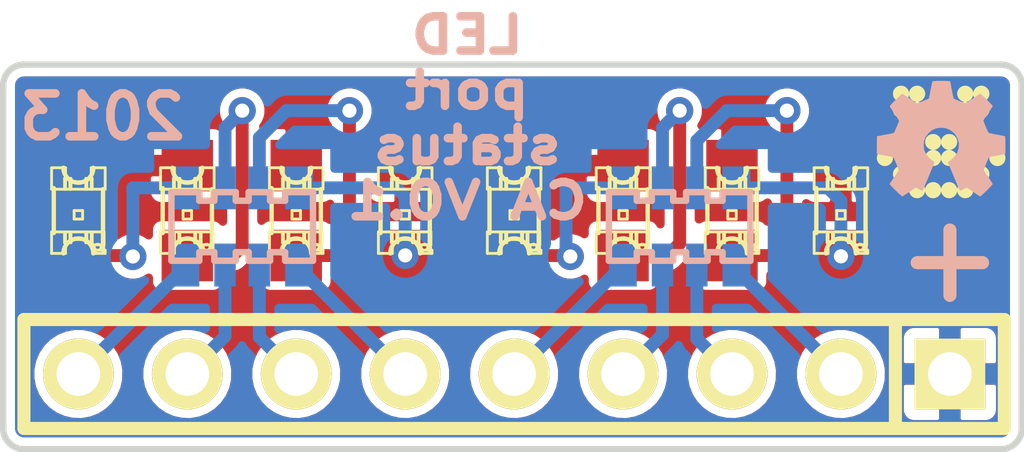
<source format=kicad_pcb>
(kicad_pcb (version 3) (host pcbnew "(2013-07-03 BZR 4236)-testing")

  (general
    (links 24)
    (no_connects 0)
    (area 79.31 84.07974 103.404433 93.267601)
    (thickness 1.6)
    (drawings 16)
    (tracks 67)
    (zones 0)
    (modules 13)
    (nets 18)
  )

  (page A4)
  (title_block
    (title "LED_port-status CA")
    (date "03 Jul 2013")
    (rev 0.1)
    (company "2013 - blog.spitzenpfeil.org")
  )

  (layers
    (15 Front signal)
    (0 Back signal)
    (18 B.Paste user)
    (19 F.Paste user)
    (20 B.SilkS user)
    (21 F.SilkS user)
    (22 B.Mask user)
    (23 F.Mask user)
    (24 Dwgs.User user)
    (28 Edge.Cuts user)
  )

  (setup
    (last_trace_width 0.3)
    (user_trace_width 0.254)
    (trace_clearance 0.2)
    (zone_clearance 0.2)
    (zone_45_only no)
    (trace_min 0.254)
    (segment_width 0.2)
    (edge_width 0.15)
    (via_size 0.635)
    (via_drill 0.3302)
    (via_min_size 0.635)
    (via_min_drill 0.3302)
    (uvia_size 0.508)
    (uvia_drill 0.127)
    (uvias_allowed no)
    (uvia_min_size 0.508)
    (uvia_min_drill 0.127)
    (pcb_text_width 0.3)
    (pcb_text_size 1 1)
    (mod_edge_width 0.15)
    (mod_text_size 0.8 0.8)
    (mod_text_width 0.2)
    (pad_size 0.65 1)
    (pad_drill 0)
    (pad_to_mask_clearance 0)
    (pad_to_paste_clearance_ratio -0.1)
    (aux_axis_origin 0 0)
    (visible_elements FFFFFF7F)
    (pcbplotparams
      (layerselection 284983297)
      (usegerberextensions true)
      (excludeedgelayer true)
      (linewidth 0.150000)
      (plotframeref false)
      (viasonmask false)
      (mode 1)
      (useauxorigin false)
      (hpglpennumber 1)
      (hpglpenspeed 20)
      (hpglpendiameter 15)
      (hpglpenoverlay 2)
      (psnegative false)
      (psa4output false)
      (plotreference true)
      (plotvalue true)
      (plotothertext true)
      (plotinvisibletext false)
      (padsonsilk false)
      (subtractmaskfromsilk true)
      (outputformat 1)
      (mirror false)
      (drillshape 0)
      (scaleselection 1)
      (outputdirectory gerber_files/))
  )

  (net 0 "")
  (net 1 N-000001)
  (net 2 N-0000010)
  (net 3 N-0000011)
  (net 4 N-0000012)
  (net 5 N-0000013)
  (net 6 N-0000014)
  (net 7 N-0000015)
  (net 8 N-0000016)
  (net 9 N-0000017)
  (net 10 N-000002)
  (net 11 N-000003)
  (net 12 N-000004)
  (net 13 N-000005)
  (net 14 N-000006)
  (net 15 N-000007)
  (net 16 N-000008)
  (net 17 N-000009)

  (net_class Default "This is the default net class."
    (clearance 0.2)
    (trace_width 0.3)
    (via_dia 0.635)
    (via_drill 0.3302)
    (uvia_dia 0.508)
    (uvia_drill 0.127)
    (add_net "")
    (add_net N-000001)
    (add_net N-0000010)
    (add_net N-0000011)
    (add_net N-0000012)
    (add_net N-0000013)
    (add_net N-0000014)
    (add_net N-0000015)
    (add_net N-0000016)
    (add_net N-0000017)
    (add_net N-000002)
    (add_net N-000003)
    (add_net N-000004)
    (add_net N-000005)
    (add_net N-000006)
    (add_net N-000007)
    (add_net N-000008)
    (add_net N-000009)
  )

  (module MADW__1206*4_resistor_array (layer Back) (tedit 51D324D7) (tstamp 5120CE32)
    (at 85.1 88 180)
    (path /5120CCDC)
    (clearance 0.3)
    (fp_text reference RP1 (at 0 2.5 180) (layer B.SilkS) hide
      (effects (font (size 0.8 0.8) (thickness 0.2)) (justify mirror))
    )
    (fp_text value 1k (at 0 -2.6 180) (layer B.SilkS) hide
      (effects (font (size 0.8 0.8) (thickness 0.2)) (justify mirror))
    )
    (fp_line (start 1 -0.8) (end 1.65 -0.8) (layer B.SilkS) (width 0.15))
    (fp_line (start 0.15 -0.8) (end 0.65 -0.8) (layer B.SilkS) (width 0.15))
    (fp_line (start -0.65 -0.8) (end -0.15 -0.8) (layer B.SilkS) (width 0.15))
    (fp_line (start -1.65 -0.8) (end -1 -0.8) (layer B.SilkS) (width 0.15))
    (fp_line (start 1 0.8) (end 1.65 0.8) (layer B.SilkS) (width 0.15))
    (fp_line (start 0.15 0.8) (end 0.65 0.8) (layer B.SilkS) (width 0.15))
    (fp_line (start -0.65 0.8) (end -0.15 0.8) (layer B.SilkS) (width 0.15))
    (fp_line (start -1.65 0.8) (end -1 0.8) (layer B.SilkS) (width 0.15))
    (fp_line (start 0.65 -0.8) (end 0.65 -0.6) (layer B.SilkS) (width 0.15))
    (fp_line (start 0.65 -0.6) (end 1 -0.6) (layer B.SilkS) (width 0.15))
    (fp_line (start 1 -0.6) (end 1 -0.8) (layer B.SilkS) (width 0.15))
    (fp_line (start -0.15 -0.8) (end -0.15 -0.6) (layer B.SilkS) (width 0.15))
    (fp_line (start -0.15 -0.6) (end 0.15 -0.6) (layer B.SilkS) (width 0.15))
    (fp_line (start 0.15 -0.6) (end 0.15 -0.8) (layer B.SilkS) (width 0.15))
    (fp_line (start -1 -0.8) (end -1 -0.6) (layer B.SilkS) (width 0.15))
    (fp_line (start -1 -0.6) (end -0.65 -0.6) (layer B.SilkS) (width 0.15))
    (fp_line (start -0.65 -0.6) (end -0.65 -0.8) (layer B.SilkS) (width 0.15))
    (fp_line (start 0.65 0.8) (end 0.65 0.6) (layer B.SilkS) (width 0.15))
    (fp_line (start 0.65 0.6) (end 1 0.6) (layer B.SilkS) (width 0.15))
    (fp_line (start 1 0.6) (end 1 0.8) (layer B.SilkS) (width 0.15))
    (fp_line (start -0.15 0.8) (end -0.15 0.6) (layer B.SilkS) (width 0.15))
    (fp_line (start -0.15 0.6) (end 0.15 0.6) (layer B.SilkS) (width 0.15))
    (fp_line (start 0.15 0.6) (end 0.15 0.8) (layer B.SilkS) (width 0.15))
    (fp_line (start -1 0.8) (end -1 0.6) (layer B.SilkS) (width 0.15))
    (fp_line (start -1 0.6) (end -0.65 0.6) (layer B.SilkS) (width 0.15))
    (fp_line (start -0.65 0.6) (end -0.65 0.8) (layer B.SilkS) (width 0.15))
    (fp_line (start 1.65 0.8) (end 1.65 -0.8) (layer B.SilkS) (width 0.15))
    (fp_line (start -1.65 -0.8) (end -1.65 0.8) (layer B.SilkS) (width 0.15))
    (pad 8 smd rect (at -1.325 0.9 180) (size 0.65 1)
      (layers Back B.Paste B.Mask)
      (net 5 N-0000013)
    )
    (pad 7 smd rect (at -0.4 0.9 180) (size 0.5 1)
      (layers Back B.Paste B.Mask)
      (net 8 N-0000016)
    )
    (pad 6 smd rect (at 0.4 0.9 180) (size 0.5 1)
      (layers Back B.Paste B.Mask)
      (net 6 N-0000014)
    )
    (pad 5 smd rect (at 1.325 0.9 180) (size 0.65 1)
      (layers Back B.Paste B.Mask)
      (net 17 N-000009)
    )
    (pad 1 smd rect (at -1.325 -0.9 180) (size 0.65 1)
      (layers Back B.Paste B.Mask)
      (net 12 N-000004)
    )
    (pad 2 smd rect (at -0.4 -0.9 180) (size 0.5 1)
      (layers Back B.Paste B.Mask)
      (net 11 N-000003)
    )
    (pad 3 smd rect (at 0.4 -0.9 180) (size 0.5 1)
      (layers Back B.Paste B.Mask)
      (net 10 N-000002)
    )
    (pad 4 smd rect (at 1.325 -0.9 180) (size 0.65 1)
      (layers Back B.Paste B.Mask)
      (net 1 N-000001)
    )
  )

  (module MADW__1206*4_resistor_array (layer Back) (tedit 51D32452) (tstamp 5120D39C)
    (at 95.3 88 180)
    (path /5120CD13)
    (clearance 0.3)
    (fp_text reference RP2 (at 0 2.5 180) (layer B.SilkS) hide
      (effects (font (size 0.8 0.8) (thickness 0.2)) (justify mirror))
    )
    (fp_text value 1k (at 0 -2.6 180) (layer B.SilkS) hide
      (effects (font (size 0.8 0.8) (thickness 0.2)) (justify mirror))
    )
    (fp_line (start 1 -0.8) (end 1.65 -0.8) (layer B.SilkS) (width 0.15))
    (fp_line (start 0.15 -0.8) (end 0.65 -0.8) (layer B.SilkS) (width 0.15))
    (fp_line (start -0.65 -0.8) (end -0.15 -0.8) (layer B.SilkS) (width 0.15))
    (fp_line (start -1.65 -0.8) (end -1 -0.8) (layer B.SilkS) (width 0.15))
    (fp_line (start 1 0.8) (end 1.65 0.8) (layer B.SilkS) (width 0.15))
    (fp_line (start 0.15 0.8) (end 0.65 0.8) (layer B.SilkS) (width 0.15))
    (fp_line (start -0.65 0.8) (end -0.15 0.8) (layer B.SilkS) (width 0.15))
    (fp_line (start -1.65 0.8) (end -1 0.8) (layer B.SilkS) (width 0.15))
    (fp_line (start 0.65 -0.8) (end 0.65 -0.6) (layer B.SilkS) (width 0.15))
    (fp_line (start 0.65 -0.6) (end 1 -0.6) (layer B.SilkS) (width 0.15))
    (fp_line (start 1 -0.6) (end 1 -0.8) (layer B.SilkS) (width 0.15))
    (fp_line (start -0.15 -0.8) (end -0.15 -0.6) (layer B.SilkS) (width 0.15))
    (fp_line (start -0.15 -0.6) (end 0.15 -0.6) (layer B.SilkS) (width 0.15))
    (fp_line (start 0.15 -0.6) (end 0.15 -0.8) (layer B.SilkS) (width 0.15))
    (fp_line (start -1 -0.8) (end -1 -0.6) (layer B.SilkS) (width 0.15))
    (fp_line (start -1 -0.6) (end -0.65 -0.6) (layer B.SilkS) (width 0.15))
    (fp_line (start -0.65 -0.6) (end -0.65 -0.8) (layer B.SilkS) (width 0.15))
    (fp_line (start 0.65 0.8) (end 0.65 0.6) (layer B.SilkS) (width 0.15))
    (fp_line (start 0.65 0.6) (end 1 0.6) (layer B.SilkS) (width 0.15))
    (fp_line (start 1 0.6) (end 1 0.8) (layer B.SilkS) (width 0.15))
    (fp_line (start -0.15 0.8) (end -0.15 0.6) (layer B.SilkS) (width 0.15))
    (fp_line (start -0.15 0.6) (end 0.15 0.6) (layer B.SilkS) (width 0.15))
    (fp_line (start 0.15 0.6) (end 0.15 0.8) (layer B.SilkS) (width 0.15))
    (fp_line (start -1 0.8) (end -1 0.6) (layer B.SilkS) (width 0.15))
    (fp_line (start -1 0.6) (end -0.65 0.6) (layer B.SilkS) (width 0.15))
    (fp_line (start -0.65 0.6) (end -0.65 0.8) (layer B.SilkS) (width 0.15))
    (fp_line (start 1.65 0.8) (end 1.65 -0.8) (layer B.SilkS) (width 0.15))
    (fp_line (start -1.65 -0.8) (end -1.65 0.8) (layer B.SilkS) (width 0.15))
    (pad 8 smd rect (at -1.325 0.9 180) (size 0.65 1)
      (layers Back B.Paste B.Mask)
      (net 3 N-0000011)
    )
    (pad 7 smd rect (at -0.4 0.9 180) (size 0.5 1)
      (layers Back B.Paste B.Mask)
      (net 7 N-0000015)
    )
    (pad 6 smd rect (at 0.4 0.9 180) (size 0.5 1)
      (layers Back B.Paste B.Mask)
      (net 2 N-0000010)
    )
    (pad 5 smd rect (at 1.325 0.9 180) (size 0.65 1)
      (layers Back B.Paste B.Mask)
      (net 4 N-0000012)
    )
    (pad 1 smd rect (at -1.325 -0.9 180) (size 0.65 1)
      (layers Back B.Paste B.Mask)
      (net 16 N-000008)
    )
    (pad 2 smd rect (at -0.4 -0.9 180) (size 0.5 1)
      (layers Back B.Paste B.Mask)
      (net 15 N-000007)
    )
    (pad 3 smd rect (at 0.4 -0.9 180) (size 0.5 1)
      (layers Back B.Paste B.Mask)
      (net 14 N-000006)
    )
    (pad 4 smd rect (at 1.325 -0.9 180) (size 0.65 1)
      (layers Back B.Paste B.Mask)
      (net 13 N-000005)
    )
  )

  (module SIL-9 (layer Front) (tedit 5119141C) (tstamp 50C627EA)
    (at 91.44 91.44 180)
    (descr "Connecteur 9 pins")
    (tags "CONN DEV")
    (path /50C62311)
    (fp_text reference P1 (at -7.62 2.54 180) (layer F.SilkS) hide
      (effects (font (size 0.8 0.8) (thickness 0.2)))
    )
    (fp_text value CONN_9 (at 2.54 2.54 180) (layer F.SilkS) hide
      (effects (font (size 0.8 0.8) (thickness 0.2)))
    )
    (fp_line (start 11.43 -1.27) (end 11.43 1.27) (layer F.SilkS) (width 0.3048))
    (fp_line (start 11.43 1.27) (end -11.43 1.27) (layer F.SilkS) (width 0.3048))
    (fp_line (start -11.43 1.27) (end -11.43 -1.27) (layer F.SilkS) (width 0.3048))
    (fp_line (start 11.43 -1.27) (end -11.43 -1.27) (layer F.SilkS) (width 0.3048))
    (fp_line (start -8.89 -1.27) (end -8.89 1.27) (layer F.SilkS) (width 0.3048))
    (pad 1 thru_hole rect (at -10.16 0 180) (size 1.65 1.65) (drill 1.016)
      (layers *.Cu *.Mask F.SilkS)
      (net 9 N-0000017)
    )
    (pad 2 thru_hole circle (at -7.62 0 180) (size 1.65 1.65) (drill 1.016)
      (layers *.Cu *.Mask F.SilkS)
      (net 16 N-000008)
    )
    (pad 3 thru_hole circle (at -5.08 0 180) (size 1.65 1.65) (drill 1.016)
      (layers *.Cu *.Mask F.SilkS)
      (net 15 N-000007)
    )
    (pad 4 thru_hole circle (at -2.54 0 180) (size 1.65 1.65) (drill 1.016)
      (layers *.Cu *.Mask F.SilkS)
      (net 14 N-000006)
    )
    (pad 5 thru_hole circle (at 0 0 180) (size 1.65 1.65) (drill 1.016)
      (layers *.Cu *.Mask F.SilkS)
      (net 13 N-000005)
    )
    (pad 6 thru_hole circle (at 2.54 0 180) (size 1.65 1.65) (drill 1.016)
      (layers *.Cu *.Mask F.SilkS)
      (net 12 N-000004)
    )
    (pad 7 thru_hole circle (at 5.08 0 180) (size 1.65 1.65) (drill 1.016)
      (layers *.Cu *.Mask F.SilkS)
      (net 11 N-000003)
    )
    (pad 8 thru_hole circle (at 7.62 0 180) (size 1.65 1.65) (drill 1.016)
      (layers *.Cu *.Mask F.SilkS)
      (net 10 N-000002)
    )
    (pad 9 thru_hole circle (at 10.16 0 180) (size 1.65 1.65) (drill 1.016)
      (layers *.Cu *.Mask F.SilkS)
      (net 1 N-000001)
    )
  )

  (module LED-0805 (layer Front) (tedit 50C63A7E) (tstamp 50C63839)
    (at 81.28 87.63 270)
    (descr "LED 0805 smd package")
    (tags "LED 0805 SMD")
    (path /50C62534)
    (attr smd)
    (fp_text reference D1 (at 0 -1.27 270) (layer F.SilkS) hide
      (effects (font (size 0.8 0.8) (thickness 0.2)))
    )
    (fp_text value LED (at 0 1.27 270) (layer F.SilkS) hide
      (effects (font (size 0.8 0.8) (thickness 0.2)))
    )
    (fp_line (start 0.49784 0.29972) (end 0.49784 0.62484) (layer F.SilkS) (width 0.06604))
    (fp_line (start 0.49784 0.62484) (end 0.99822 0.62484) (layer F.SilkS) (width 0.06604))
    (fp_line (start 0.99822 0.29972) (end 0.99822 0.62484) (layer F.SilkS) (width 0.06604))
    (fp_line (start 0.49784 0.29972) (end 0.99822 0.29972) (layer F.SilkS) (width 0.06604))
    (fp_line (start 0.49784 -0.32258) (end 0.49784 -0.17272) (layer F.SilkS) (width 0.06604))
    (fp_line (start 0.49784 -0.17272) (end 0.7493 -0.17272) (layer F.SilkS) (width 0.06604))
    (fp_line (start 0.7493 -0.32258) (end 0.7493 -0.17272) (layer F.SilkS) (width 0.06604))
    (fp_line (start 0.49784 -0.32258) (end 0.7493 -0.32258) (layer F.SilkS) (width 0.06604))
    (fp_line (start 0.49784 0.17272) (end 0.49784 0.32258) (layer F.SilkS) (width 0.06604))
    (fp_line (start 0.49784 0.32258) (end 0.7493 0.32258) (layer F.SilkS) (width 0.06604))
    (fp_line (start 0.7493 0.17272) (end 0.7493 0.32258) (layer F.SilkS) (width 0.06604))
    (fp_line (start 0.49784 0.17272) (end 0.7493 0.17272) (layer F.SilkS) (width 0.06604))
    (fp_line (start 0.49784 -0.19812) (end 0.49784 0.19812) (layer F.SilkS) (width 0.06604))
    (fp_line (start 0.49784 0.19812) (end 0.6731 0.19812) (layer F.SilkS) (width 0.06604))
    (fp_line (start 0.6731 -0.19812) (end 0.6731 0.19812) (layer F.SilkS) (width 0.06604))
    (fp_line (start 0.49784 -0.19812) (end 0.6731 -0.19812) (layer F.SilkS) (width 0.06604))
    (fp_line (start -0.99822 0.29972) (end -0.99822 0.62484) (layer F.SilkS) (width 0.06604))
    (fp_line (start -0.99822 0.62484) (end -0.49784 0.62484) (layer F.SilkS) (width 0.06604))
    (fp_line (start -0.49784 0.29972) (end -0.49784 0.62484) (layer F.SilkS) (width 0.06604))
    (fp_line (start -0.99822 0.29972) (end -0.49784 0.29972) (layer F.SilkS) (width 0.06604))
    (fp_line (start -0.99822 -0.62484) (end -0.99822 -0.29972) (layer F.SilkS) (width 0.06604))
    (fp_line (start -0.99822 -0.29972) (end -0.49784 -0.29972) (layer F.SilkS) (width 0.06604))
    (fp_line (start -0.49784 -0.62484) (end -0.49784 -0.29972) (layer F.SilkS) (width 0.06604))
    (fp_line (start -0.99822 -0.62484) (end -0.49784 -0.62484) (layer F.SilkS) (width 0.06604))
    (fp_line (start -0.7493 0.17272) (end -0.7493 0.32258) (layer F.SilkS) (width 0.06604))
    (fp_line (start -0.7493 0.32258) (end -0.49784 0.32258) (layer F.SilkS) (width 0.06604))
    (fp_line (start -0.49784 0.17272) (end -0.49784 0.32258) (layer F.SilkS) (width 0.06604))
    (fp_line (start -0.7493 0.17272) (end -0.49784 0.17272) (layer F.SilkS) (width 0.06604))
    (fp_line (start -0.7493 -0.32258) (end -0.7493 -0.17272) (layer F.SilkS) (width 0.06604))
    (fp_line (start -0.7493 -0.17272) (end -0.49784 -0.17272) (layer F.SilkS) (width 0.06604))
    (fp_line (start -0.49784 -0.32258) (end -0.49784 -0.17272) (layer F.SilkS) (width 0.06604))
    (fp_line (start -0.7493 -0.32258) (end -0.49784 -0.32258) (layer F.SilkS) (width 0.06604))
    (fp_line (start -0.6731 -0.19812) (end -0.6731 0.19812) (layer F.SilkS) (width 0.06604))
    (fp_line (start -0.6731 0.19812) (end -0.49784 0.19812) (layer F.SilkS) (width 0.06604))
    (fp_line (start -0.49784 -0.19812) (end -0.49784 0.19812) (layer F.SilkS) (width 0.06604))
    (fp_line (start -0.6731 -0.19812) (end -0.49784 -0.19812) (layer F.SilkS) (width 0.06604))
    (fp_line (start 0 -0.09906) (end 0 0.09906) (layer F.SilkS) (width 0.06604))
    (fp_line (start 0 0.09906) (end 0.19812 0.09906) (layer F.SilkS) (width 0.06604))
    (fp_line (start 0.19812 -0.09906) (end 0.19812 0.09906) (layer F.SilkS) (width 0.06604))
    (fp_line (start 0 -0.09906) (end 0.19812 -0.09906) (layer F.SilkS) (width 0.06604))
    (fp_line (start 0.49784 -0.59944) (end 0.49784 -0.29972) (layer F.SilkS) (width 0.06604))
    (fp_line (start 0.49784 -0.29972) (end 0.79756 -0.29972) (layer F.SilkS) (width 0.06604))
    (fp_line (start 0.79756 -0.59944) (end 0.79756 -0.29972) (layer F.SilkS) (width 0.06604))
    (fp_line (start 0.49784 -0.59944) (end 0.79756 -0.59944) (layer F.SilkS) (width 0.06604))
    (fp_line (start 0.92456 -0.62484) (end 0.92456 -0.39878) (layer F.SilkS) (width 0.06604))
    (fp_line (start 0.92456 -0.39878) (end 0.99822 -0.39878) (layer F.SilkS) (width 0.06604))
    (fp_line (start 0.99822 -0.62484) (end 0.99822 -0.39878) (layer F.SilkS) (width 0.06604))
    (fp_line (start 0.92456 -0.62484) (end 0.99822 -0.62484) (layer F.SilkS) (width 0.06604))
    (fp_line (start 0.52324 0.57404) (end -0.52324 0.57404) (layer F.SilkS) (width 0.1016))
    (fp_line (start -0.49784 -0.57404) (end 0.92456 -0.57404) (layer F.SilkS) (width 0.1016))
    (fp_circle (center 0.84836 -0.44958) (end 0.89916 -0.50038) (layer F.SilkS) (width 0.0508))
    (fp_arc (start 0.99822 0) (end 0.99822 0.34798) (angle 180) (layer F.SilkS) (width 0.1016))
    (fp_arc (start -0.99822 0) (end -0.99822 -0.34798) (angle 180) (layer F.SilkS) (width 0.1016))
    (pad 1 smd rect (at -1.04902 0 270) (size 1.19888 1.19888)
      (layers Front F.Paste F.Mask)
      (net 9 N-0000017)
    )
    (pad 2 smd rect (at 1.04902 0 270) (size 1.19888 1.19888)
      (layers Front F.Paste F.Mask)
      (net 17 N-000009)
    )
  )

  (module LED-0805 (layer Front) (tedit 50C63AA4) (tstamp 50C6381D)
    (at 96.52 87.63 270)
    (descr "LED 0805 smd package")
    (tags "LED 0805 SMD")
    (path /50C625A2)
    (attr smd)
    (fp_text reference D7 (at 0 -1.27 270) (layer F.SilkS) hide
      (effects (font (size 0.8 0.8) (thickness 0.2)))
    )
    (fp_text value LED (at 0 1.27 270) (layer F.SilkS) hide
      (effects (font (size 0.8 0.8) (thickness 0.2)))
    )
    (fp_line (start 0.49784 0.29972) (end 0.49784 0.62484) (layer F.SilkS) (width 0.06604))
    (fp_line (start 0.49784 0.62484) (end 0.99822 0.62484) (layer F.SilkS) (width 0.06604))
    (fp_line (start 0.99822 0.29972) (end 0.99822 0.62484) (layer F.SilkS) (width 0.06604))
    (fp_line (start 0.49784 0.29972) (end 0.99822 0.29972) (layer F.SilkS) (width 0.06604))
    (fp_line (start 0.49784 -0.32258) (end 0.49784 -0.17272) (layer F.SilkS) (width 0.06604))
    (fp_line (start 0.49784 -0.17272) (end 0.7493 -0.17272) (layer F.SilkS) (width 0.06604))
    (fp_line (start 0.7493 -0.32258) (end 0.7493 -0.17272) (layer F.SilkS) (width 0.06604))
    (fp_line (start 0.49784 -0.32258) (end 0.7493 -0.32258) (layer F.SilkS) (width 0.06604))
    (fp_line (start 0.49784 0.17272) (end 0.49784 0.32258) (layer F.SilkS) (width 0.06604))
    (fp_line (start 0.49784 0.32258) (end 0.7493 0.32258) (layer F.SilkS) (width 0.06604))
    (fp_line (start 0.7493 0.17272) (end 0.7493 0.32258) (layer F.SilkS) (width 0.06604))
    (fp_line (start 0.49784 0.17272) (end 0.7493 0.17272) (layer F.SilkS) (width 0.06604))
    (fp_line (start 0.49784 -0.19812) (end 0.49784 0.19812) (layer F.SilkS) (width 0.06604))
    (fp_line (start 0.49784 0.19812) (end 0.6731 0.19812) (layer F.SilkS) (width 0.06604))
    (fp_line (start 0.6731 -0.19812) (end 0.6731 0.19812) (layer F.SilkS) (width 0.06604))
    (fp_line (start 0.49784 -0.19812) (end 0.6731 -0.19812) (layer F.SilkS) (width 0.06604))
    (fp_line (start -0.99822 0.29972) (end -0.99822 0.62484) (layer F.SilkS) (width 0.06604))
    (fp_line (start -0.99822 0.62484) (end -0.49784 0.62484) (layer F.SilkS) (width 0.06604))
    (fp_line (start -0.49784 0.29972) (end -0.49784 0.62484) (layer F.SilkS) (width 0.06604))
    (fp_line (start -0.99822 0.29972) (end -0.49784 0.29972) (layer F.SilkS) (width 0.06604))
    (fp_line (start -0.99822 -0.62484) (end -0.99822 -0.29972) (layer F.SilkS) (width 0.06604))
    (fp_line (start -0.99822 -0.29972) (end -0.49784 -0.29972) (layer F.SilkS) (width 0.06604))
    (fp_line (start -0.49784 -0.62484) (end -0.49784 -0.29972) (layer F.SilkS) (width 0.06604))
    (fp_line (start -0.99822 -0.62484) (end -0.49784 -0.62484) (layer F.SilkS) (width 0.06604))
    (fp_line (start -0.7493 0.17272) (end -0.7493 0.32258) (layer F.SilkS) (width 0.06604))
    (fp_line (start -0.7493 0.32258) (end -0.49784 0.32258) (layer F.SilkS) (width 0.06604))
    (fp_line (start -0.49784 0.17272) (end -0.49784 0.32258) (layer F.SilkS) (width 0.06604))
    (fp_line (start -0.7493 0.17272) (end -0.49784 0.17272) (layer F.SilkS) (width 0.06604))
    (fp_line (start -0.7493 -0.32258) (end -0.7493 -0.17272) (layer F.SilkS) (width 0.06604))
    (fp_line (start -0.7493 -0.17272) (end -0.49784 -0.17272) (layer F.SilkS) (width 0.06604))
    (fp_line (start -0.49784 -0.32258) (end -0.49784 -0.17272) (layer F.SilkS) (width 0.06604))
    (fp_line (start -0.7493 -0.32258) (end -0.49784 -0.32258) (layer F.SilkS) (width 0.06604))
    (fp_line (start -0.6731 -0.19812) (end -0.6731 0.19812) (layer F.SilkS) (width 0.06604))
    (fp_line (start -0.6731 0.19812) (end -0.49784 0.19812) (layer F.SilkS) (width 0.06604))
    (fp_line (start -0.49784 -0.19812) (end -0.49784 0.19812) (layer F.SilkS) (width 0.06604))
    (fp_line (start -0.6731 -0.19812) (end -0.49784 -0.19812) (layer F.SilkS) (width 0.06604))
    (fp_line (start 0 -0.09906) (end 0 0.09906) (layer F.SilkS) (width 0.06604))
    (fp_line (start 0 0.09906) (end 0.19812 0.09906) (layer F.SilkS) (width 0.06604))
    (fp_line (start 0.19812 -0.09906) (end 0.19812 0.09906) (layer F.SilkS) (width 0.06604))
    (fp_line (start 0 -0.09906) (end 0.19812 -0.09906) (layer F.SilkS) (width 0.06604))
    (fp_line (start 0.49784 -0.59944) (end 0.49784 -0.29972) (layer F.SilkS) (width 0.06604))
    (fp_line (start 0.49784 -0.29972) (end 0.79756 -0.29972) (layer F.SilkS) (width 0.06604))
    (fp_line (start 0.79756 -0.59944) (end 0.79756 -0.29972) (layer F.SilkS) (width 0.06604))
    (fp_line (start 0.49784 -0.59944) (end 0.79756 -0.59944) (layer F.SilkS) (width 0.06604))
    (fp_line (start 0.92456 -0.62484) (end 0.92456 -0.39878) (layer F.SilkS) (width 0.06604))
    (fp_line (start 0.92456 -0.39878) (end 0.99822 -0.39878) (layer F.SilkS) (width 0.06604))
    (fp_line (start 0.99822 -0.62484) (end 0.99822 -0.39878) (layer F.SilkS) (width 0.06604))
    (fp_line (start 0.92456 -0.62484) (end 0.99822 -0.62484) (layer F.SilkS) (width 0.06604))
    (fp_line (start 0.52324 0.57404) (end -0.52324 0.57404) (layer F.SilkS) (width 0.1016))
    (fp_line (start -0.49784 -0.57404) (end 0.92456 -0.57404) (layer F.SilkS) (width 0.1016))
    (fp_circle (center 0.84836 -0.44958) (end 0.89916 -0.50038) (layer F.SilkS) (width 0.0508))
    (fp_arc (start 0.99822 0) (end 0.99822 0.34798) (angle 180) (layer F.SilkS) (width 0.1016))
    (fp_arc (start -0.99822 0) (end -0.99822 -0.34798) (angle 180) (layer F.SilkS) (width 0.1016))
    (pad 1 smd rect (at -1.04902 0 270) (size 1.19888 1.19888)
      (layers Front F.Paste F.Mask)
      (net 9 N-0000017)
    )
    (pad 2 smd rect (at 1.04902 0 270) (size 1.19888 1.19888)
      (layers Front F.Paste F.Mask)
      (net 7 N-0000015)
    )
  )

  (module LED-0805 (layer Front) (tedit 50C63A83) (tstamp 50C63801)
    (at 83.82 87.63 270)
    (descr "LED 0805 smd package")
    (tags "LED 0805 SMD")
    (path /50C6254D)
    (attr smd)
    (fp_text reference D2 (at 0 -1.27 270) (layer F.SilkS) hide
      (effects (font (size 0.8 0.8) (thickness 0.2)))
    )
    (fp_text value LED (at 0 1.27 270) (layer F.SilkS) hide
      (effects (font (size 0.8 0.8) (thickness 0.2)))
    )
    (fp_line (start 0.49784 0.29972) (end 0.49784 0.62484) (layer F.SilkS) (width 0.06604))
    (fp_line (start 0.49784 0.62484) (end 0.99822 0.62484) (layer F.SilkS) (width 0.06604))
    (fp_line (start 0.99822 0.29972) (end 0.99822 0.62484) (layer F.SilkS) (width 0.06604))
    (fp_line (start 0.49784 0.29972) (end 0.99822 0.29972) (layer F.SilkS) (width 0.06604))
    (fp_line (start 0.49784 -0.32258) (end 0.49784 -0.17272) (layer F.SilkS) (width 0.06604))
    (fp_line (start 0.49784 -0.17272) (end 0.7493 -0.17272) (layer F.SilkS) (width 0.06604))
    (fp_line (start 0.7493 -0.32258) (end 0.7493 -0.17272) (layer F.SilkS) (width 0.06604))
    (fp_line (start 0.49784 -0.32258) (end 0.7493 -0.32258) (layer F.SilkS) (width 0.06604))
    (fp_line (start 0.49784 0.17272) (end 0.49784 0.32258) (layer F.SilkS) (width 0.06604))
    (fp_line (start 0.49784 0.32258) (end 0.7493 0.32258) (layer F.SilkS) (width 0.06604))
    (fp_line (start 0.7493 0.17272) (end 0.7493 0.32258) (layer F.SilkS) (width 0.06604))
    (fp_line (start 0.49784 0.17272) (end 0.7493 0.17272) (layer F.SilkS) (width 0.06604))
    (fp_line (start 0.49784 -0.19812) (end 0.49784 0.19812) (layer F.SilkS) (width 0.06604))
    (fp_line (start 0.49784 0.19812) (end 0.6731 0.19812) (layer F.SilkS) (width 0.06604))
    (fp_line (start 0.6731 -0.19812) (end 0.6731 0.19812) (layer F.SilkS) (width 0.06604))
    (fp_line (start 0.49784 -0.19812) (end 0.6731 -0.19812) (layer F.SilkS) (width 0.06604))
    (fp_line (start -0.99822 0.29972) (end -0.99822 0.62484) (layer F.SilkS) (width 0.06604))
    (fp_line (start -0.99822 0.62484) (end -0.49784 0.62484) (layer F.SilkS) (width 0.06604))
    (fp_line (start -0.49784 0.29972) (end -0.49784 0.62484) (layer F.SilkS) (width 0.06604))
    (fp_line (start -0.99822 0.29972) (end -0.49784 0.29972) (layer F.SilkS) (width 0.06604))
    (fp_line (start -0.99822 -0.62484) (end -0.99822 -0.29972) (layer F.SilkS) (width 0.06604))
    (fp_line (start -0.99822 -0.29972) (end -0.49784 -0.29972) (layer F.SilkS) (width 0.06604))
    (fp_line (start -0.49784 -0.62484) (end -0.49784 -0.29972) (layer F.SilkS) (width 0.06604))
    (fp_line (start -0.99822 -0.62484) (end -0.49784 -0.62484) (layer F.SilkS) (width 0.06604))
    (fp_line (start -0.7493 0.17272) (end -0.7493 0.32258) (layer F.SilkS) (width 0.06604))
    (fp_line (start -0.7493 0.32258) (end -0.49784 0.32258) (layer F.SilkS) (width 0.06604))
    (fp_line (start -0.49784 0.17272) (end -0.49784 0.32258) (layer F.SilkS) (width 0.06604))
    (fp_line (start -0.7493 0.17272) (end -0.49784 0.17272) (layer F.SilkS) (width 0.06604))
    (fp_line (start -0.7493 -0.32258) (end -0.7493 -0.17272) (layer F.SilkS) (width 0.06604))
    (fp_line (start -0.7493 -0.17272) (end -0.49784 -0.17272) (layer F.SilkS) (width 0.06604))
    (fp_line (start -0.49784 -0.32258) (end -0.49784 -0.17272) (layer F.SilkS) (width 0.06604))
    (fp_line (start -0.7493 -0.32258) (end -0.49784 -0.32258) (layer F.SilkS) (width 0.06604))
    (fp_line (start -0.6731 -0.19812) (end -0.6731 0.19812) (layer F.SilkS) (width 0.06604))
    (fp_line (start -0.6731 0.19812) (end -0.49784 0.19812) (layer F.SilkS) (width 0.06604))
    (fp_line (start -0.49784 -0.19812) (end -0.49784 0.19812) (layer F.SilkS) (width 0.06604))
    (fp_line (start -0.6731 -0.19812) (end -0.49784 -0.19812) (layer F.SilkS) (width 0.06604))
    (fp_line (start 0 -0.09906) (end 0 0.09906) (layer F.SilkS) (width 0.06604))
    (fp_line (start 0 0.09906) (end 0.19812 0.09906) (layer F.SilkS) (width 0.06604))
    (fp_line (start 0.19812 -0.09906) (end 0.19812 0.09906) (layer F.SilkS) (width 0.06604))
    (fp_line (start 0 -0.09906) (end 0.19812 -0.09906) (layer F.SilkS) (width 0.06604))
    (fp_line (start 0.49784 -0.59944) (end 0.49784 -0.29972) (layer F.SilkS) (width 0.06604))
    (fp_line (start 0.49784 -0.29972) (end 0.79756 -0.29972) (layer F.SilkS) (width 0.06604))
    (fp_line (start 0.79756 -0.59944) (end 0.79756 -0.29972) (layer F.SilkS) (width 0.06604))
    (fp_line (start 0.49784 -0.59944) (end 0.79756 -0.59944) (layer F.SilkS) (width 0.06604))
    (fp_line (start 0.92456 -0.62484) (end 0.92456 -0.39878) (layer F.SilkS) (width 0.06604))
    (fp_line (start 0.92456 -0.39878) (end 0.99822 -0.39878) (layer F.SilkS) (width 0.06604))
    (fp_line (start 0.99822 -0.62484) (end 0.99822 -0.39878) (layer F.SilkS) (width 0.06604))
    (fp_line (start 0.92456 -0.62484) (end 0.99822 -0.62484) (layer F.SilkS) (width 0.06604))
    (fp_line (start 0.52324 0.57404) (end -0.52324 0.57404) (layer F.SilkS) (width 0.1016))
    (fp_line (start -0.49784 -0.57404) (end 0.92456 -0.57404) (layer F.SilkS) (width 0.1016))
    (fp_circle (center 0.84836 -0.44958) (end 0.89916 -0.50038) (layer F.SilkS) (width 0.0508))
    (fp_arc (start 0.99822 0) (end 0.99822 0.34798) (angle 180) (layer F.SilkS) (width 0.1016))
    (fp_arc (start -0.99822 0) (end -0.99822 -0.34798) (angle 180) (layer F.SilkS) (width 0.1016))
    (pad 1 smd rect (at -1.04902 0 270) (size 1.19888 1.19888)
      (layers Front F.Paste F.Mask)
      (net 9 N-0000017)
    )
    (pad 2 smd rect (at 1.04902 0 270) (size 1.19888 1.19888)
      (layers Front F.Paste F.Mask)
      (net 6 N-0000014)
    )
  )

  (module LED-0805 (layer Front) (tedit 50C63A8B) (tstamp 50C637E5)
    (at 86.36 87.63 270)
    (descr "LED 0805 smd package")
    (tags "LED 0805 SMD")
    (path /50C6255C)
    (attr smd)
    (fp_text reference D3 (at 0 -1.27 270) (layer F.SilkS) hide
      (effects (font (size 0.8 0.8) (thickness 0.2)))
    )
    (fp_text value LED (at 0 1.27 270) (layer F.SilkS) hide
      (effects (font (size 0.8 0.8) (thickness 0.2)))
    )
    (fp_line (start 0.49784 0.29972) (end 0.49784 0.62484) (layer F.SilkS) (width 0.06604))
    (fp_line (start 0.49784 0.62484) (end 0.99822 0.62484) (layer F.SilkS) (width 0.06604))
    (fp_line (start 0.99822 0.29972) (end 0.99822 0.62484) (layer F.SilkS) (width 0.06604))
    (fp_line (start 0.49784 0.29972) (end 0.99822 0.29972) (layer F.SilkS) (width 0.06604))
    (fp_line (start 0.49784 -0.32258) (end 0.49784 -0.17272) (layer F.SilkS) (width 0.06604))
    (fp_line (start 0.49784 -0.17272) (end 0.7493 -0.17272) (layer F.SilkS) (width 0.06604))
    (fp_line (start 0.7493 -0.32258) (end 0.7493 -0.17272) (layer F.SilkS) (width 0.06604))
    (fp_line (start 0.49784 -0.32258) (end 0.7493 -0.32258) (layer F.SilkS) (width 0.06604))
    (fp_line (start 0.49784 0.17272) (end 0.49784 0.32258) (layer F.SilkS) (width 0.06604))
    (fp_line (start 0.49784 0.32258) (end 0.7493 0.32258) (layer F.SilkS) (width 0.06604))
    (fp_line (start 0.7493 0.17272) (end 0.7493 0.32258) (layer F.SilkS) (width 0.06604))
    (fp_line (start 0.49784 0.17272) (end 0.7493 0.17272) (layer F.SilkS) (width 0.06604))
    (fp_line (start 0.49784 -0.19812) (end 0.49784 0.19812) (layer F.SilkS) (width 0.06604))
    (fp_line (start 0.49784 0.19812) (end 0.6731 0.19812) (layer F.SilkS) (width 0.06604))
    (fp_line (start 0.6731 -0.19812) (end 0.6731 0.19812) (layer F.SilkS) (width 0.06604))
    (fp_line (start 0.49784 -0.19812) (end 0.6731 -0.19812) (layer F.SilkS) (width 0.06604))
    (fp_line (start -0.99822 0.29972) (end -0.99822 0.62484) (layer F.SilkS) (width 0.06604))
    (fp_line (start -0.99822 0.62484) (end -0.49784 0.62484) (layer F.SilkS) (width 0.06604))
    (fp_line (start -0.49784 0.29972) (end -0.49784 0.62484) (layer F.SilkS) (width 0.06604))
    (fp_line (start -0.99822 0.29972) (end -0.49784 0.29972) (layer F.SilkS) (width 0.06604))
    (fp_line (start -0.99822 -0.62484) (end -0.99822 -0.29972) (layer F.SilkS) (width 0.06604))
    (fp_line (start -0.99822 -0.29972) (end -0.49784 -0.29972) (layer F.SilkS) (width 0.06604))
    (fp_line (start -0.49784 -0.62484) (end -0.49784 -0.29972) (layer F.SilkS) (width 0.06604))
    (fp_line (start -0.99822 -0.62484) (end -0.49784 -0.62484) (layer F.SilkS) (width 0.06604))
    (fp_line (start -0.7493 0.17272) (end -0.7493 0.32258) (layer F.SilkS) (width 0.06604))
    (fp_line (start -0.7493 0.32258) (end -0.49784 0.32258) (layer F.SilkS) (width 0.06604))
    (fp_line (start -0.49784 0.17272) (end -0.49784 0.32258) (layer F.SilkS) (width 0.06604))
    (fp_line (start -0.7493 0.17272) (end -0.49784 0.17272) (layer F.SilkS) (width 0.06604))
    (fp_line (start -0.7493 -0.32258) (end -0.7493 -0.17272) (layer F.SilkS) (width 0.06604))
    (fp_line (start -0.7493 -0.17272) (end -0.49784 -0.17272) (layer F.SilkS) (width 0.06604))
    (fp_line (start -0.49784 -0.32258) (end -0.49784 -0.17272) (layer F.SilkS) (width 0.06604))
    (fp_line (start -0.7493 -0.32258) (end -0.49784 -0.32258) (layer F.SilkS) (width 0.06604))
    (fp_line (start -0.6731 -0.19812) (end -0.6731 0.19812) (layer F.SilkS) (width 0.06604))
    (fp_line (start -0.6731 0.19812) (end -0.49784 0.19812) (layer F.SilkS) (width 0.06604))
    (fp_line (start -0.49784 -0.19812) (end -0.49784 0.19812) (layer F.SilkS) (width 0.06604))
    (fp_line (start -0.6731 -0.19812) (end -0.49784 -0.19812) (layer F.SilkS) (width 0.06604))
    (fp_line (start 0 -0.09906) (end 0 0.09906) (layer F.SilkS) (width 0.06604))
    (fp_line (start 0 0.09906) (end 0.19812 0.09906) (layer F.SilkS) (width 0.06604))
    (fp_line (start 0.19812 -0.09906) (end 0.19812 0.09906) (layer F.SilkS) (width 0.06604))
    (fp_line (start 0 -0.09906) (end 0.19812 -0.09906) (layer F.SilkS) (width 0.06604))
    (fp_line (start 0.49784 -0.59944) (end 0.49784 -0.29972) (layer F.SilkS) (width 0.06604))
    (fp_line (start 0.49784 -0.29972) (end 0.79756 -0.29972) (layer F.SilkS) (width 0.06604))
    (fp_line (start 0.79756 -0.59944) (end 0.79756 -0.29972) (layer F.SilkS) (width 0.06604))
    (fp_line (start 0.49784 -0.59944) (end 0.79756 -0.59944) (layer F.SilkS) (width 0.06604))
    (fp_line (start 0.92456 -0.62484) (end 0.92456 -0.39878) (layer F.SilkS) (width 0.06604))
    (fp_line (start 0.92456 -0.39878) (end 0.99822 -0.39878) (layer F.SilkS) (width 0.06604))
    (fp_line (start 0.99822 -0.62484) (end 0.99822 -0.39878) (layer F.SilkS) (width 0.06604))
    (fp_line (start 0.92456 -0.62484) (end 0.99822 -0.62484) (layer F.SilkS) (width 0.06604))
    (fp_line (start 0.52324 0.57404) (end -0.52324 0.57404) (layer F.SilkS) (width 0.1016))
    (fp_line (start -0.49784 -0.57404) (end 0.92456 -0.57404) (layer F.SilkS) (width 0.1016))
    (fp_circle (center 0.84836 -0.44958) (end 0.89916 -0.50038) (layer F.SilkS) (width 0.0508))
    (fp_arc (start 0.99822 0) (end 0.99822 0.34798) (angle 180) (layer F.SilkS) (width 0.1016))
    (fp_arc (start -0.99822 0) (end -0.99822 -0.34798) (angle 180) (layer F.SilkS) (width 0.1016))
    (pad 1 smd rect (at -1.04902 0 270) (size 1.19888 1.19888)
      (layers Front F.Paste F.Mask)
      (net 9 N-0000017)
    )
    (pad 2 smd rect (at 1.04902 0 270) (size 1.19888 1.19888)
      (layers Front F.Paste F.Mask)
      (net 8 N-0000016)
    )
  )

  (module LED-0805 (layer Front) (tedit 50C63A91) (tstamp 50C637C9)
    (at 88.9 87.63 270)
    (descr "LED 0805 smd package")
    (tags "LED 0805 SMD")
    (path /50C6256B)
    (attr smd)
    (fp_text reference D4 (at 0 -1.27 270) (layer F.SilkS) hide
      (effects (font (size 0.8 0.8) (thickness 0.2)))
    )
    (fp_text value LED (at 0 1.27 270) (layer F.SilkS) hide
      (effects (font (size 0.8 0.8) (thickness 0.2)))
    )
    (fp_line (start 0.49784 0.29972) (end 0.49784 0.62484) (layer F.SilkS) (width 0.06604))
    (fp_line (start 0.49784 0.62484) (end 0.99822 0.62484) (layer F.SilkS) (width 0.06604))
    (fp_line (start 0.99822 0.29972) (end 0.99822 0.62484) (layer F.SilkS) (width 0.06604))
    (fp_line (start 0.49784 0.29972) (end 0.99822 0.29972) (layer F.SilkS) (width 0.06604))
    (fp_line (start 0.49784 -0.32258) (end 0.49784 -0.17272) (layer F.SilkS) (width 0.06604))
    (fp_line (start 0.49784 -0.17272) (end 0.7493 -0.17272) (layer F.SilkS) (width 0.06604))
    (fp_line (start 0.7493 -0.32258) (end 0.7493 -0.17272) (layer F.SilkS) (width 0.06604))
    (fp_line (start 0.49784 -0.32258) (end 0.7493 -0.32258) (layer F.SilkS) (width 0.06604))
    (fp_line (start 0.49784 0.17272) (end 0.49784 0.32258) (layer F.SilkS) (width 0.06604))
    (fp_line (start 0.49784 0.32258) (end 0.7493 0.32258) (layer F.SilkS) (width 0.06604))
    (fp_line (start 0.7493 0.17272) (end 0.7493 0.32258) (layer F.SilkS) (width 0.06604))
    (fp_line (start 0.49784 0.17272) (end 0.7493 0.17272) (layer F.SilkS) (width 0.06604))
    (fp_line (start 0.49784 -0.19812) (end 0.49784 0.19812) (layer F.SilkS) (width 0.06604))
    (fp_line (start 0.49784 0.19812) (end 0.6731 0.19812) (layer F.SilkS) (width 0.06604))
    (fp_line (start 0.6731 -0.19812) (end 0.6731 0.19812) (layer F.SilkS) (width 0.06604))
    (fp_line (start 0.49784 -0.19812) (end 0.6731 -0.19812) (layer F.SilkS) (width 0.06604))
    (fp_line (start -0.99822 0.29972) (end -0.99822 0.62484) (layer F.SilkS) (width 0.06604))
    (fp_line (start -0.99822 0.62484) (end -0.49784 0.62484) (layer F.SilkS) (width 0.06604))
    (fp_line (start -0.49784 0.29972) (end -0.49784 0.62484) (layer F.SilkS) (width 0.06604))
    (fp_line (start -0.99822 0.29972) (end -0.49784 0.29972) (layer F.SilkS) (width 0.06604))
    (fp_line (start -0.99822 -0.62484) (end -0.99822 -0.29972) (layer F.SilkS) (width 0.06604))
    (fp_line (start -0.99822 -0.29972) (end -0.49784 -0.29972) (layer F.SilkS) (width 0.06604))
    (fp_line (start -0.49784 -0.62484) (end -0.49784 -0.29972) (layer F.SilkS) (width 0.06604))
    (fp_line (start -0.99822 -0.62484) (end -0.49784 -0.62484) (layer F.SilkS) (width 0.06604))
    (fp_line (start -0.7493 0.17272) (end -0.7493 0.32258) (layer F.SilkS) (width 0.06604))
    (fp_line (start -0.7493 0.32258) (end -0.49784 0.32258) (layer F.SilkS) (width 0.06604))
    (fp_line (start -0.49784 0.17272) (end -0.49784 0.32258) (layer F.SilkS) (width 0.06604))
    (fp_line (start -0.7493 0.17272) (end -0.49784 0.17272) (layer F.SilkS) (width 0.06604))
    (fp_line (start -0.7493 -0.32258) (end -0.7493 -0.17272) (layer F.SilkS) (width 0.06604))
    (fp_line (start -0.7493 -0.17272) (end -0.49784 -0.17272) (layer F.SilkS) (width 0.06604))
    (fp_line (start -0.49784 -0.32258) (end -0.49784 -0.17272) (layer F.SilkS) (width 0.06604))
    (fp_line (start -0.7493 -0.32258) (end -0.49784 -0.32258) (layer F.SilkS) (width 0.06604))
    (fp_line (start -0.6731 -0.19812) (end -0.6731 0.19812) (layer F.SilkS) (width 0.06604))
    (fp_line (start -0.6731 0.19812) (end -0.49784 0.19812) (layer F.SilkS) (width 0.06604))
    (fp_line (start -0.49784 -0.19812) (end -0.49784 0.19812) (layer F.SilkS) (width 0.06604))
    (fp_line (start -0.6731 -0.19812) (end -0.49784 -0.19812) (layer F.SilkS) (width 0.06604))
    (fp_line (start 0 -0.09906) (end 0 0.09906) (layer F.SilkS) (width 0.06604))
    (fp_line (start 0 0.09906) (end 0.19812 0.09906) (layer F.SilkS) (width 0.06604))
    (fp_line (start 0.19812 -0.09906) (end 0.19812 0.09906) (layer F.SilkS) (width 0.06604))
    (fp_line (start 0 -0.09906) (end 0.19812 -0.09906) (layer F.SilkS) (width 0.06604))
    (fp_line (start 0.49784 -0.59944) (end 0.49784 -0.29972) (layer F.SilkS) (width 0.06604))
    (fp_line (start 0.49784 -0.29972) (end 0.79756 -0.29972) (layer F.SilkS) (width 0.06604))
    (fp_line (start 0.79756 -0.59944) (end 0.79756 -0.29972) (layer F.SilkS) (width 0.06604))
    (fp_line (start 0.49784 -0.59944) (end 0.79756 -0.59944) (layer F.SilkS) (width 0.06604))
    (fp_line (start 0.92456 -0.62484) (end 0.92456 -0.39878) (layer F.SilkS) (width 0.06604))
    (fp_line (start 0.92456 -0.39878) (end 0.99822 -0.39878) (layer F.SilkS) (width 0.06604))
    (fp_line (start 0.99822 -0.62484) (end 0.99822 -0.39878) (layer F.SilkS) (width 0.06604))
    (fp_line (start 0.92456 -0.62484) (end 0.99822 -0.62484) (layer F.SilkS) (width 0.06604))
    (fp_line (start 0.52324 0.57404) (end -0.52324 0.57404) (layer F.SilkS) (width 0.1016))
    (fp_line (start -0.49784 -0.57404) (end 0.92456 -0.57404) (layer F.SilkS) (width 0.1016))
    (fp_circle (center 0.84836 -0.44958) (end 0.89916 -0.50038) (layer F.SilkS) (width 0.0508))
    (fp_arc (start 0.99822 0) (end 0.99822 0.34798) (angle 180) (layer F.SilkS) (width 0.1016))
    (fp_arc (start -0.99822 0) (end -0.99822 -0.34798) (angle 180) (layer F.SilkS) (width 0.1016))
    (pad 1 smd rect (at -1.04902 0 270) (size 1.19888 1.19888)
      (layers Front F.Paste F.Mask)
      (net 9 N-0000017)
    )
    (pad 2 smd rect (at 1.04902 0 270) (size 1.19888 1.19888)
      (layers Front F.Paste F.Mask)
      (net 5 N-0000013)
    )
  )

  (module LED-0805 (layer Front) (tedit 50C63A97) (tstamp 50C637AD)
    (at 91.44 87.63 270)
    (descr "LED 0805 smd package")
    (tags "LED 0805 SMD")
    (path /50C6257A)
    (attr smd)
    (fp_text reference D5 (at 0 -1.27 270) (layer F.SilkS) hide
      (effects (font (size 0.8 0.8) (thickness 0.2)))
    )
    (fp_text value LED (at 0 1.27 270) (layer F.SilkS) hide
      (effects (font (size 0.8 0.8) (thickness 0.2)))
    )
    (fp_line (start 0.49784 0.29972) (end 0.49784 0.62484) (layer F.SilkS) (width 0.06604))
    (fp_line (start 0.49784 0.62484) (end 0.99822 0.62484) (layer F.SilkS) (width 0.06604))
    (fp_line (start 0.99822 0.29972) (end 0.99822 0.62484) (layer F.SilkS) (width 0.06604))
    (fp_line (start 0.49784 0.29972) (end 0.99822 0.29972) (layer F.SilkS) (width 0.06604))
    (fp_line (start 0.49784 -0.32258) (end 0.49784 -0.17272) (layer F.SilkS) (width 0.06604))
    (fp_line (start 0.49784 -0.17272) (end 0.7493 -0.17272) (layer F.SilkS) (width 0.06604))
    (fp_line (start 0.7493 -0.32258) (end 0.7493 -0.17272) (layer F.SilkS) (width 0.06604))
    (fp_line (start 0.49784 -0.32258) (end 0.7493 -0.32258) (layer F.SilkS) (width 0.06604))
    (fp_line (start 0.49784 0.17272) (end 0.49784 0.32258) (layer F.SilkS) (width 0.06604))
    (fp_line (start 0.49784 0.32258) (end 0.7493 0.32258) (layer F.SilkS) (width 0.06604))
    (fp_line (start 0.7493 0.17272) (end 0.7493 0.32258) (layer F.SilkS) (width 0.06604))
    (fp_line (start 0.49784 0.17272) (end 0.7493 0.17272) (layer F.SilkS) (width 0.06604))
    (fp_line (start 0.49784 -0.19812) (end 0.49784 0.19812) (layer F.SilkS) (width 0.06604))
    (fp_line (start 0.49784 0.19812) (end 0.6731 0.19812) (layer F.SilkS) (width 0.06604))
    (fp_line (start 0.6731 -0.19812) (end 0.6731 0.19812) (layer F.SilkS) (width 0.06604))
    (fp_line (start 0.49784 -0.19812) (end 0.6731 -0.19812) (layer F.SilkS) (width 0.06604))
    (fp_line (start -0.99822 0.29972) (end -0.99822 0.62484) (layer F.SilkS) (width 0.06604))
    (fp_line (start -0.99822 0.62484) (end -0.49784 0.62484) (layer F.SilkS) (width 0.06604))
    (fp_line (start -0.49784 0.29972) (end -0.49784 0.62484) (layer F.SilkS) (width 0.06604))
    (fp_line (start -0.99822 0.29972) (end -0.49784 0.29972) (layer F.SilkS) (width 0.06604))
    (fp_line (start -0.99822 -0.62484) (end -0.99822 -0.29972) (layer F.SilkS) (width 0.06604))
    (fp_line (start -0.99822 -0.29972) (end -0.49784 -0.29972) (layer F.SilkS) (width 0.06604))
    (fp_line (start -0.49784 -0.62484) (end -0.49784 -0.29972) (layer F.SilkS) (width 0.06604))
    (fp_line (start -0.99822 -0.62484) (end -0.49784 -0.62484) (layer F.SilkS) (width 0.06604))
    (fp_line (start -0.7493 0.17272) (end -0.7493 0.32258) (layer F.SilkS) (width 0.06604))
    (fp_line (start -0.7493 0.32258) (end -0.49784 0.32258) (layer F.SilkS) (width 0.06604))
    (fp_line (start -0.49784 0.17272) (end -0.49784 0.32258) (layer F.SilkS) (width 0.06604))
    (fp_line (start -0.7493 0.17272) (end -0.49784 0.17272) (layer F.SilkS) (width 0.06604))
    (fp_line (start -0.7493 -0.32258) (end -0.7493 -0.17272) (layer F.SilkS) (width 0.06604))
    (fp_line (start -0.7493 -0.17272) (end -0.49784 -0.17272) (layer F.SilkS) (width 0.06604))
    (fp_line (start -0.49784 -0.32258) (end -0.49784 -0.17272) (layer F.SilkS) (width 0.06604))
    (fp_line (start -0.7493 -0.32258) (end -0.49784 -0.32258) (layer F.SilkS) (width 0.06604))
    (fp_line (start -0.6731 -0.19812) (end -0.6731 0.19812) (layer F.SilkS) (width 0.06604))
    (fp_line (start -0.6731 0.19812) (end -0.49784 0.19812) (layer F.SilkS) (width 0.06604))
    (fp_line (start -0.49784 -0.19812) (end -0.49784 0.19812) (layer F.SilkS) (width 0.06604))
    (fp_line (start -0.6731 -0.19812) (end -0.49784 -0.19812) (layer F.SilkS) (width 0.06604))
    (fp_line (start 0 -0.09906) (end 0 0.09906) (layer F.SilkS) (width 0.06604))
    (fp_line (start 0 0.09906) (end 0.19812 0.09906) (layer F.SilkS) (width 0.06604))
    (fp_line (start 0.19812 -0.09906) (end 0.19812 0.09906) (layer F.SilkS) (width 0.06604))
    (fp_line (start 0 -0.09906) (end 0.19812 -0.09906) (layer F.SilkS) (width 0.06604))
    (fp_line (start 0.49784 -0.59944) (end 0.49784 -0.29972) (layer F.SilkS) (width 0.06604))
    (fp_line (start 0.49784 -0.29972) (end 0.79756 -0.29972) (layer F.SilkS) (width 0.06604))
    (fp_line (start 0.79756 -0.59944) (end 0.79756 -0.29972) (layer F.SilkS) (width 0.06604))
    (fp_line (start 0.49784 -0.59944) (end 0.79756 -0.59944) (layer F.SilkS) (width 0.06604))
    (fp_line (start 0.92456 -0.62484) (end 0.92456 -0.39878) (layer F.SilkS) (width 0.06604))
    (fp_line (start 0.92456 -0.39878) (end 0.99822 -0.39878) (layer F.SilkS) (width 0.06604))
    (fp_line (start 0.99822 -0.62484) (end 0.99822 -0.39878) (layer F.SilkS) (width 0.06604))
    (fp_line (start 0.92456 -0.62484) (end 0.99822 -0.62484) (layer F.SilkS) (width 0.06604))
    (fp_line (start 0.52324 0.57404) (end -0.52324 0.57404) (layer F.SilkS) (width 0.1016))
    (fp_line (start -0.49784 -0.57404) (end 0.92456 -0.57404) (layer F.SilkS) (width 0.1016))
    (fp_circle (center 0.84836 -0.44958) (end 0.89916 -0.50038) (layer F.SilkS) (width 0.0508))
    (fp_arc (start 0.99822 0) (end 0.99822 0.34798) (angle 180) (layer F.SilkS) (width 0.1016))
    (fp_arc (start -0.99822 0) (end -0.99822 -0.34798) (angle 180) (layer F.SilkS) (width 0.1016))
    (pad 1 smd rect (at -1.04902 0 270) (size 1.19888 1.19888)
      (layers Front F.Paste F.Mask)
      (net 9 N-0000017)
    )
    (pad 2 smd rect (at 1.04902 0 270) (size 1.19888 1.19888)
      (layers Front F.Paste F.Mask)
      (net 4 N-0000012)
    )
  )

  (module LED-0805 (layer Front) (tedit 50C63A9E) (tstamp 50C63791)
    (at 93.98 87.63 270)
    (descr "LED 0805 smd package")
    (tags "LED 0805 SMD")
    (path /50C62589)
    (attr smd)
    (fp_text reference D6 (at 0 -1.27 270) (layer F.SilkS) hide
      (effects (font (size 0.8 0.8) (thickness 0.2)))
    )
    (fp_text value LED (at 0 1.27 270) (layer F.SilkS) hide
      (effects (font (size 0.8 0.8) (thickness 0.2)))
    )
    (fp_line (start 0.49784 0.29972) (end 0.49784 0.62484) (layer F.SilkS) (width 0.06604))
    (fp_line (start 0.49784 0.62484) (end 0.99822 0.62484) (layer F.SilkS) (width 0.06604))
    (fp_line (start 0.99822 0.29972) (end 0.99822 0.62484) (layer F.SilkS) (width 0.06604))
    (fp_line (start 0.49784 0.29972) (end 0.99822 0.29972) (layer F.SilkS) (width 0.06604))
    (fp_line (start 0.49784 -0.32258) (end 0.49784 -0.17272) (layer F.SilkS) (width 0.06604))
    (fp_line (start 0.49784 -0.17272) (end 0.7493 -0.17272) (layer F.SilkS) (width 0.06604))
    (fp_line (start 0.7493 -0.32258) (end 0.7493 -0.17272) (layer F.SilkS) (width 0.06604))
    (fp_line (start 0.49784 -0.32258) (end 0.7493 -0.32258) (layer F.SilkS) (width 0.06604))
    (fp_line (start 0.49784 0.17272) (end 0.49784 0.32258) (layer F.SilkS) (width 0.06604))
    (fp_line (start 0.49784 0.32258) (end 0.7493 0.32258) (layer F.SilkS) (width 0.06604))
    (fp_line (start 0.7493 0.17272) (end 0.7493 0.32258) (layer F.SilkS) (width 0.06604))
    (fp_line (start 0.49784 0.17272) (end 0.7493 0.17272) (layer F.SilkS) (width 0.06604))
    (fp_line (start 0.49784 -0.19812) (end 0.49784 0.19812) (layer F.SilkS) (width 0.06604))
    (fp_line (start 0.49784 0.19812) (end 0.6731 0.19812) (layer F.SilkS) (width 0.06604))
    (fp_line (start 0.6731 -0.19812) (end 0.6731 0.19812) (layer F.SilkS) (width 0.06604))
    (fp_line (start 0.49784 -0.19812) (end 0.6731 -0.19812) (layer F.SilkS) (width 0.06604))
    (fp_line (start -0.99822 0.29972) (end -0.99822 0.62484) (layer F.SilkS) (width 0.06604))
    (fp_line (start -0.99822 0.62484) (end -0.49784 0.62484) (layer F.SilkS) (width 0.06604))
    (fp_line (start -0.49784 0.29972) (end -0.49784 0.62484) (layer F.SilkS) (width 0.06604))
    (fp_line (start -0.99822 0.29972) (end -0.49784 0.29972) (layer F.SilkS) (width 0.06604))
    (fp_line (start -0.99822 -0.62484) (end -0.99822 -0.29972) (layer F.SilkS) (width 0.06604))
    (fp_line (start -0.99822 -0.29972) (end -0.49784 -0.29972) (layer F.SilkS) (width 0.06604))
    (fp_line (start -0.49784 -0.62484) (end -0.49784 -0.29972) (layer F.SilkS) (width 0.06604))
    (fp_line (start -0.99822 -0.62484) (end -0.49784 -0.62484) (layer F.SilkS) (width 0.06604))
    (fp_line (start -0.7493 0.17272) (end -0.7493 0.32258) (layer F.SilkS) (width 0.06604))
    (fp_line (start -0.7493 0.32258) (end -0.49784 0.32258) (layer F.SilkS) (width 0.06604))
    (fp_line (start -0.49784 0.17272) (end -0.49784 0.32258) (layer F.SilkS) (width 0.06604))
    (fp_line (start -0.7493 0.17272) (end -0.49784 0.17272) (layer F.SilkS) (width 0.06604))
    (fp_line (start -0.7493 -0.32258) (end -0.7493 -0.17272) (layer F.SilkS) (width 0.06604))
    (fp_line (start -0.7493 -0.17272) (end -0.49784 -0.17272) (layer F.SilkS) (width 0.06604))
    (fp_line (start -0.49784 -0.32258) (end -0.49784 -0.17272) (layer F.SilkS) (width 0.06604))
    (fp_line (start -0.7493 -0.32258) (end -0.49784 -0.32258) (layer F.SilkS) (width 0.06604))
    (fp_line (start -0.6731 -0.19812) (end -0.6731 0.19812) (layer F.SilkS) (width 0.06604))
    (fp_line (start -0.6731 0.19812) (end -0.49784 0.19812) (layer F.SilkS) (width 0.06604))
    (fp_line (start -0.49784 -0.19812) (end -0.49784 0.19812) (layer F.SilkS) (width 0.06604))
    (fp_line (start -0.6731 -0.19812) (end -0.49784 -0.19812) (layer F.SilkS) (width 0.06604))
    (fp_line (start 0 -0.09906) (end 0 0.09906) (layer F.SilkS) (width 0.06604))
    (fp_line (start 0 0.09906) (end 0.19812 0.09906) (layer F.SilkS) (width 0.06604))
    (fp_line (start 0.19812 -0.09906) (end 0.19812 0.09906) (layer F.SilkS) (width 0.06604))
    (fp_line (start 0 -0.09906) (end 0.19812 -0.09906) (layer F.SilkS) (width 0.06604))
    (fp_line (start 0.49784 -0.59944) (end 0.49784 -0.29972) (layer F.SilkS) (width 0.06604))
    (fp_line (start 0.49784 -0.29972) (end 0.79756 -0.29972) (layer F.SilkS) (width 0.06604))
    (fp_line (start 0.79756 -0.59944) (end 0.79756 -0.29972) (layer F.SilkS) (width 0.06604))
    (fp_line (start 0.49784 -0.59944) (end 0.79756 -0.59944) (layer F.SilkS) (width 0.06604))
    (fp_line (start 0.92456 -0.62484) (end 0.92456 -0.39878) (layer F.SilkS) (width 0.06604))
    (fp_line (start 0.92456 -0.39878) (end 0.99822 -0.39878) (layer F.SilkS) (width 0.06604))
    (fp_line (start 0.99822 -0.62484) (end 0.99822 -0.39878) (layer F.SilkS) (width 0.06604))
    (fp_line (start 0.92456 -0.62484) (end 0.99822 -0.62484) (layer F.SilkS) (width 0.06604))
    (fp_line (start 0.52324 0.57404) (end -0.52324 0.57404) (layer F.SilkS) (width 0.1016))
    (fp_line (start -0.49784 -0.57404) (end 0.92456 -0.57404) (layer F.SilkS) (width 0.1016))
    (fp_circle (center 0.84836 -0.44958) (end 0.89916 -0.50038) (layer F.SilkS) (width 0.0508))
    (fp_arc (start 0.99822 0) (end 0.99822 0.34798) (angle 180) (layer F.SilkS) (width 0.1016))
    (fp_arc (start -0.99822 0) (end -0.99822 -0.34798) (angle 180) (layer F.SilkS) (width 0.1016))
    (pad 1 smd rect (at -1.04902 0 270) (size 1.19888 1.19888)
      (layers Front F.Paste F.Mask)
      (net 9 N-0000017)
    )
    (pad 2 smd rect (at 1.04902 0 270) (size 1.19888 1.19888)
      (layers Front F.Paste F.Mask)
      (net 2 N-0000010)
    )
  )

  (module LED-0805 (layer Front) (tedit 51D3230F) (tstamp 50C63775)
    (at 99.06 87.63 270)
    (descr "LED 0805 smd package")
    (tags "LED 0805 SMD")
    (path /50C625B1)
    (attr smd)
    (fp_text reference D8 (at 0 -1.27 270) (layer F.SilkS) hide
      (effects (font (size 0.8 0.8) (thickness 0.2)))
    )
    (fp_text value LED (at 0 1.27 270) (layer F.SilkS) hide
      (effects (font (size 0.8 0.8) (thickness 0.2)))
    )
    (fp_line (start 0.49784 0.29972) (end 0.49784 0.62484) (layer F.SilkS) (width 0.06604))
    (fp_line (start 0.49784 0.62484) (end 0.99822 0.62484) (layer F.SilkS) (width 0.06604))
    (fp_line (start 0.99822 0.29972) (end 0.99822 0.62484) (layer F.SilkS) (width 0.06604))
    (fp_line (start 0.49784 0.29972) (end 0.99822 0.29972) (layer F.SilkS) (width 0.06604))
    (fp_line (start 0.49784 -0.32258) (end 0.49784 -0.17272) (layer F.SilkS) (width 0.06604))
    (fp_line (start 0.49784 -0.17272) (end 0.7493 -0.17272) (layer F.SilkS) (width 0.06604))
    (fp_line (start 0.7493 -0.32258) (end 0.7493 -0.17272) (layer F.SilkS) (width 0.06604))
    (fp_line (start 0.49784 -0.32258) (end 0.7493 -0.32258) (layer F.SilkS) (width 0.06604))
    (fp_line (start 0.49784 0.17272) (end 0.49784 0.32258) (layer F.SilkS) (width 0.06604))
    (fp_line (start 0.49784 0.32258) (end 0.7493 0.32258) (layer F.SilkS) (width 0.06604))
    (fp_line (start 0.7493 0.17272) (end 0.7493 0.32258) (layer F.SilkS) (width 0.06604))
    (fp_line (start 0.49784 0.17272) (end 0.7493 0.17272) (layer F.SilkS) (width 0.06604))
    (fp_line (start 0.49784 -0.19812) (end 0.49784 0.19812) (layer F.SilkS) (width 0.06604))
    (fp_line (start 0.49784 0.19812) (end 0.6731 0.19812) (layer F.SilkS) (width 0.06604))
    (fp_line (start 0.6731 -0.19812) (end 0.6731 0.19812) (layer F.SilkS) (width 0.06604))
    (fp_line (start 0.49784 -0.19812) (end 0.6731 -0.19812) (layer F.SilkS) (width 0.06604))
    (fp_line (start -0.99822 0.29972) (end -0.99822 0.62484) (layer F.SilkS) (width 0.06604))
    (fp_line (start -0.99822 0.62484) (end -0.49784 0.62484) (layer F.SilkS) (width 0.06604))
    (fp_line (start -0.49784 0.29972) (end -0.49784 0.62484) (layer F.SilkS) (width 0.06604))
    (fp_line (start -0.99822 0.29972) (end -0.49784 0.29972) (layer F.SilkS) (width 0.06604))
    (fp_line (start -0.99822 -0.62484) (end -0.99822 -0.29972) (layer F.SilkS) (width 0.06604))
    (fp_line (start -0.99822 -0.29972) (end -0.49784 -0.29972) (layer F.SilkS) (width 0.06604))
    (fp_line (start -0.49784 -0.62484) (end -0.49784 -0.29972) (layer F.SilkS) (width 0.06604))
    (fp_line (start -0.99822 -0.62484) (end -0.49784 -0.62484) (layer F.SilkS) (width 0.06604))
    (fp_line (start -0.7493 0.17272) (end -0.7493 0.32258) (layer F.SilkS) (width 0.06604))
    (fp_line (start -0.7493 0.32258) (end -0.49784 0.32258) (layer F.SilkS) (width 0.06604))
    (fp_line (start -0.49784 0.17272) (end -0.49784 0.32258) (layer F.SilkS) (width 0.06604))
    (fp_line (start -0.7493 0.17272) (end -0.49784 0.17272) (layer F.SilkS) (width 0.06604))
    (fp_line (start -0.7493 -0.32258) (end -0.7493 -0.17272) (layer F.SilkS) (width 0.06604))
    (fp_line (start -0.7493 -0.17272) (end -0.49784 -0.17272) (layer F.SilkS) (width 0.06604))
    (fp_line (start -0.49784 -0.32258) (end -0.49784 -0.17272) (layer F.SilkS) (width 0.06604))
    (fp_line (start -0.7493 -0.32258) (end -0.49784 -0.32258) (layer F.SilkS) (width 0.06604))
    (fp_line (start -0.6731 -0.19812) (end -0.6731 0.19812) (layer F.SilkS) (width 0.06604))
    (fp_line (start -0.6731 0.19812) (end -0.49784 0.19812) (layer F.SilkS) (width 0.06604))
    (fp_line (start -0.49784 -0.19812) (end -0.49784 0.19812) (layer F.SilkS) (width 0.06604))
    (fp_line (start -0.6731 -0.19812) (end -0.49784 -0.19812) (layer F.SilkS) (width 0.06604))
    (fp_line (start 0 -0.09906) (end 0 0.09906) (layer F.SilkS) (width 0.06604))
    (fp_line (start 0 0.09906) (end 0.19812 0.09906) (layer F.SilkS) (width 0.06604))
    (fp_line (start 0.19812 -0.09906) (end 0.19812 0.09906) (layer F.SilkS) (width 0.06604))
    (fp_line (start 0 -0.09906) (end 0.19812 -0.09906) (layer F.SilkS) (width 0.06604))
    (fp_line (start 0.49784 -0.59944) (end 0.49784 -0.29972) (layer F.SilkS) (width 0.06604))
    (fp_line (start 0.49784 -0.29972) (end 0.79756 -0.29972) (layer F.SilkS) (width 0.06604))
    (fp_line (start 0.79756 -0.59944) (end 0.79756 -0.29972) (layer F.SilkS) (width 0.06604))
    (fp_line (start 0.49784 -0.59944) (end 0.79756 -0.59944) (layer F.SilkS) (width 0.06604))
    (fp_line (start 0.92456 -0.62484) (end 0.92456 -0.39878) (layer F.SilkS) (width 0.06604))
    (fp_line (start 0.92456 -0.39878) (end 0.99822 -0.39878) (layer F.SilkS) (width 0.06604))
    (fp_line (start 0.99822 -0.62484) (end 0.99822 -0.39878) (layer F.SilkS) (width 0.06604))
    (fp_line (start 0.92456 -0.62484) (end 0.99822 -0.62484) (layer F.SilkS) (width 0.06604))
    (fp_line (start 0.52324 0.57404) (end -0.52324 0.57404) (layer F.SilkS) (width 0.1016))
    (fp_line (start -0.49784 -0.57404) (end 0.92456 -0.57404) (layer F.SilkS) (width 0.1016))
    (fp_circle (center 0.84836 -0.44958) (end 0.89916 -0.50038) (layer F.SilkS) (width 0.0508))
    (fp_arc (start 0.99822 0) (end 0.99822 0.34798) (angle 180) (layer F.SilkS) (width 0.1016))
    (fp_arc (start -0.99822 0) (end -0.99822 -0.34798) (angle 180) (layer F.SilkS) (width 0.1016))
    (pad 1 smd rect (at -1.04902 0 270) (size 1.19888 1.19888)
      (layers Front F.Paste F.Mask)
      (net 9 N-0000017)
    )
    (pad 2 smd rect (at 1.04902 0 270) (size 1.19888 1.19888)
      (layers Front F.Paste F.Mask)
      (net 3 N-0000011)
    )
  )

  (module OSHW-logo_silkscreen_3mm (layer Back) (tedit 51D36E02) (tstamp 51D377F3)
    (at 101.3968 85.9536)
    (fp_text reference G2 (at 0 -1.59004) (layer B.SilkS) hide
      (effects (font (size 0.13462 0.13462) (thickness 0.0254)) (justify mirror))
    )
    (fp_text value OSHW-logo_silkscreen_3mm (at 0 1.59004) (layer B.SilkS) hide
      (effects (font (size 0.13462 0.13462) (thickness 0.0254)) (justify mirror))
    )
    (fp_poly (pts (xy -0.90932 1.3462) (xy -0.89154 1.33858) (xy -0.85852 1.31572) (xy -0.80772 1.2827)
      (xy -0.7493 1.2446) (xy -0.68834 1.20396) (xy -0.64008 1.17094) (xy -0.60452 1.14808)
      (xy -0.59182 1.14046) (xy -0.5842 1.143) (xy -0.55626 1.15824) (xy -0.51562 1.17856)
      (xy -0.49022 1.19126) (xy -0.45212 1.2065) (xy -0.43434 1.21158) (xy -0.4318 1.2065)
      (xy -0.41656 1.17602) (xy -0.39624 1.12776) (xy -0.3683 1.06172) (xy -0.33528 0.98552)
      (xy -0.29972 0.90424) (xy -0.2667 0.82042) (xy -0.23368 0.74168) (xy -0.2032 0.66802)
      (xy -0.18034 0.6096) (xy -0.1651 0.56896) (xy -0.15748 0.55118) (xy -0.16002 0.54864)
      (xy -0.1778 0.53086) (xy -0.21082 0.50546) (xy -0.28194 0.44704) (xy -0.35306 0.36068)
      (xy -0.39624 0.26162) (xy -0.40894 0.14986) (xy -0.39878 0.04826) (xy -0.35814 -0.04826)
      (xy -0.28956 -0.13716) (xy -0.20574 -0.2032) (xy -0.10922 -0.24384) (xy 0 -0.25654)
      (xy 0.10414 -0.24638) (xy 0.2032 -0.20574) (xy 0.2921 -0.1397) (xy 0.3302 -0.09652)
      (xy 0.381 -0.00508) (xy 0.41148 0.0889) (xy 0.41402 0.11176) (xy 0.40894 0.21844)
      (xy 0.37846 0.32004) (xy 0.32258 0.40894) (xy 0.24638 0.4826) (xy 0.23622 0.49022)
      (xy 0.20066 0.51816) (xy 0.17526 0.53594) (xy 0.15748 0.55118) (xy 0.2921 0.87376)
      (xy 0.31242 0.92456) (xy 0.35052 1.01346) (xy 0.381 1.08966) (xy 0.40894 1.15062)
      (xy 0.42672 1.19126) (xy 0.43434 1.2065) (xy 0.43434 1.2065) (xy 0.44704 1.20904)
      (xy 0.4699 1.20142) (xy 0.51562 1.17856) (xy 0.5461 1.16332) (xy 0.57912 1.14808)
      (xy 0.59436 1.14046) (xy 0.6096 1.14808) (xy 0.64262 1.1684) (xy 0.68834 1.20142)
      (xy 0.74676 1.23952) (xy 0.80264 1.27762) (xy 0.85344 1.31064) (xy 0.889 1.33604)
      (xy 0.90678 1.34366) (xy 0.90932 1.34366) (xy 0.9271 1.33604) (xy 0.95504 1.31064)
      (xy 0.99822 1.27) (xy 1.06172 1.20904) (xy 1.07188 1.19888) (xy 1.12268 1.14808)
      (xy 1.16332 1.10236) (xy 1.19126 1.07188) (xy 1.20142 1.05918) (xy 1.20142 1.05918)
      (xy 1.19126 1.0414) (xy 1.1684 1.0033) (xy 1.13538 0.9525) (xy 1.09474 0.89154)
      (xy 0.98806 0.7366) (xy 1.04648 0.59182) (xy 1.06426 0.5461) (xy 1.08712 0.49022)
      (xy 1.1049 0.45212) (xy 1.11252 0.43434) (xy 1.1303 0.42926) (xy 1.1684 0.4191)
      (xy 1.22682 0.40894) (xy 1.29794 0.39624) (xy 1.36398 0.38354) (xy 1.4224 0.37084)
      (xy 1.46558 0.36322) (xy 1.4859 0.36068) (xy 1.49098 0.3556) (xy 1.49352 0.34798)
      (xy 1.49606 0.32766) (xy 1.4986 0.28956) (xy 1.4986 0.23368) (xy 1.4986 0.14986)
      (xy 1.4986 0.14224) (xy 1.4986 0.0635) (xy 1.49606 0) (xy 1.49352 -0.0381)
      (xy 1.49098 -0.05588) (xy 1.49098 -0.05588) (xy 1.4732 -0.06096) (xy 1.43002 -0.06858)
      (xy 1.3716 -0.08128) (xy 1.30048 -0.09398) (xy 1.2954 -0.09398) (xy 1.22428 -0.10922)
      (xy 1.16586 -0.12192) (xy 1.12268 -0.12954) (xy 1.1049 -0.13716) (xy 1.10236 -0.14224)
      (xy 1.08712 -0.17018) (xy 1.0668 -0.21336) (xy 1.04394 -0.2667) (xy 1.02108 -0.32258)
      (xy 1.00076 -0.37338) (xy 0.98806 -0.40894) (xy 0.98298 -0.42672) (xy 0.98298 -0.42672)
      (xy 0.99314 -0.4445) (xy 1.01854 -0.48006) (xy 1.0541 -0.53086) (xy 1.09474 -0.59182)
      (xy 1.09728 -0.5969) (xy 1.13792 -0.65786) (xy 1.17094 -0.70866) (xy 1.1938 -0.74422)
      (xy 1.20142 -0.75946) (xy 1.20142 -0.762) (xy 1.18872 -0.77978) (xy 1.15824 -0.8128)
      (xy 1.11252 -0.85852) (xy 1.06172 -0.91186) (xy 1.04394 -0.9271) (xy 0.98552 -0.98552)
      (xy 0.94488 -1.02108) (xy 0.91948 -1.0414) (xy 0.90932 -1.04648) (xy 0.90678 -1.04648)
      (xy 0.889 -1.03632) (xy 0.8509 -1.01092) (xy 0.8001 -0.97536) (xy 0.73914 -0.93472)
      (xy 0.7366 -0.93218) (xy 0.67564 -0.89154) (xy 0.62484 -0.85598) (xy 0.58928 -0.83312)
      (xy 0.57404 -0.8255) (xy 0.5715 -0.8255) (xy 0.54864 -0.83058) (xy 0.50546 -0.84582)
      (xy 0.45212 -0.86614) (xy 0.39624 -0.889) (xy 0.34544 -0.90932) (xy 0.30988 -0.9271)
      (xy 0.2921 -0.93726) (xy 0.28956 -0.93726) (xy 0.28448 -0.96012) (xy 0.27432 -1.00584)
      (xy 0.26162 -1.0668) (xy 0.24638 -1.14046) (xy 0.24384 -1.15062) (xy 0.23114 -1.22428)
      (xy 0.22098 -1.2827) (xy 0.21082 -1.32334) (xy 0.20828 -1.34112) (xy 0.19812 -1.34112)
      (xy 0.16256 -1.34366) (xy 0.10922 -1.3462) (xy 0.04318 -1.3462) (xy -0.02286 -1.3462)
      (xy -0.0889 -1.3462) (xy -0.14478 -1.34366) (xy -0.18542 -1.34112) (xy -0.2032 -1.33604)
      (xy -0.2032 -1.33604) (xy -0.20828 -1.31318) (xy -0.21844 -1.27) (xy -0.23114 -1.2065)
      (xy -0.24638 -1.13284) (xy -0.24892 -1.12014) (xy -0.26162 -1.04902) (xy -0.27432 -0.9906)
      (xy -0.28194 -0.94996) (xy -0.28702 -0.93472) (xy -0.2921 -0.93218) (xy -0.32258 -0.91694)
      (xy -0.37084 -0.89916) (xy -0.42926 -0.87376) (xy -0.56642 -0.81788) (xy -0.73406 -0.93472)
      (xy -0.7493 -0.94488) (xy -0.81026 -0.98552) (xy -0.86106 -1.01854) (xy -0.89662 -1.0414)
      (xy -0.90932 -1.04902) (xy -0.91186 -1.04902) (xy -0.9271 -1.03378) (xy -0.96012 -1.0033)
      (xy -1.00584 -0.95758) (xy -1.05918 -0.90678) (xy -1.09982 -0.86614) (xy -1.14554 -0.82042)
      (xy -1.17348 -0.7874) (xy -1.19126 -0.76708) (xy -1.19634 -0.75438) (xy -1.1938 -0.74676)
      (xy -1.18364 -0.72898) (xy -1.15824 -0.69342) (xy -1.12522 -0.64008) (xy -1.08458 -0.58166)
      (xy -1.04902 -0.53086) (xy -1.01346 -0.47498) (xy -0.9906 -0.43434) (xy -0.98044 -0.41656)
      (xy -0.98298 -0.4064) (xy -0.99568 -0.37338) (xy -1.016 -0.32512) (xy -1.0414 -0.26416)
      (xy -1.09982 -0.13208) (xy -1.18618 -0.1143) (xy -1.23952 -0.10414) (xy -1.31318 -0.09144)
      (xy -1.3843 -0.0762) (xy -1.49606 -0.05588) (xy -1.4986 0.34798) (xy -1.48082 0.3556)
      (xy -1.46558 0.36068) (xy -1.42494 0.37084) (xy -1.36652 0.381) (xy -1.29794 0.3937)
      (xy -1.23698 0.4064) (xy -1.17856 0.41656) (xy -1.13538 0.42418) (xy -1.1176 0.42926)
      (xy -1.11252 0.43434) (xy -1.09728 0.46482) (xy -1.07696 0.51054) (xy -1.0541 0.56388)
      (xy -1.0287 0.6223) (xy -1.00838 0.6731) (xy -0.99314 0.71374) (xy -0.98806 0.73406)
      (xy -0.99568 0.7493) (xy -1.01854 0.78486) (xy -1.05156 0.83566) (xy -1.0922 0.89408)
      (xy -1.13284 0.9525) (xy -1.16586 1.0033) (xy -1.19126 1.03886) (xy -1.19888 1.05664)
      (xy -1.1938 1.0668) (xy -1.17094 1.09474) (xy -1.12776 1.14046) (xy -1.06172 1.2065)
      (xy -1.04902 1.21666) (xy -0.99822 1.26746) (xy -0.9525 1.3081) (xy -0.92202 1.33604)
      (xy -0.90932 1.3462)) (layer B.SilkS) (width 0.00254))
  )

  (module LED_smile_silkscreen_3mm (layer Front) (tedit 51D36E29) (tstamp 51D37876)
    (at 101.3968 86.0298)
    (fp_text reference G1 (at 0 1.7272) (layer F.SilkS) hide
      (effects (font (size 0.127 0.127) (thickness 0.00762)))
    )
    (fp_text value LED_smile_silkscreen_3mm (at 0 -1.7272) (layer F.SilkS) hide
      (effects (font (size 0.0381 0.0381) (thickness 0.00762)))
    )
    (fp_poly (pts (xy 0.56642 1.31064) (xy 0.60452 1.30556) (xy 0.63754 1.2954) (xy 0.65278 1.28778)
      (xy 0.6858 1.26492) (xy 0.7112 1.23698) (xy 0.72898 1.2065) (xy 0.74168 1.17094)
      (xy 0.7493 1.13538) (xy 0.74676 1.09728) (xy 0.73914 1.06172) (xy 0.72136 1.02616)
      (xy 0.7112 1.01092) (xy 0.69596 0.99314) (xy 0.67818 0.9779) (xy 0.66294 0.9652)
      (xy 0.65786 0.96266) (xy 0.62484 0.94742) (xy 0.59182 0.9398) (xy 0.55372 0.93726)
      (xy 0.54102 0.93726) (xy 0.5207 0.9398) (xy 0.50292 0.94488) (xy 0.4826 0.95504)
      (xy 0.45974 0.9652) (xy 0.42926 0.9906) (xy 0.4064 1.02108) (xy 0.38608 1.0541)
      (xy 0.381 1.06934) (xy 0.37592 1.08966) (xy 0.37338 1.10236) (xy 0.37338 1.1049)
      (xy 0.37338 1.1049) (xy 0.37338 1.09728) (xy 0.37338 1.09728) (xy 0.36576 1.07188)
      (xy 0.35814 1.04902) (xy 0.34544 1.02616) (xy 0.32512 0.99822) (xy 0.29718 0.97282)
      (xy 0.26416 0.9525) (xy 0.22606 0.9398) (xy 0.18796 0.93726) (xy 0.1778 0.93726)
      (xy 0.14732 0.9398) (xy 0.11938 0.94742) (xy 0.1143 0.94996) (xy 0.08128 0.96774)
      (xy 0.05334 0.9906) (xy 0.03048 1.02108) (xy 0.0127 1.05156) (xy 0.00254 1.08458)
      (xy 0.00254 1.08712) (xy 0 1.09474) (xy 0 1.09982) (xy 0 1.09982)
      (xy 0 1.09474) (xy -0.00254 1.08458) (xy -0.00254 1.08204) (xy -0.01524 1.04902)
      (xy -0.03302 1.016) (xy -0.05588 0.98806) (xy -0.07874 0.97028) (xy -0.11176 0.9525)
      (xy -0.14732 0.9398) (xy -0.18796 0.93726) (xy -0.2159 0.9398) (xy -0.25146 0.94742)
      (xy -0.28702 0.9652) (xy -0.3175 0.98806) (xy -0.34036 1.01854) (xy -0.34544 1.02362)
      (xy -0.35306 1.03632) (xy -0.35814 1.04902) (xy -0.36068 1.05664) (xy -0.3683 1.07442)
      (xy -0.37084 1.08966) (xy -0.37338 1.10236) (xy -0.37338 1.1049) (xy -0.37338 1.1049)
      (xy -0.37592 1.09728) (xy -0.37846 1.07696) (xy -0.38862 1.05156) (xy -0.39878 1.0287)
      (xy -0.42164 0.99822) (xy -0.45212 0.97282) (xy -0.48514 0.9525) (xy -0.5207 0.9398)
      (xy -0.5588 0.93726) (xy -0.59436 0.9398) (xy -0.63246 0.94996) (xy -0.66548 0.96774)
      (xy -0.69596 0.99314) (xy -0.7112 1.01092) (xy -0.7239 1.03124) (xy -0.7366 1.0541)
      (xy -0.74168 1.07442) (xy -0.7493 1.11252) (xy -0.74676 1.14808) (xy -0.73914 1.18364)
      (xy -0.7239 1.21666) (xy -0.70358 1.2446) (xy -0.67818 1.27) (xy -0.6477 1.29032)
      (xy -0.61468 1.30302) (xy -0.57658 1.31064) (xy -0.5715 1.31064) (xy -0.5334 1.31064)
      (xy -0.49784 1.30048) (xy -0.46482 1.28524) (xy -0.45212 1.27508) (xy -0.42672 1.25476)
      (xy -0.40386 1.22682) (xy -0.38862 1.19888) (xy -0.38608 1.18872) (xy -0.381 1.17348)
      (xy -0.37592 1.1557) (xy -0.37338 1.143) (xy -0.37338 1.13538) (xy -0.37338 1.143)
      (xy -0.37338 1.15062) (xy -0.3683 1.16586) (xy -0.36322 1.18618) (xy -0.35814 1.20142)
      (xy -0.34798 1.2192) (xy -0.32512 1.24968) (xy -0.29718 1.27508) (xy -0.26416 1.2954)
      (xy -0.22606 1.3081) (xy -0.22098 1.3081) (xy -0.19558 1.31064) (xy -0.16764 1.31064)
      (xy -0.14224 1.30556) (xy -0.11684 1.29794) (xy -0.08382 1.28016) (xy -0.0508 1.25476)
      (xy -0.0508 1.25222) (xy -0.02794 1.22682) (xy -0.0127 1.1938) (xy -0.00254 1.16332)
      (xy -0.00254 1.16078) (xy 0 1.15316) (xy 0 1.14808) (xy 0 1.15062)
      (xy 0.00254 1.15824) (xy 0.00254 1.16078) (xy 0.00762 1.1811) (xy 0.01524 1.20142)
      (xy 0.02794 1.22174) (xy 0.04318 1.2446) (xy 0.07112 1.27254) (xy 0.10414 1.29286)
      (xy 0.14224 1.30556) (xy 0.14732 1.3081) (xy 0.17272 1.31064) (xy 0.20066 1.31064)
      (xy 0.22606 1.3081) (xy 0.24638 1.30048) (xy 0.28194 1.28524) (xy 0.31242 1.26238)
      (xy 0.33782 1.23444) (xy 0.35814 1.20142) (xy 0.36068 1.19126) (xy 0.3683 1.17348)
      (xy 0.37084 1.1557) (xy 0.37338 1.143) (xy 0.37338 1.143) (xy 0.37338 1.143)
      (xy 0.37592 1.15062) (xy 0.37592 1.15062) (xy 0.381 1.17348) (xy 0.39116 1.19888)
      (xy 0.40132 1.22174) (xy 0.4064 1.22936) (xy 0.42926 1.2573) (xy 0.45974 1.28016)
      (xy 0.49276 1.29794) (xy 0.52832 1.3081) (xy 0.56642 1.31064)) (layer F.SilkS) (width 0.00254))
    (fp_poly (pts (xy -0.94742 0.93726) (xy -0.92456 0.93472) (xy -0.90424 0.93472) (xy -0.87884 0.9271)
      (xy -0.84328 0.91186) (xy -0.8128 0.889) (xy -0.7874 0.86106) (xy -0.76708 0.82804)
      (xy -0.75438 0.79248) (xy -0.7493 0.75438) (xy -0.75184 0.71628) (xy -0.762 0.68072)
      (xy -0.77724 0.6477) (xy -0.80264 0.61722) (xy -0.83312 0.59182) (xy -0.84074 0.58674)
      (xy -0.87884 0.5715) (xy -0.9144 0.56134) (xy -0.95504 0.56134) (xy -0.99314 0.56896)
      (xy -1.02362 0.58166) (xy -1.05664 0.60452) (xy -1.08204 0.63246) (xy -1.1049 0.66548)
      (xy -1.1176 0.70358) (xy -1.12268 0.72136) (xy -1.12268 0.74676) (xy -1.12268 0.76962)
      (xy -1.12014 0.78994) (xy -1.1176 0.79756) (xy -1.10236 0.83566) (xy -1.08204 0.86868)
      (xy -1.05156 0.89662) (xy -1.01854 0.91694) (xy -1.0033 0.92456) (xy -0.98044 0.93218)
      (xy -0.96012 0.93472) (xy -0.94742 0.93726)) (layer F.SilkS) (width 0.00254))
    (fp_poly (pts (xy 0.9398 0.93726) (xy 0.9779 0.93218) (xy 1.016 0.91948) (xy 1.05156 0.89662)
      (xy 1.05918 0.89154) (xy 1.08458 0.8636) (xy 1.1049 0.83058) (xy 1.1176 0.79502)
      (xy 1.12268 0.7747) (xy 1.12268 0.75184) (xy 1.12268 0.72644) (xy 1.12014 0.70866)
      (xy 1.1176 0.6985) (xy 1.10236 0.6604) (xy 1.08204 0.62992) (xy 1.0541 0.60198)
      (xy 1.02108 0.58166) (xy 0.98552 0.56896) (xy 0.94742 0.56134) (xy 0.93218 0.56134)
      (xy 0.89408 0.56642) (xy 0.85852 0.57658) (xy 0.82804 0.5969) (xy 0.8001 0.61976)
      (xy 0.77724 0.65024) (xy 0.762 0.68326) (xy 0.75184 0.71882) (xy 0.7493 0.75692)
      (xy 0.75184 0.77978) (xy 0.75692 0.8001) (xy 0.76454 0.82296) (xy 0.77978 0.8509)
      (xy 0.80264 0.88138) (xy 0.83312 0.90424) (xy 0.86614 0.92202) (xy 0.9017 0.93218)
      (xy 0.9398 0.93726)) (layer F.SilkS) (width 0.00254))
    (fp_poly (pts (xy -1.3208 0.56134) (xy -1.2954 0.56134) (xy -1.27254 0.55626) (xy -1.2446 0.54864)
      (xy -1.21158 0.53086) (xy -1.17856 0.50546) (xy -1.15824 0.4826) (xy -1.14046 0.44958)
      (xy -1.12776 0.41402) (xy -1.12522 0.39878) (xy -1.12522 0.37592) (xy -1.12522 0.35306)
      (xy -1.12776 0.33528) (xy -1.1303 0.32258) (xy -1.14554 0.28702) (xy -1.16586 0.254)
      (xy -1.1938 0.22606) (xy -1.22936 0.20574) (xy -1.24206 0.20066) (xy -1.26492 0.1905)
      (xy -1.29032 0.18796) (xy -1.31826 0.18796) (xy -1.33604 0.18796) (xy -1.35636 0.1905)
      (xy -1.37414 0.19558) (xy -1.39446 0.20574) (xy -1.40716 0.21336) (xy -1.43764 0.23622)
      (xy -1.46304 0.26416) (xy -1.48336 0.29972) (xy -1.49606 0.33782) (xy -1.49606 0.34544)
      (xy -1.4986 0.3683) (xy -1.4986 0.39116) (xy -1.49606 0.41148) (xy -1.49352 0.42418)
      (xy -1.47828 0.45974) (xy -1.45542 0.49276) (xy -1.43002 0.5207) (xy -1.39446 0.54102)
      (xy -1.3589 0.55626) (xy -1.3462 0.5588) (xy -1.3208 0.56134)) (layer F.SilkS) (width 0.00254))
    (fp_poly (pts (xy 0.18288 0.56134) (xy 0.21844 0.5588) (xy 0.254 0.54864) (xy 0.27686 0.53848)
      (xy 0.30734 0.51562) (xy 0.33528 0.48768) (xy 0.3556 0.45466) (xy 0.3683 0.4191)
      (xy 0.37084 0.41148) (xy 0.37338 0.381) (xy 0.37338 0.35306) (xy 0.36576 0.32004)
      (xy 0.35052 0.28194) (xy 0.32766 0.25146) (xy 0.29972 0.22606) (xy 0.2667 0.20574)
      (xy 0.2286 0.1905) (xy 0.20574 0.18542) (xy 0.21844 0.18288) (xy 0.22098 0.18288)
      (xy 0.24638 0.17526) (xy 0.27432 0.16256) (xy 0.30226 0.14732) (xy 0.3048 0.14224)
      (xy 0.33274 0.11684) (xy 0.35306 0.08382) (xy 0.36576 0.04826) (xy 0.37338 0.0127)
      (xy 0.37338 -0.02286) (xy 0.36322 -0.05842) (xy 0.34798 -0.09398) (xy 0.34798 -0.09652)
      (xy 0.32258 -0.127) (xy 0.29464 -0.1524) (xy 0.26416 -0.17018) (xy 0.2286 -0.18034)
      (xy 0.19304 -0.18542) (xy 0.15748 -0.18288) (xy 0.12192 -0.17526) (xy 0.0889 -0.15748)
      (xy 0.05588 -0.13462) (xy 0.04064 -0.11684) (xy 0.02286 -0.0889) (xy 0.00762 -0.06096)
      (xy 0.00254 -0.03302) (xy 0 -0.0254) (xy 0 -0.02286) (xy 0 -0.0254)
      (xy -0.00254 -0.03302) (xy -0.00762 -0.05842) (xy -0.02032 -0.08382) (xy -0.03556 -0.10922)
      (xy -0.04572 -0.12192) (xy -0.07366 -0.14732) (xy -0.10668 -0.16764) (xy -0.14224 -0.18034)
      (xy -0.18034 -0.18542) (xy -0.21844 -0.18288) (xy -0.2413 -0.1778) (xy -0.27686 -0.16256)
      (xy -0.30734 -0.14224) (xy -0.33528 -0.1143) (xy -0.3556 -0.08128) (xy -0.3683 -0.04318)
      (xy -0.37084 -0.0254) (xy -0.37338 0.0127) (xy -0.36576 0.04826) (xy -0.35306 0.08382)
      (xy -0.33274 0.11684) (xy -0.3048 0.14224) (xy -0.27178 0.1651) (xy -0.25654 0.17272)
      (xy -0.23876 0.1778) (xy -0.22352 0.18288) (xy -0.21082 0.18542) (xy -0.21082 0.18542)
      (xy -0.21082 0.18542) (xy -0.21844 0.18796) (xy -0.23622 0.19304) (xy -0.26162 0.2032)
      (xy -0.28448 0.21336) (xy -0.29464 0.22098) (xy -0.32004 0.24384) (xy -0.3429 0.26924)
      (xy -0.35814 0.29718) (xy -0.3683 0.3302) (xy -0.37338 0.36322) (xy -0.37338 0.39624)
      (xy -0.37084 0.40132) (xy -0.36068 0.44196) (xy -0.3429 0.47498) (xy -0.3175 0.50546)
      (xy -0.29718 0.52578) (xy -0.26416 0.5461) (xy -0.22606 0.55626) (xy -0.21336 0.5588)
      (xy -0.19304 0.56134) (xy -0.17018 0.5588) (xy -0.14986 0.5588) (xy -0.13462 0.55372)
      (xy -0.12192 0.55118) (xy -0.08636 0.5334) (xy -0.05588 0.508) (xy -0.03048 0.47752)
      (xy -0.02032 0.46228) (xy -0.01016 0.43688) (xy -0.00254 0.41148) (xy -0.00254 0.41148)
      (xy 0 0.40132) (xy 0 0.39878) (xy 0 0.39878) (xy 0 0.34798)
      (xy 0 0.34798) (xy 0 0.34544) (xy -0.00254 0.33528) (xy -0.00254 0.33274)
      (xy -0.01524 0.29972) (xy -0.03302 0.2667) (xy -0.05588 0.23876) (xy -0.08382 0.2159)
      (xy -0.11684 0.20066) (xy -0.11938 0.19812) (xy -0.13462 0.19304) (xy -0.14986 0.1905)
      (xy -0.16764 0.18542) (xy -0.1524 0.18288) (xy -0.12954 0.1778) (xy -0.09652 0.16256)
      (xy -0.06604 0.14224) (xy -0.0381 0.1143) (xy -0.01778 0.08382) (xy -0.0127 0.06858)
      (xy -0.00508 0.04826) (xy -0.00254 0.03302) (xy 0 0.0254) (xy 0 0.02286)
      (xy 0 0.0254) (xy 0.00254 0.03302) (xy 0.00508 0.04572) (xy 0.01016 0.06604)
      (xy 0.01778 0.08382) (xy 0.03048 0.10414) (xy 0.05588 0.13208) (xy 0.08382 0.15494)
      (xy 0.11684 0.17272) (xy 0.1524 0.18288) (xy 0.16764 0.18542) (xy 0.1524 0.1905)
      (xy 0.14986 0.1905) (xy 0.13208 0.19304) (xy 0.11684 0.20066) (xy 0.1143 0.20066)
      (xy 0.08128 0.21844) (xy 0.05334 0.2413) (xy 0.03048 0.26924) (xy 0.0127 0.30226)
      (xy 0.00254 0.33528) (xy 0.00254 0.33528) (xy 0 0.34544) (xy 0 0.34798)
      (xy 0 0.39878) (xy 0 0.39878) (xy 0 0.40386) (xy 0.00254 0.41148)
      (xy 0.01016 0.43688) (xy 0.0254 0.4699) (xy 0.04826 0.50038) (xy 0.0762 0.52578)
      (xy 0.10922 0.54356) (xy 0.10922 0.54356) (xy 0.14478 0.55626) (xy 0.18288 0.56134)) (layer F.SilkS) (width 0.00254))
    (fp_poly (pts (xy 1.29794 0.56134) (xy 1.32842 0.56134) (xy 1.35636 0.55626) (xy 1.37414 0.55118)
      (xy 1.4097 0.5334) (xy 1.44018 0.51054) (xy 1.46558 0.4826) (xy 1.48336 0.44958)
      (xy 1.49352 0.41402) (xy 1.4986 0.37338) (xy 1.4986 0.35814) (xy 1.49098 0.32004)
      (xy 1.47574 0.28448) (xy 1.45288 0.24892) (xy 1.44526 0.24384) (xy 1.41986 0.22098)
      (xy 1.38938 0.2032) (xy 1.35636 0.1905) (xy 1.35382 0.1905) (xy 1.32588 0.18796)
      (xy 1.2954 0.18796) (xy 1.26746 0.1905) (xy 1.2573 0.19304) (xy 1.22174 0.20828)
      (xy 1.19126 0.23114) (xy 1.16586 0.25654) (xy 1.14554 0.28702) (xy 1.1303 0.32004)
      (xy 1.12522 0.35814) (xy 1.12522 0.39624) (xy 1.13284 0.43434) (xy 1.14554 0.46228)
      (xy 1.1684 0.49276) (xy 1.19634 0.5207) (xy 1.22682 0.54102) (xy 1.26492 0.55626)
      (xy 1.26746 0.55626) (xy 1.29794 0.56134)) (layer F.SilkS) (width 0.00254))
    (fp_poly (pts (xy -0.55626 -0.56134) (xy -0.51816 -0.56642) (xy -0.4826 -0.57912) (xy -0.46482 -0.58674)
      (xy -0.44958 -0.59944) (xy -0.4318 -0.61468) (xy -0.41148 -0.635) (xy -0.39116 -0.66802)
      (xy -0.37846 -0.70358) (xy -0.37592 -0.71374) (xy -0.37338 -0.73914) (xy -0.37338 -0.76454)
      (xy -0.37846 -0.7874) (xy -0.38862 -0.82042) (xy -0.40386 -0.85344) (xy -0.42672 -0.88138)
      (xy -0.4318 -0.88392) (xy -0.44958 -0.89916) (xy -0.4699 -0.91186) (xy -0.48768 -0.92202)
      (xy -0.4953 -0.92456) (xy -0.51054 -0.92964) (xy -0.52578 -0.93218) (xy -0.53594 -0.93472)
      (xy -0.54356 -0.93472) (xy -0.53594 -0.93726) (xy -0.52578 -0.9398) (xy -0.51562 -0.94234)
      (xy -0.50038 -0.94488) (xy -0.47244 -0.96012) (xy -0.4445 -0.97536) (xy -0.42418 -0.99568)
      (xy -0.4191 -1.00076) (xy -0.39624 -1.03378) (xy -0.381 -1.06934) (xy -0.37338 -1.1049)
      (xy -0.37338 -1.143) (xy -0.37592 -1.15316) (xy -0.38608 -1.19126) (xy -0.40386 -1.22428)
      (xy -0.42926 -1.2573) (xy -0.45212 -1.27508) (xy -0.48514 -1.2954) (xy -0.5207 -1.3081)
      (xy -0.52832 -1.3081) (xy -0.55372 -1.31064) (xy -0.57912 -1.31064) (xy -0.60452 -1.30556)
      (xy -0.62484 -1.30048) (xy -0.6604 -1.2827) (xy -0.69088 -1.25984) (xy -0.71374 -1.2319)
      (xy -0.73406 -1.19888) (xy -0.74422 -1.16332) (xy -0.74676 -1.15824) (xy -0.7493 -1.15062)
      (xy -0.7493 -1.14554) (xy -0.75184 -1.15062) (xy -0.75184 -1.15824) (xy -0.75438 -1.17348)
      (xy -0.762 -1.19126) (xy -0.76708 -1.2065) (xy -0.7747 -1.21666) (xy -0.79756 -1.24968)
      (xy -0.8255 -1.27508) (xy -0.85852 -1.2954) (xy -0.89408 -1.30556) (xy -0.93472 -1.31064)
      (xy -0.9652 -1.3081) (xy -1.00076 -1.30048) (xy -1.03378 -1.2827) (xy -1.0541 -1.27)
      (xy -1.08204 -1.24206) (xy -1.10236 -1.21158) (xy -1.1176 -1.17602) (xy -1.12268 -1.14046)
      (xy -1.12268 -1.10236) (xy -1.11506 -1.0668) (xy -1.09982 -1.03124) (xy -1.07696 -1.00076)
      (xy -1.04902 -0.97282) (xy -1.01346 -0.9525) (xy -0.97536 -0.9398) (xy -0.95504 -0.93472)
      (xy -0.96774 -0.93472) (xy -0.97536 -0.93218) (xy -1.00584 -0.92456) (xy -1.03378 -0.90932)
      (xy -1.06172 -0.889) (xy -1.08458 -0.86614) (xy -1.09728 -0.84582) (xy -1.10998 -0.82042)
      (xy -1.1176 -0.79502) (xy -1.12268 -0.7747) (xy -1.12268 -0.75184) (xy -1.12268 -0.72644)
      (xy -1.12014 -0.70866) (xy -1.11252 -0.6858) (xy -1.09474 -0.65024) (xy -1.07188 -0.61976)
      (xy -1.0414 -0.59436) (xy -1.00838 -0.57404) (xy -0.96774 -0.56388) (xy -0.95758 -0.56134)
      (xy -0.93472 -0.56134) (xy -0.91186 -0.56388) (xy -0.889 -0.56642) (xy -0.87376 -0.5715)
      (xy -0.8382 -0.58928) (xy -0.80772 -0.61214) (xy -0.78232 -0.64008) (xy -0.76454 -0.6731)
      (xy -0.75184 -0.7112) (xy -0.75184 -0.71374) (xy -0.7493 -0.7239) (xy -0.7493 -0.72136)
      (xy -0.7493 -0.7747) (xy -0.7493 -0.7747) (xy -0.75184 -0.78232) (xy -0.75184 -0.78486)
      (xy -0.75946 -0.81026) (xy -0.76962 -0.83566) (xy -0.78486 -0.86106) (xy -0.79756 -0.87376)
      (xy -0.8255 -0.9017) (xy -0.86106 -0.91948) (xy -0.89916 -0.93218) (xy -0.91694 -0.93726)
      (xy -0.90424 -0.9398) (xy -0.89154 -0.94234) (xy -0.88138 -0.94488) (xy -0.87376 -0.94742)
      (xy -0.8382 -0.96266) (xy -0.80772 -0.98806) (xy -0.78232 -1.016) (xy -0.76454 -1.04902)
      (xy -0.75184 -1.08458) (xy -0.75184 -1.0922) (xy -0.7493 -1.09728) (xy -0.74676 -1.09474)
      (xy -0.74422 -1.08458) (xy -0.74422 -1.08204) (xy -0.73914 -1.06172) (xy -0.72898 -1.0414)
      (xy -0.71882 -1.02108) (xy -0.70866 -1.00838) (xy -0.69088 -0.9906) (xy -0.6731 -0.97282)
      (xy -0.65532 -0.96012) (xy -0.65278 -0.96012) (xy -0.62484 -0.94742) (xy -0.59436 -0.9398)
      (xy -0.58166 -0.93726) (xy -0.5969 -0.93218) (xy -0.62992 -0.92456) (xy -0.66294 -0.90678)
      (xy -0.69342 -0.88392) (xy -0.71628 -0.85598) (xy -0.72136 -0.84582) (xy -0.73152 -0.82804)
      (xy -0.73914 -0.80772) (xy -0.74422 -0.78994) (xy -0.74676 -0.77724) (xy -0.74676 -0.77724)
      (xy -0.7493 -0.7747) (xy -0.7493 -0.72136) (xy -0.74676 -0.72136) (xy -0.74676 -0.71374)
      (xy -0.74422 -0.70358) (xy -0.73914 -0.69088) (xy -0.73152 -0.6731) (xy -0.71374 -0.64008)
      (xy -0.68834 -0.61214) (xy -0.6604 -0.58928) (xy -0.62738 -0.57404) (xy -0.59182 -0.56388)
      (xy -0.55626 -0.56134)) (layer F.SilkS) (width 0.00254))
    (fp_poly (pts (xy 0.5715 -0.56134) (xy 0.60706 -0.56642) (xy 0.64262 -0.57912) (xy 0.67564 -0.59944)
      (xy 0.70104 -0.62484) (xy 0.7239 -0.65532) (xy 0.73914 -0.69088) (xy 0.74422 -0.70358)
      (xy 0.74676 -0.71374) (xy 0.74676 -0.71628) (xy 0.7493 -0.7239) (xy 0.7493 -0.7239)
      (xy 0.7493 -0.7747) (xy 0.74676 -0.77978) (xy 0.74422 -0.79248) (xy 0.7366 -0.81534)
      (xy 0.72136 -0.84836) (xy 0.6985 -0.87884) (xy 0.66802 -0.9017) (xy 0.635 -0.92202)
      (xy 0.59944 -0.93218) (xy 0.58166 -0.93726) (xy 0.59436 -0.9398) (xy 0.59436 -0.9398)
      (xy 0.62484 -0.94742) (xy 0.65532 -0.96012) (xy 0.66548 -0.96774) (xy 0.6858 -0.98552)
      (xy 0.70358 -1.0033) (xy 0.71882 -1.02108) (xy 0.72644 -1.03632) (xy 0.73914 -1.06172)
      (xy 0.74422 -1.08204) (xy 0.74676 -1.0922) (xy 0.7493 -1.09728) (xy 0.7493 -1.09474)
      (xy 0.75184 -1.08458) (xy 0.75946 -1.05918) (xy 0.77724 -1.02362) (xy 0.80264 -0.99314)
      (xy 0.83058 -0.97028) (xy 0.8636 -0.94996) (xy 0.90424 -0.9398) (xy 0.91694 -0.93726)
      (xy 0.89916 -0.93218) (xy 0.88138 -0.9271) (xy 0.84582 -0.91186) (xy 0.8128 -0.889)
      (xy 0.7874 -0.86106) (xy 0.77724 -0.8509) (xy 0.76962 -0.83312) (xy 0.75946 -0.8128)
      (xy 0.75438 -0.8001) (xy 0.75184 -0.78486) (xy 0.75184 -0.78486) (xy 0.7493 -0.77724)
      (xy 0.7493 -0.7747) (xy 0.7493 -0.7239) (xy 0.7493 -0.72136) (xy 0.75184 -0.7112)
      (xy 0.75438 -0.6985) (xy 0.76708 -0.67056) (xy 0.77978 -0.64516) (xy 0.79248 -0.62992)
      (xy 0.82042 -0.60198) (xy 0.85344 -0.58166) (xy 0.89154 -0.56642) (xy 0.90678 -0.56388)
      (xy 0.93218 -0.56134) (xy 0.96012 -0.56388) (xy 0.98298 -0.56642) (xy 0.98552 -0.56642)
      (xy 1.02362 -0.58166) (xy 1.05664 -0.60452) (xy 1.08204 -0.63246) (xy 1.1049 -0.66548)
      (xy 1.1176 -0.70358) (xy 1.12268 -0.71882) (xy 1.12268 -0.74676) (xy 1.12268 -0.77216)
      (xy 1.1176 -0.79502) (xy 1.11252 -0.81534) (xy 1.09982 -0.84074) (xy 1.08458 -0.86614)
      (xy 1.0668 -0.88392) (xy 1.04394 -0.9017) (xy 1.01854 -0.91694) (xy 1.01092 -0.92202)
      (xy 0.99314 -0.9271) (xy 0.97536 -0.93218) (xy 0.96266 -0.93472) (xy 0.96012 -0.93472)
      (xy 0.9652 -0.93726) (xy 0.97536 -0.9398) (xy 0.99822 -0.94742) (xy 1.02108 -0.95758)
      (xy 1.0414 -0.96774) (xy 1.04648 -0.97282) (xy 1.07188 -0.99314) (xy 1.0922 -1.02108)
      (xy 1.10744 -1.04902) (xy 1.11506 -1.06172) (xy 1.12268 -1.09982) (xy 1.12268 -1.13792)
      (xy 1.1176 -1.17602) (xy 1.11506 -1.18364) (xy 1.09728 -1.2192) (xy 1.07442 -1.24968)
      (xy 1.04648 -1.27508) (xy 1.01346 -1.2954) (xy 0.97536 -1.3081) (xy 0.97028 -1.3081)
      (xy 0.94488 -1.31064) (xy 0.91694 -1.31064) (xy 0.89408 -1.30556) (xy 0.88646 -1.30556)
      (xy 0.8509 -1.29032) (xy 0.81788 -1.27) (xy 0.78994 -1.23952) (xy 0.76708 -1.2065)
      (xy 0.762 -1.19634) (xy 0.75692 -1.17856) (xy 0.75184 -1.16332) (xy 0.75184 -1.15062)
      (xy 0.75184 -1.14808) (xy 0.7493 -1.14808) (xy 0.74676 -1.15316) (xy 0.74422 -1.16332)
      (xy 0.73914 -1.18872) (xy 0.72136 -1.22174) (xy 0.6985 -1.24968) (xy 0.67056 -1.27508)
      (xy 0.63754 -1.2954) (xy 0.63754 -1.2954) (xy 0.60452 -1.30556) (xy 0.56642 -1.31064)
      (xy 0.52832 -1.3081) (xy 0.49276 -1.29794) (xy 0.47244 -1.28778) (xy 0.43942 -1.26746)
      (xy 0.41402 -1.23952) (xy 0.3937 -1.2065) (xy 0.37846 -1.1684) (xy 0.37846 -1.16078)
      (xy 0.37338 -1.1303) (xy 0.37592 -1.10236) (xy 0.38354 -1.0668) (xy 0.39878 -1.03124)
      (xy 0.42164 -1.00076) (xy 0.44958 -0.97282) (xy 0.4826 -0.9525) (xy 0.5207 -0.9398)
      (xy 0.52832 -0.93726) (xy 0.53594 -0.93472) (xy 0.53594 -0.93472) (xy 0.52578 -0.93472)
      (xy 0.50292 -0.9271) (xy 0.48006 -0.91694) (xy 0.4572 -0.90424) (xy 0.43688 -0.889)
      (xy 0.41148 -0.86106) (xy 0.39116 -0.8255) (xy 0.38862 -0.82042) (xy 0.37592 -0.78486)
      (xy 0.37338 -0.74676) (xy 0.37846 -0.70612) (xy 0.39116 -0.67056) (xy 0.39878 -0.65278)
      (xy 0.41148 -0.63754) (xy 0.42672 -0.61976) (xy 0.42672 -0.61722) (xy 0.4572 -0.59182)
      (xy 0.49276 -0.57404) (xy 0.52832 -0.56388) (xy 0.5334 -0.56388) (xy 0.5715 -0.56134)) (layer F.SilkS) (width 0.00254))
  )

  (gr_line (start 102.7938 93.1926) (end 80.01 93.1926) (angle 90) (layer Edge.Cuts) (width 0.15))
  (gr_line (start 103.2764 92.71) (end 103.2764 84.709) (angle 90) (layer Edge.Cuts) (width 0.15))
  (gr_arc (start 102.7938 92.71) (end 103.2764 92.71) (angle 90) (layer Edge.Cuts) (width 0.15))
  (gr_circle (center 102.7938 92.71) (end 102.8192 92.71) (layer Dwgs.User) (width 0.02))
  (gr_circle (center 102.7938 84.709) (end 102.8192 84.709) (layer Dwgs.User) (width 0.02))
  (gr_circle (center 80.01 92.71) (end 80.0354 92.71) (layer Dwgs.User) (width 0.02))
  (gr_circle (center 80.01 84.709) (end 80.0354 84.709) (layer Dwgs.User) (width 0.02))
  (gr_text + (at 101.6 88.6968) (layer F.SilkS)
    (effects (font (size 2 2) (thickness 0.3)))
  )
  (gr_text + (at 101.6 88.6968) (layer B.SilkS)
    (effects (font (size 2 2) (thickness 0.3)) (justify mirror))
  )
  (gr_text 2013 (at 81.8388 85.4456) (layer B.SilkS)
    (effects (font (size 1 1) (thickness 0.2)) (justify mirror))
  )
  (gr_line (start 79.5274 84.709) (end 79.5274 92.71) (angle 90) (layer Edge.Cuts) (width 0.15))
  (gr_line (start 80.01 84.2264) (end 102.7938 84.2264) (angle 90) (layer Edge.Cuts) (width 0.15))
  (gr_arc (start 102.7938 84.709) (end 102.7938 84.2264) (angle 90) (layer Edge.Cuts) (width 0.15))
  (gr_arc (start 80.01 84.709) (end 79.5274 84.709) (angle 90) (layer Edge.Cuts) (width 0.15))
  (gr_arc (start 80.01 92.71) (end 80.01 93.1926) (angle 90) (layer Edge.Cuts) (width 0.15))
  (gr_text "LED\nport\nstatus\nCA V0.1" (at 90.3478 85.471) (layer B.SilkS)
    (effects (font (size 0.8 0.95) (thickness 0.2)) (justify mirror))
  )

  (segment (start 83.775 88.9) (end 83.775 88.945) (width 0.3) (layer Back) (net 1) (status 30))
  (segment (start 83.775 88.945) (end 81.28 91.44) (width 0.3) (layer Back) (net 1) (tstamp 5120DD6E) (status 30))
  (segment (start 94.9 87.1) (end 94.9 85.7) (width 0.3) (layer Back) (net 2) (status 10))
  (segment (start 95.02098 88.67902) (end 93.98 88.67902) (width 0.3) (layer Front) (net 2) (tstamp 51D3672A) (status 20))
  (segment (start 95.3 88.4) (end 95.02098 88.67902) (width 0.3) (layer Front) (net 2) (tstamp 51D36723))
  (segment (start 95.3 85.3) (end 95.3 88.4) (width 0.3) (layer Front) (net 2) (tstamp 51D36722))
  (via (at 95.3 85.3) (size 0.635) (layers Front Back) (net 2))
  (segment (start 94.9 85.7) (end 95.3 85.3) (width 0.3) (layer Back) (net 2) (tstamp 51D36715))
  (segment (start 96.625 87.1) (end 98.7586 87.1) (width 0.3) (layer Back) (net 3) (status 10))
  (segment (start 99.06 88.6968) (end 99.06 88.67902) (width 0.3) (layer Front) (net 3) (tstamp 51CCD15E) (status 30))
  (via (at 99.06 88.6968) (size 0.635) (layers Front Back) (net 3) (status 30))
  (segment (start 99.06 87.4014) (end 99.06 88.6968) (width 0.3) (layer Back) (net 3) (tstamp 51CCD15A))
  (segment (start 98.7586 87.1) (end 99.06 87.4014) (width 0.3) (layer Back) (net 3) (tstamp 51CCD157))
  (segment (start 93.975 87.1) (end 92.65 87.1) (width 0.3) (layer Back) (net 4) (status 10))
  (segment (start 91.44 88.67902) (end 92.72902 88.67902) (width 0.3) (layer Front) (net 4) (status 10))
  (segment (start 92.65 88.6) (end 92.65 87.1) (width 0.3) (layer Back) (net 4) (tstamp 5120DB1B))
  (segment (start 92.75 88.7) (end 92.65 88.6) (width 0.3) (layer Back) (net 4) (tstamp 5120DB1A))
  (via (at 92.75 88.7) (size 0.635) (layers Front Back) (net 4))
  (segment (start 92.72902 88.67902) (end 92.75 88.7) (width 0.3) (layer Front) (net 4) (tstamp 5120DB17))
  (segment (start 88.9 88.675) (end 88.9 87.3) (width 0.3) (layer Back) (net 5))
  (segment (start 86.425 87.1) (end 88.7 87.1) (width 0.3) (layer Back) (net 5) (status 10))
  (via (at 88.9 88.675) (size 0.635) (layers Front Back) (net 5) (status 30))
  (segment (start 88.9 88.675) (end 88.87098 88.70402) (width 0.3) (layer Front) (net 5) (tstamp 5120DECD) (status 30))
  (segment (start 88.87098 88.70402) (end 88.85 88.70402) (width 0.3) (layer Front) (net 5) (tstamp 5120DECE) (status 30))
  (segment (start 88.7 87.1) (end 88.9 87.3) (width 0.3) (layer Back) (net 5) (tstamp 5120E615))
  (segment (start 84.7 87.1) (end 84.7 85.7) (width 0.3) (layer Back) (net 6) (status 10))
  (segment (start 84.88098 88.67902) (end 85.1 88.46) (width 0.3) (layer Front) (net 6) (tstamp 51D36492))
  (segment (start 85.1 88.46) (end 85.1 85.3) (width 0.3) (layer Front) (net 6) (tstamp 51D36493))
  (via (at 85.1 85.3) (size 0.635) (layers Front Back) (net 6))
  (segment (start 84.88098 88.67902) (end 83.82 88.67902) (width 0.3) (layer Front) (net 6) (status 20))
  (segment (start 84.7 85.7) (end 85.1 85.3) (width 0.3) (layer Back) (net 6) (tstamp 51D366CF))
  (segment (start 95.7 87.1) (end 95.7 86) (width 0.3) (layer Back) (net 7) (status 10))
  (segment (start 97.42098 88.67902) (end 96.52 88.67902) (width 0.3) (layer Front) (net 7) (tstamp 51D36742) (status 20))
  (segment (start 97.8 88.3) (end 97.42098 88.67902) (width 0.3) (layer Front) (net 7) (tstamp 51D3673D))
  (segment (start 97.8 85.3) (end 97.8 88.3) (width 0.3) (layer Front) (net 7) (tstamp 51D3673C))
  (via (at 97.8 85.3) (size 0.635) (layers Front Back) (net 7))
  (segment (start 96.4 85.3) (end 97.8 85.3) (width 0.3) (layer Back) (net 7) (tstamp 51D36737))
  (segment (start 95.7 86) (end 96.4 85.3) (width 0.3) (layer Back) (net 7) (tstamp 51D36733))
  (segment (start 87.6 88.38) (end 87.30098 88.67902) (width 0.3) (layer Front) (net 8))
  (segment (start 86.13 85.3) (end 87.6 85.3) (width 0.3) (layer Back) (net 8) (tstamp 51D366D5))
  (via (at 87.6 85.3) (size 0.635) (layers Front Back) (net 8))
  (segment (start 87.6 85.3) (end 87.6 88.38) (width 0.3) (layer Front) (net 8) (tstamp 51D366E6))
  (segment (start 86.36 88.67902) (end 87.30098 88.67902) (width 0.3) (layer Front) (net 8) (status 10))
  (segment (start 85.5 85.93) (end 85.5 87.1) (width 0.3) (layer Back) (net 8) (tstamp 51D3649F) (status 20))
  (segment (start 85.5 85.93) (end 86.13 85.3) (width 0.3) (layer Back) (net 8))
  (segment (start 99.06 86.58098) (end 100.70098 86.58098) (width 0.3) (layer Front) (net 9) (status 10))
  (segment (start 101.6 87.48) (end 101.6 91.44) (width 0.3) (layer Front) (net 9) (tstamp 51D36488) (status 20))
  (segment (start 100.70098 86.58098) (end 101.6 87.48) (width 0.3) (layer Front) (net 9) (tstamp 51D36487))
  (segment (start 84.7 88.9) (end 84.7 90.56) (width 0.3) (layer Back) (net 10) (status 10))
  (segment (start 84.7 90.56) (end 83.82 91.44) (width 0.3) (layer Back) (net 10) (tstamp 5120DD6B) (status 20))
  (segment (start 85.5 88.9) (end 85.5 90.58) (width 0.3) (layer Back) (net 11) (status 10))
  (segment (start 85.5 90.58) (end 86.36 91.44) (width 0.3) (layer Back) (net 11) (tstamp 5120DD68) (status 20))
  (segment (start 86.425 88.9) (end 86.425 88.965) (width 0.3) (layer Back) (net 12) (status 30))
  (segment (start 86.425 88.965) (end 88.9 91.44) (width 0.3) (layer Back) (net 12) (tstamp 5120DD65) (status 30))
  (segment (start 93.975 88.9) (end 93.975 88.905) (width 0.3) (layer Back) (net 13) (status 30))
  (segment (start 93.975 88.905) (end 91.44 91.44) (width 0.3) (layer Back) (net 13) (tstamp 5120DD5C) (status 30))
  (segment (start 94.9 88.9) (end 94.9 90.52) (width 0.3) (layer Back) (net 14) (status 10))
  (segment (start 94.9 90.52) (end 93.98 91.44) (width 0.3) (layer Back) (net 14) (tstamp 5120DD5F) (status 20))
  (segment (start 95.7 88.9) (end 95.7 90.62) (width 0.3) (layer Back) (net 15) (status 10))
  (segment (start 95.7 90.62) (end 96.52 91.44) (width 0.3) (layer Back) (net 15) (tstamp 5120DD62) (status 20))
  (segment (start 96.625 88.9) (end 96.625 89.005) (width 0.3) (layer Back) (net 16) (status 30))
  (segment (start 96.625 89.005) (end 99.06 91.44) (width 0.3) (layer Back) (net 16) (tstamp 5120DD59) (status 30))
  (segment (start 83.775 87.1) (end 82.55 87.1) (width 0.3) (layer Back) (net 17) (status 10))
  (segment (start 82.55 87.1) (end 82.55 88.7) (width 0.3) (layer Back) (net 17) (tstamp 5120DD93))
  (segment (start 81.28 88.67902) (end 82.52902 88.67902) (width 0.3) (layer Front) (net 17) (status 10))
  (via (at 82.55 88.7) (size 0.635) (layers Front Back) (net 17))
  (segment (start 82.52902 88.67902) (end 82.55 88.7) (width 0.3) (layer Front) (net 17) (tstamp 5120DAFA))

  (zone (net 9) (net_name N-0000017) (layer Front) (tstamp 51D365FF) (hatch edge 0.508)
    (connect_pads (clearance 0.2))
    (min_thickness 0.2)
    (fill (arc_segments 32) (thermal_gap 0.25) (thermal_bridge_width 0.499999) (smoothing fillet) (radius 0.5))
    (polygon
      (pts
        (xy 79.6 84.3) (xy 103.2 84.3) (xy 103.2 93.1) (xy 79.6 93.1)
      )
    )
    (filled_polygon
      (pts
        (xy 102.9014 92.676129) (xy 102.899184 92.725161) (xy 102.894231 92.745344) (xy 102.885455 92.764177) (xy 102.873188 92.780945)
        (xy 102.857894 92.795015) (xy 102.840157 92.805847) (xy 102.820661 92.813025) (xy 102.791822 92.8176) (xy 102.775 92.8176)
        (xy 102.775 92.299472) (xy 102.775 92.230528) (xy 102.775 91.677499) (xy 102.775 91.202501) (xy 102.775 90.649472)
        (xy 102.775 90.580528) (xy 102.76155 90.512909) (xy 102.735166 90.449213) (xy 102.696863 90.391888) (xy 102.648112 90.343137)
        (xy 102.590787 90.304834) (xy 102.527091 90.27845) (xy 102.459472 90.265) (xy 101.837499 90.265) (xy 101.749999 90.3525)
        (xy 101.749999 91.290001) (xy 102.6875 91.290001) (xy 102.775 91.202501) (xy 102.775 91.677499) (xy 102.6875 91.589999)
        (xy 101.749999 91.589999) (xy 101.749999 92.5275) (xy 101.837499 92.615) (xy 102.459472 92.615) (xy 102.527091 92.60155)
        (xy 102.590787 92.575166) (xy 102.648112 92.536863) (xy 102.696863 92.488112) (xy 102.735166 92.430787) (xy 102.76155 92.367091)
        (xy 102.775 92.299472) (xy 102.775 92.8176) (xy 101.450001 92.8176) (xy 101.450001 92.5275) (xy 101.450001 91.589999)
        (xy 101.450001 91.290001) (xy 101.450001 90.3525) (xy 101.362501 90.265) (xy 100.740528 90.265) (xy 100.672909 90.27845)
        (xy 100.609213 90.304834) (xy 100.551888 90.343137) (xy 100.503137 90.391888) (xy 100.464834 90.449213) (xy 100.43845 90.512909)
        (xy 100.425 90.580528) (xy 100.425 90.649472) (xy 100.425 91.202501) (xy 100.5125 91.290001) (xy 101.450001 91.290001)
        (xy 101.450001 91.589999) (xy 100.5125 91.589999) (xy 100.425 91.677499) (xy 100.425 92.230528) (xy 100.425 92.299472)
        (xy 100.43845 92.367091) (xy 100.464834 92.430787) (xy 100.503137 92.488112) (xy 100.551888 92.536863) (xy 100.609213 92.575166)
        (xy 100.672909 92.60155) (xy 100.740528 92.615) (xy 101.362501 92.615) (xy 101.450001 92.5275) (xy 101.450001 92.8176)
        (xy 100.185048 92.8176) (xy 100.185048 91.329688) (xy 100.142195 91.113266) (xy 100.058122 90.909289) (xy 100.00944 90.836016)
        (xy 100.00944 87.214892) (xy 100.00944 86.818479) (xy 100.00944 86.343481) (xy 100.00944 85.947068) (xy 99.99599 85.879449)
        (xy 99.969606 85.815753) (xy 99.931303 85.758428) (xy 99.882552 85.709677) (xy 99.825227 85.671374) (xy 99.761531 85.64499)
        (xy 99.693912 85.63154) (xy 99.624968 85.63154) (xy 99.297499 85.63154) (xy 99.209999 85.71904) (xy 99.209999 86.430981)
        (xy 99.92194 86.430981) (xy 100.00944 86.343481) (xy 100.00944 86.818479) (xy 99.92194 86.730979) (xy 99.209999 86.730979)
        (xy 99.209999 87.44292) (xy 99.297499 87.53042) (xy 99.624968 87.53042) (xy 99.693912 87.53042) (xy 99.761531 87.51697)
        (xy 99.825227 87.490586) (xy 99.882552 87.452283) (xy 99.931303 87.403532) (xy 99.969606 87.346207) (xy 99.99599 87.282511)
        (xy 100.00944 87.214892) (xy 100.00944 90.836016) (xy 99.95944 90.76076) (xy 99.95944 89.308008) (xy 99.95944 89.248913)
        (xy 99.95944 88.050033) (xy 99.947911 87.992074) (xy 99.925297 87.937477) (xy 99.892465 87.888341) (xy 99.850679 87.846555)
        (xy 99.801544 87.813724) (xy 99.746947 87.791109) (xy 99.688988 87.77958) (xy 99.629893 87.77958) (xy 98.431013 87.77958)
        (xy 98.373054 87.791109) (xy 98.318457 87.813723) (xy 98.269321 87.846555) (xy 98.25 87.865876) (xy 98.25 87.460669)
        (xy 98.294773 87.490586) (xy 98.358469 87.51697) (xy 98.426088 87.53042) (xy 98.495032 87.53042) (xy 98.822501 87.53042)
        (xy 98.910001 87.44292) (xy 98.910001 86.730979) (xy 98.890001 86.730979) (xy 98.890001 86.430981) (xy 98.910001 86.430981)
        (xy 98.910001 85.71904) (xy 98.822501 85.63154) (xy 98.495032 85.63154) (xy 98.426088 85.63154) (xy 98.358469 85.64499)
        (xy 98.294773 85.671374) (xy 98.292813 85.672683) (xy 98.339511 85.606485) (xy 98.388766 85.495856) (xy 98.415595 85.377768)
        (xy 98.417527 85.239451) (xy 98.394005 85.120659) (xy 98.347858 85.008699) (xy 98.280844 84.907833) (xy 98.195514 84.821906)
        (xy 98.095119 84.754189) (xy 97.983483 84.707261) (xy 97.864859 84.682911) (xy 97.743764 84.682066) (xy 97.624811 84.704757)
        (xy 97.51253 84.750121) (xy 97.4112 84.81643) (xy 97.324679 84.901158) (xy 97.256262 85.001078) (xy 97.208557 85.112383)
        (xy 97.183379 85.230835) (xy 97.181688 85.351921) (xy 97.203549 85.47103) (xy 97.248128 85.583624) (xy 97.313728 85.685415)
        (xy 97.327345 85.699516) (xy 97.285227 85.671374) (xy 97.221531 85.64499) (xy 97.153912 85.63154) (xy 97.084968 85.63154)
        (xy 96.757499 85.63154) (xy 96.669999 85.71904) (xy 96.669999 86.430981) (xy 96.689999 86.430981) (xy 96.689999 86.730979)
        (xy 96.669999 86.730979) (xy 96.669999 87.44292) (xy 96.757499 87.53042) (xy 97.084968 87.53042) (xy 97.153912 87.53042)
        (xy 97.221531 87.51697) (xy 97.285227 87.490586) (xy 97.342552 87.452283) (xy 97.35 87.444835) (xy 97.35 87.885876)
        (xy 97.310679 87.846555) (xy 97.261544 87.813724) (xy 97.206947 87.791109) (xy 97.148988 87.77958) (xy 97.089893 87.77958)
        (xy 95.891013 87.77958) (xy 95.833054 87.791109) (xy 95.778457 87.813723) (xy 95.75 87.832737) (xy 95.75 87.487396)
        (xy 95.754773 87.490586) (xy 95.818469 87.51697) (xy 95.886088 87.53042) (xy 95.955032 87.53042) (xy 96.282501 87.53042)
        (xy 96.370001 87.44292) (xy 96.370001 86.730979) (xy 96.350001 86.730979) (xy 96.350001 86.430981) (xy 96.370001 86.430981)
        (xy 96.370001 85.71904) (xy 96.282501 85.63154) (xy 95.955032 85.63154) (xy 95.886088 85.63154) (xy 95.818469 85.64499)
        (xy 95.809822 85.648571) (xy 95.839511 85.606485) (xy 95.888766 85.495856) (xy 95.915595 85.377768) (xy 95.917527 85.239451)
        (xy 95.894005 85.120659) (xy 95.847858 85.008699) (xy 95.780844 84.907833) (xy 95.695514 84.821906) (xy 95.595119 84.754189)
        (xy 95.483483 84.707261) (xy 95.364859 84.682911) (xy 95.243764 84.682066) (xy 95.124811 84.704757) (xy 95.01253 84.750121)
        (xy 94.9112 84.81643) (xy 94.824679 84.901158) (xy 94.756262 85.001078) (xy 94.708557 85.112383) (xy 94.683379 85.230835)
        (xy 94.681688 85.351921) (xy 94.703549 85.47103) (xy 94.748128 85.583624) (xy 94.813728 85.685415) (xy 94.85 85.722975)
        (xy 94.85 85.757125) (xy 94.802552 85.709677) (xy 94.745227 85.671374) (xy 94.681531 85.64499) (xy 94.613912 85.63154)
        (xy 94.544968 85.63154) (xy 94.217499 85.63154) (xy 94.129999 85.71904) (xy 94.129999 86.430981) (xy 94.149999 86.430981)
        (xy 94.149999 86.730979) (xy 94.129999 86.730979) (xy 94.129999 87.44292) (xy 94.217499 87.53042) (xy 94.544968 87.53042)
        (xy 94.613912 87.53042) (xy 94.681531 87.51697) (xy 94.745227 87.490586) (xy 94.802552 87.452283) (xy 94.85 87.404835)
        (xy 94.85 87.948831) (xy 94.845297 87.937477) (xy 94.812465 87.888341) (xy 94.770679 87.846555) (xy 94.721544 87.813724)
        (xy 94.666947 87.791109) (xy 94.608988 87.77958) (xy 94.549893 87.77958) (xy 93.830001 87.77958) (xy 93.830001 87.44292)
        (xy 93.830001 86.730979) (xy 93.830001 86.430981) (xy 93.830001 85.71904) (xy 93.742501 85.63154) (xy 93.415032 85.63154)
        (xy 93.346088 85.63154) (xy 93.278469 85.64499) (xy 93.214773 85.671374) (xy 93.157448 85.709677) (xy 93.108697 85.758428)
        (xy 93.070394 85.815753) (xy 93.04401 85.879449) (xy 93.03056 85.947068) (xy 93.03056 86.343481) (xy 93.11806 86.430981)
        (xy 93.830001 86.430981) (xy 93.830001 86.730979) (xy 93.11806 86.730979) (xy 93.03056 86.818479) (xy 93.03056 87.214892)
        (xy 93.04401 87.282511) (xy 93.070394 87.346207) (xy 93.108697 87.403532) (xy 93.157448 87.452283) (xy 93.214773 87.490586)
        (xy 93.278469 87.51697) (xy 93.346088 87.53042) (xy 93.415032 87.53042) (xy 93.742501 87.53042) (xy 93.830001 87.44292)
        (xy 93.830001 87.77958) (xy 93.351013 87.77958) (xy 93.293054 87.791109) (xy 93.238457 87.813723) (xy 93.189321 87.846555)
        (xy 93.147535 87.888341) (xy 93.114704 87.937476) (xy 93.092089 87.992073) (xy 93.08056 88.050032) (xy 93.08056 88.109127)
        (xy 93.08056 88.178094) (xy 93.045119 88.154189) (xy 92.933483 88.107261) (xy 92.814859 88.082911) (xy 92.693764 88.082066)
        (xy 92.574811 88.104757) (xy 92.46253 88.150121) (xy 92.38944 88.19795) (xy 92.38944 87.214892) (xy 92.38944 86.818479)
        (xy 92.38944 86.343481) (xy 92.38944 85.947068) (xy 92.37599 85.879449) (xy 92.349606 85.815753) (xy 92.311303 85.758428)
        (xy 92.262552 85.709677) (xy 92.205227 85.671374) (xy 92.141531 85.64499) (xy 92.073912 85.63154) (xy 92.004968 85.63154)
        (xy 91.677499 85.63154) (xy 91.589999 85.71904) (xy 91.589999 86.430981) (xy 92.30194 86.430981) (xy 92.38944 86.343481)
        (xy 92.38944 86.818479) (xy 92.30194 86.730979) (xy 91.589999 86.730979) (xy 91.589999 87.44292) (xy 91.677499 87.53042)
        (xy 92.004968 87.53042) (xy 92.073912 87.53042) (xy 92.141531 87.51697) (xy 92.205227 87.490586) (xy 92.262552 87.452283)
        (xy 92.311303 87.403532) (xy 92.349606 87.346207) (xy 92.37599 87.282511) (xy 92.38944 87.214892) (xy 92.38944 88.19795)
        (xy 92.3612 88.21643) (xy 92.348343 88.22902) (xy 92.33944 88.22902) (xy 92.33944 88.050033) (xy 92.327911 87.992074)
        (xy 92.305297 87.937477) (xy 92.272465 87.888341) (xy 92.230679 87.846555) (xy 92.181544 87.813724) (xy 92.126947 87.791109)
        (xy 92.068988 87.77958) (xy 92.009893 87.77958) (xy 91.290001 87.77958) (xy 91.290001 87.44292) (xy 91.290001 86.730979)
        (xy 91.290001 86.430981) (xy 91.290001 85.71904) (xy 91.202501 85.63154) (xy 90.875032 85.63154) (xy 90.806088 85.63154)
        (xy 90.738469 85.64499) (xy 90.674773 85.671374) (xy 90.617448 85.709677) (xy 90.568697 85.758428) (xy 90.530394 85.815753)
        (xy 90.50401 85.879449) (xy 90.49056 85.947068) (xy 90.49056 86.343481) (xy 90.57806 86.430981) (xy 91.290001 86.430981)
        (xy 91.290001 86.730979) (xy 90.57806 86.730979) (xy 90.49056 86.818479) (xy 90.49056 87.214892) (xy 90.50401 87.282511)
        (xy 90.530394 87.346207) (xy 90.568697 87.403532) (xy 90.617448 87.452283) (xy 90.674773 87.490586) (xy 90.738469 87.51697)
        (xy 90.806088 87.53042) (xy 90.875032 87.53042) (xy 91.202501 87.53042) (xy 91.290001 87.44292) (xy 91.290001 87.77958)
        (xy 90.811013 87.77958) (xy 90.753054 87.791109) (xy 90.698457 87.813723) (xy 90.649321 87.846555) (xy 90.607535 87.888341)
        (xy 90.574704 87.937476) (xy 90.552089 87.992073) (xy 90.54056 88.050032) (xy 90.54056 88.109127) (xy 90.54056 89.308007)
        (xy 90.552089 89.365966) (xy 90.574703 89.420563) (xy 90.607535 89.469699) (xy 90.649321 89.511485) (xy 90.698456 89.544316)
        (xy 90.753053 89.566931) (xy 90.811012 89.57846) (xy 90.870107 89.57846) (xy 92.068987 89.57846) (xy 92.126946 89.566931)
        (xy 92.181543 89.544317) (xy 92.230679 89.511485) (xy 92.272465 89.469699) (xy 92.305296 89.420564) (xy 92.327911 89.365967)
        (xy 92.33944 89.308008) (xy 92.33944 89.248913) (xy 92.33944 89.163817) (xy 92.347849 89.172525) (xy 92.447289 89.241638)
        (xy 92.558259 89.290119) (xy 92.676532 89.316123) (xy 92.797603 89.318659) (xy 92.916862 89.297631) (xy 93.029764 89.253839)
        (xy 93.08056 89.221602) (xy 93.08056 89.308007) (xy 93.092089 89.365966) (xy 93.114703 89.420563) (xy 93.147535 89.469699)
        (xy 93.189321 89.511485) (xy 93.238456 89.544316) (xy 93.293053 89.566931) (xy 93.351012 89.57846) (xy 93.410107 89.57846)
        (xy 94.608987 89.57846) (xy 94.666946 89.566931) (xy 94.721543 89.544317) (xy 94.770679 89.511485) (xy 94.812465 89.469699)
        (xy 94.845296 89.420564) (xy 94.867911 89.365967) (xy 94.87944 89.308008) (xy 94.87944 89.248913) (xy 94.87944 89.12902)
        (xy 95.02098 89.12902) (xy 95.062319 89.124966) (xy 95.103758 89.121341) (xy 95.10603 89.12068) (xy 95.108385 89.12045)
        (xy 95.148183 89.108434) (xy 95.188095 89.096839) (xy 95.190194 89.09575) (xy 95.192462 89.095066) (xy 95.229231 89.075515)
        (xy 95.266067 89.056421) (xy 95.267911 89.054948) (xy 95.270006 89.053835) (xy 95.302256 89.027532) (xy 95.334704 89.00163)
        (xy 95.337998 88.998381) (xy 95.338065 88.998327) (xy 95.338116 88.998264) (xy 95.339178 88.997218) (xy 95.618198 88.718198)
        (xy 95.62056 88.715322) (xy 95.62056 89.308007) (xy 95.632089 89.365966) (xy 95.654703 89.420563) (xy 95.687535 89.469699)
        (xy 95.729321 89.511485) (xy 95.778456 89.544316) (xy 95.833053 89.566931) (xy 95.891012 89.57846) (xy 95.950107 89.57846)
        (xy 97.148987 89.57846) (xy 97.206946 89.566931) (xy 97.261543 89.544317) (xy 97.310679 89.511485) (xy 97.352465 89.469699)
        (xy 97.385296 89.420564) (xy 97.407911 89.365967) (xy 97.41944 89.308008) (xy 97.41944 89.248913) (xy 97.41944 89.12902)
        (xy 97.42098 89.12902) (xy 97.462319 89.124966) (xy 97.503758 89.121341) (xy 97.50603 89.12068) (xy 97.508385 89.12045)
        (xy 97.548183 89.108434) (xy 97.588095 89.096839) (xy 97.590194 89.09575) (xy 97.592462 89.095066) (xy 97.629231 89.075515)
        (xy 97.666067 89.056421) (xy 97.667911 89.054948) (xy 97.670006 89.053835) (xy 97.702256 89.027532) (xy 97.734704 89.00163)
        (xy 97.737998 88.998381) (xy 97.738065 88.998327) (xy 97.738116 88.998264) (xy 97.739178 88.997218) (xy 98.118198 88.618198)
        (xy 98.144586 88.586073) (xy 98.16056 88.567035) (xy 98.16056 89.308007) (xy 98.172089 89.365966) (xy 98.194703 89.420563)
        (xy 98.227535 89.469699) (xy 98.269321 89.511485) (xy 98.318456 89.544316) (xy 98.373053 89.566931) (xy 98.431012 89.57846)
        (xy 98.490107 89.57846) (xy 99.688987 89.57846) (xy 99.746946 89.566931) (xy 99.801543 89.544317) (xy 99.850679 89.511485)
        (xy 99.892465 89.469699) (xy 99.925296 89.420564) (xy 99.947911 89.365967) (xy 99.95944 89.308008) (xy 99.95944 90.76076)
        (xy 99.936031 90.725527) (xy 99.780571 90.568979) (xy 99.597666 90.445607) (xy 99.394281 90.360112) (xy 99.178163 90.31575)
        (xy 98.957545 90.314209) (xy 98.740829 90.35555) (xy 98.53627 90.438197) (xy 98.35166 90.559003) (xy 98.19403 90.713365)
        (xy 98.069385 90.895405) (xy 97.982472 91.098188) (xy 97.936602 91.313991) (xy 97.933522 91.534593) (xy 97.973348 91.751592)
        (xy 98.054565 91.956723) (xy 98.174079 92.142172) (xy 98.327337 92.300876) (xy 98.508502 92.426789) (xy 98.710674 92.515115)
        (xy 98.926151 92.562491) (xy 99.146726 92.567111) (xy 99.363999 92.5288) (xy 99.569691 92.449017) (xy 99.75597 92.330801)
        (xy 99.91574 92.178655) (xy 100.042914 91.998373) (xy 100.13265 91.796823) (xy 100.181529 91.581682) (xy 100.185048 91.329688)
        (xy 100.185048 92.8176) (xy 97.645048 92.8176) (xy 97.645048 91.329688) (xy 97.602195 91.113266) (xy 97.518122 90.909289)
        (xy 97.396031 90.725527) (xy 97.240571 90.568979) (xy 97.057666 90.445607) (xy 96.854281 90.360112) (xy 96.638163 90.31575)
        (xy 96.417545 90.314209) (xy 96.200829 90.35555) (xy 95.99627 90.438197) (xy 95.81166 90.559003) (xy 95.65403 90.713365)
        (xy 95.529385 90.895405) (xy 95.442472 91.098188) (xy 95.396602 91.313991) (xy 95.393522 91.534593) (xy 95.433348 91.751592)
        (xy 95.514565 91.956723) (xy 95.634079 92.142172) (xy 95.787337 92.300876) (xy 95.968502 92.426789) (xy 96.170674 92.515115)
        (xy 96.386151 92.562491) (xy 96.606726 92.567111) (xy 96.823999 92.5288) (xy 97.029691 92.449017) (xy 97.21597 92.330801)
        (xy 97.37574 92.178655) (xy 97.502914 91.998373) (xy 97.59265 91.796823) (xy 97.641529 91.581682) (xy 97.645048 91.329688)
        (xy 97.645048 92.8176) (xy 95.105048 92.8176) (xy 95.105048 91.329688) (xy 95.062195 91.113266) (xy 94.978122 90.909289)
        (xy 94.856031 90.725527) (xy 94.700571 90.568979) (xy 94.517666 90.445607) (xy 94.314281 90.360112) (xy 94.098163 90.31575)
        (xy 93.877545 90.314209) (xy 93.660829 90.35555) (xy 93.45627 90.438197) (xy 93.27166 90.559003) (xy 93.11403 90.713365)
        (xy 92.989385 90.895405) (xy 92.902472 91.098188) (xy 92.856602 91.313991) (xy 92.853522 91.534593) (xy 92.893348 91.751592)
        (xy 92.974565 91.956723) (xy 93.094079 92.142172) (xy 93.247337 92.300876) (xy 93.428502 92.426789) (xy 93.630674 92.515115)
        (xy 93.846151 92.562491) (xy 94.066726 92.567111) (xy 94.283999 92.5288) (xy 94.489691 92.449017) (xy 94.67597 92.330801)
        (xy 94.83574 92.178655) (xy 94.962914 91.998373) (xy 95.05265 91.796823) (xy 95.101529 91.581682) (xy 95.105048 91.329688)
        (xy 95.105048 92.8176) (xy 92.565048 92.8176) (xy 92.565048 91.329688) (xy 92.522195 91.113266) (xy 92.438122 90.909289)
        (xy 92.316031 90.725527) (xy 92.160571 90.568979) (xy 91.977666 90.445607) (xy 91.774281 90.360112) (xy 91.558163 90.31575)
        (xy 91.337545 90.314209) (xy 91.120829 90.35555) (xy 90.91627 90.438197) (xy 90.73166 90.559003) (xy 90.57403 90.713365)
        (xy 90.449385 90.895405) (xy 90.362472 91.098188) (xy 90.316602 91.313991) (xy 90.313522 91.534593) (xy 90.353348 91.751592)
        (xy 90.434565 91.956723) (xy 90.554079 92.142172) (xy 90.707337 92.300876) (xy 90.888502 92.426789) (xy 91.090674 92.515115)
        (xy 91.306151 92.562491) (xy 91.526726 92.567111) (xy 91.743999 92.5288) (xy 91.949691 92.449017) (xy 92.13597 92.330801)
        (xy 92.29574 92.178655) (xy 92.422914 91.998373) (xy 92.51265 91.796823) (xy 92.561529 91.581682) (xy 92.565048 91.329688)
        (xy 92.565048 92.8176) (xy 90.025048 92.8176) (xy 90.025048 91.329688) (xy 89.982195 91.113266) (xy 89.898122 90.909289)
        (xy 89.84944 90.836016) (xy 89.84944 87.214892) (xy 89.84944 86.818479) (xy 89.84944 86.343481) (xy 89.84944 85.947068)
        (xy 89.83599 85.879449) (xy 89.809606 85.815753) (xy 89.771303 85.758428) (xy 89.722552 85.709677) (xy 89.665227 85.671374)
        (xy 89.601531 85.64499) (xy 89.533912 85.63154) (xy 89.464968 85.63154) (xy 89.137499 85.63154) (xy 89.049999 85.71904)
        (xy 89.049999 86.430981) (xy 89.76194 86.430981) (xy 89.84944 86.343481) (xy 89.84944 86.818479) (xy 89.76194 86.730979)
        (xy 89.049999 86.730979) (xy 89.049999 87.44292) (xy 89.137499 87.53042) (xy 89.464968 87.53042) (xy 89.533912 87.53042)
        (xy 89.601531 87.51697) (xy 89.665227 87.490586) (xy 89.722552 87.452283) (xy 89.771303 87.403532) (xy 89.809606 87.346207)
        (xy 89.83599 87.282511) (xy 89.84944 87.214892) (xy 89.84944 90.836016) (xy 89.79944 90.76076) (xy 89.79944 89.308008)
        (xy 89.79944 89.248913) (xy 89.79944 88.050033) (xy 89.787911 87.992074) (xy 89.765297 87.937477) (xy 89.732465 87.888341)
        (xy 89.690679 87.846555) (xy 89.641544 87.813724) (xy 89.586947 87.791109) (xy 89.528988 87.77958) (xy 89.469893 87.77958)
        (xy 88.271013 87.77958) (xy 88.213054 87.791109) (xy 88.158457 87.813723) (xy 88.109321 87.846555) (xy 88.067535 87.888341)
        (xy 88.05 87.914583) (xy 88.05 87.424835) (xy 88.077448 87.452283) (xy 88.134773 87.490586) (xy 88.198469 87.51697)
        (xy 88.266088 87.53042) (xy 88.335032 87.53042) (xy 88.662501 87.53042) (xy 88.750001 87.44292) (xy 88.750001 86.730979)
        (xy 88.730001 86.730979) (xy 88.730001 86.430981) (xy 88.750001 86.430981) (xy 88.750001 85.71904) (xy 88.662501 85.63154)
        (xy 88.335032 85.63154) (xy 88.266088 85.63154) (xy 88.198469 85.64499) (xy 88.134773 85.671374) (xy 88.077448 85.709677)
        (xy 88.05 85.737125) (xy 88.05 85.724205) (xy 88.069706 85.70544) (xy 88.139511 85.606485) (xy 88.188766 85.495856)
        (xy 88.215595 85.377768) (xy 88.217527 85.239451) (xy 88.194005 85.120659) (xy 88.147858 85.008699) (xy 88.080844 84.907833)
        (xy 87.995514 84.821906) (xy 87.895119 84.754189) (xy 87.783483 84.707261) (xy 87.664859 84.682911) (xy 87.543764 84.682066)
        (xy 87.424811 84.704757) (xy 87.31253 84.750121) (xy 87.2112 84.81643) (xy 87.124679 84.901158) (xy 87.056262 85.001078)
        (xy 87.008557 85.112383) (xy 86.983379 85.230835) (xy 86.981688 85.351921) (xy 87.003549 85.47103) (xy 87.048128 85.583624)
        (xy 87.097196 85.659763) (xy 87.061531 85.64499) (xy 86.993912 85.63154) (xy 86.924968 85.63154) (xy 86.597499 85.63154)
        (xy 86.509999 85.71904) (xy 86.509999 86.430981) (xy 86.529999 86.430981) (xy 86.529999 86.730979) (xy 86.509999 86.730979)
        (xy 86.509999 87.44292) (xy 86.597499 87.53042) (xy 86.924968 87.53042) (xy 86.993912 87.53042) (xy 87.061531 87.51697)
        (xy 87.125227 87.490586) (xy 87.15 87.474033) (xy 87.15 87.846101) (xy 87.101544 87.813724) (xy 87.046947 87.791109)
        (xy 86.988988 87.77958) (xy 86.929893 87.77958) (xy 85.731013 87.77958) (xy 85.673054 87.791109) (xy 85.618457 87.813723)
        (xy 85.569321 87.846555) (xy 85.55 87.865876) (xy 85.55 87.460669) (xy 85.594773 87.490586) (xy 85.658469 87.51697)
        (xy 85.726088 87.53042) (xy 85.795032 87.53042) (xy 86.122501 87.53042) (xy 86.210001 87.44292) (xy 86.210001 86.730979)
        (xy 86.190001 86.730979) (xy 86.190001 86.430981) (xy 86.210001 86.430981) (xy 86.210001 85.71904) (xy 86.122501 85.63154)
        (xy 85.795032 85.63154) (xy 85.726088 85.63154) (xy 85.658469 85.64499) (xy 85.594773 85.671374) (xy 85.592813 85.672683)
        (xy 85.639511 85.606485) (xy 85.688766 85.495856) (xy 85.715595 85.377768) (xy 85.717527 85.239451) (xy 85.694005 85.120659)
        (xy 85.647858 85.008699) (xy 85.580844 84.907833) (xy 85.495514 84.821906) (xy 85.395119 84.754189) (xy 85.283483 84.707261)
        (xy 85.164859 84.682911) (xy 85.043764 84.682066) (xy 84.924811 84.704757) (xy 84.81253 84.750121) (xy 84.7112 84.81643)
        (xy 84.624679 84.901158) (xy 84.556262 85.001078) (xy 84.508557 85.112383) (xy 84.483379 85.230835) (xy 84.481688 85.351921)
        (xy 84.503549 85.47103) (xy 84.548128 85.583624) (xy 84.613728 85.685415) (xy 84.627345 85.699516) (xy 84.585227 85.671374)
        (xy 84.521531 85.64499) (xy 84.453912 85.63154) (xy 84.384968 85.63154) (xy 84.057499 85.63154) (xy 83.969999 85.71904)
        (xy 83.969999 86.430981) (xy 83.989999 86.430981) (xy 83.989999 86.730979) (xy 83.969999 86.730979) (xy 83.969999 87.44292)
        (xy 84.057499 87.53042) (xy 84.384968 87.53042) (xy 84.453912 87.53042) (xy 84.521531 87.51697) (xy 84.585227 87.490586)
        (xy 84.642552 87.452283) (xy 84.65 87.444835) (xy 84.65 87.885876) (xy 84.610679 87.846555) (xy 84.561544 87.813724)
        (xy 84.506947 87.791109) (xy 84.448988 87.77958) (xy 84.389893 87.77958) (xy 83.670001 87.77958) (xy 83.670001 87.44292)
        (xy 83.670001 86.730979) (xy 83.670001 86.430981) (xy 83.670001 85.71904) (xy 83.582501 85.63154) (xy 83.255032 85.63154)
        (xy 83.186088 85.63154) (xy 83.118469 85.64499) (xy 83.054773 85.671374) (xy 82.997448 85.709677) (xy 82.948697 85.758428)
        (xy 82.910394 85.815753) (xy 82.88401 85.879449) (xy 82.87056 85.947068) (xy 82.87056 86.343481) (xy 82.95806 86.430981)
        (xy 83.670001 86.430981) (xy 83.670001 86.730979) (xy 82.95806 86.730979) (xy 82.87056 86.818479) (xy 82.87056 87.214892)
        (xy 82.88401 87.282511) (xy 82.910394 87.346207) (xy 82.948697 87.403532) (xy 82.997448 87.452283) (xy 83.054773 87.490586)
        (xy 83.118469 87.51697) (xy 83.186088 87.53042) (xy 83.255032 87.53042) (xy 83.582501 87.53042) (xy 83.670001 87.44292)
        (xy 83.670001 87.77958) (xy 83.191013 87.77958) (xy 83.133054 87.791109) (xy 83.078457 87.813723) (xy 83.029321 87.846555)
        (xy 82.987535 87.888341) (xy 82.954704 87.937476) (xy 82.932089 87.992073) (xy 82.92056 88.050032) (xy 82.92056 88.109127)
        (xy 82.92056 88.205074) (xy 82.845119 88.154189) (xy 82.733483 88.107261) (xy 82.614859 88.082911) (xy 82.493764 88.082066)
        (xy 82.374811 88.104757) (xy 82.26253 88.150121) (xy 82.22944 88.171774) (xy 82.22944 87.214892) (xy 82.22944 86.818479)
        (xy 82.22944 86.343481) (xy 82.22944 85.947068) (xy 82.21599 85.879449) (xy 82.189606 85.815753) (xy 82.151303 85.758428)
        (xy 82.102552 85.709677) (xy 82.045227 85.671374) (xy 81.981531 85.64499) (xy 81.913912 85.63154) (xy 81.844968 85.63154)
        (xy 81.517499 85.63154) (xy 81.429999 85.71904) (xy 81.429999 86.430981) (xy 82.14194 86.430981) (xy 82.22944 86.343481)
        (xy 82.22944 86.818479) (xy 82.14194 86.730979) (xy 81.429999 86.730979) (xy 81.429999 87.44292) (xy 81.517499 87.53042)
        (xy 81.844968 87.53042) (xy 81.913912 87.53042) (xy 81.981531 87.51697) (xy 82.045227 87.490586) (xy 82.102552 87.452283)
        (xy 82.151303 87.403532) (xy 82.189606 87.346207) (xy 82.21599 87.282511) (xy 82.22944 87.214892) (xy 82.22944 88.171774)
        (xy 82.17944 88.204493) (xy 82.17944 88.050033) (xy 82.167911 87.992074) (xy 82.145297 87.937477) (xy 82.112465 87.888341)
        (xy 82.070679 87.846555) (xy 82.021544 87.813724) (xy 81.966947 87.791109) (xy 81.908988 87.77958) (xy 81.849893 87.77958)
        (xy 81.130001 87.77958) (xy 81.130001 87.44292) (xy 81.130001 86.730979) (xy 81.130001 86.430981) (xy 81.130001 85.71904)
        (xy 81.042501 85.63154) (xy 80.715032 85.63154) (xy 80.646088 85.63154) (xy 80.578469 85.64499) (xy 80.514773 85.671374)
        (xy 80.457448 85.709677) (xy 80.408697 85.758428) (xy 80.370394 85.815753) (xy 80.34401 85.879449) (xy 80.33056 85.947068)
        (xy 80.33056 86.343481) (xy 80.41806 86.430981) (xy 81.130001 86.430981) (xy 81.130001 86.730979) (xy 80.41806 86.730979)
        (xy 80.33056 86.818479) (xy 80.33056 87.214892) (xy 80.34401 87.282511) (xy 80.370394 87.346207) (xy 80.408697 87.403532)
        (xy 80.457448 87.452283) (xy 80.514773 87.490586) (xy 80.578469 87.51697) (xy 80.646088 87.53042) (xy 80.715032 87.53042)
        (xy 81.042501 87.53042) (xy 81.130001 87.44292) (xy 81.130001 87.77958) (xy 80.651013 87.77958) (xy 80.593054 87.791109)
        (xy 80.538457 87.813723) (xy 80.489321 87.846555) (xy 80.447535 87.888341) (xy 80.414704 87.937476) (xy 80.392089 87.992073)
        (xy 80.38056 88.050032) (xy 80.38056 88.109127) (xy 80.38056 89.308007) (xy 80.392089 89.365966) (xy 80.414703 89.420563)
        (xy 80.447535 89.469699) (xy 80.489321 89.511485) (xy 80.538456 89.544316) (xy 80.593053 89.566931) (xy 80.651012 89.57846)
        (xy 80.710107 89.57846) (xy 81.908987 89.57846) (xy 81.966946 89.566931) (xy 82.021543 89.544317) (xy 82.070679 89.511485)
        (xy 82.112465 89.469699) (xy 82.145296 89.420564) (xy 82.167911 89.365967) (xy 82.17944 89.308008) (xy 82.17944 89.248913)
        (xy 82.17944 89.194481) (xy 82.247289 89.241638) (xy 82.358259 89.290119) (xy 82.476532 89.316123) (xy 82.597603 89.318659)
        (xy 82.716862 89.297631) (xy 82.829764 89.253839) (xy 82.92056 89.196218) (xy 82.92056 89.308007) (xy 82.932089 89.365966)
        (xy 82.954703 89.420563) (xy 82.987535 89.469699) (xy 83.029321 89.511485) (xy 83.078456 89.544316) (xy 83.133053 89.566931)
        (xy 83.191012 89.57846) (xy 83.250107 89.57846) (xy 84.448987 89.57846) (xy 84.506946 89.566931) (xy 84.561543 89.544317)
        (xy 84.610679 89.511485) (xy 84.652465 89.469699) (xy 84.685296 89.420564) (xy 84.707911 89.365967) (xy 84.71944 89.308008)
        (xy 84.71944 89.248913) (xy 84.71944 89.12902) (xy 84.88098 89.12902) (xy 84.922319 89.124966) (xy 84.963758 89.121341)
        (xy 84.96603 89.12068) (xy 84.968385 89.12045) (xy 85.008183 89.108434) (xy 85.048095 89.096839) (xy 85.050194 89.09575)
        (xy 85.052462 89.095066) (xy 85.089231 89.075515) (xy 85.126067 89.056421) (xy 85.127911 89.054948) (xy 85.130006 89.053835)
        (xy 85.162256 89.027532) (xy 85.194704 89.00163) (xy 85.197998 88.998381) (xy 85.198065 88.998327) (xy 85.198116 88.998264)
        (xy 85.199178 88.997218) (xy 85.418198 88.778198) (xy 85.444586 88.746073) (xy 85.46056 88.727035) (xy 85.46056 89.308007)
        (xy 85.472089 89.365966) (xy 85.494703 89.420563) (xy 85.527535 89.469699) (xy 85.569321 89.511485) (xy 85.618456 89.544316)
        (xy 85.673053 89.566931) (xy 85.731012 89.57846) (xy 85.790107 89.57846) (xy 86.988987 89.57846) (xy 87.046946 89.566931)
        (xy 87.101543 89.544317) (xy 87.150679 89.511485) (xy 87.192465 89.469699) (xy 87.225296 89.420564) (xy 87.247911 89.365967)
        (xy 87.25944 89.308008) (xy 87.25944 89.248913) (xy 87.25944 89.12902) (xy 87.30098 89.12902) (xy 87.342319 89.124966)
        (xy 87.383758 89.121341) (xy 87.38603 89.12068) (xy 87.388385 89.12045) (xy 87.428183 89.108434) (xy 87.468095 89.096839)
        (xy 87.470194 89.09575) (xy 87.472462 89.095066) (xy 87.509231 89.075515) (xy 87.546067 89.056421) (xy 87.547911 89.054948)
        (xy 87.550006 89.053835) (xy 87.582256 89.027532) (xy 87.614704 89.00163) (xy 87.617998 88.998381) (xy 87.618065 88.998327)
        (xy 87.618116 88.998264) (xy 87.619178 88.997218) (xy 87.918198 88.698198) (xy 87.944586 88.666073) (xy 87.971301 88.634235)
        (xy 87.972439 88.632164) (xy 87.973943 88.630334) (xy 87.993604 88.593665) (xy 88.00056 88.581013) (xy 88.00056 89.308007)
        (xy 88.012089 89.365966) (xy 88.034703 89.420563) (xy 88.067535 89.469699) (xy 88.109321 89.511485) (xy 88.158456 89.544316)
        (xy 88.213053 89.566931) (xy 88.271012 89.57846) (xy 88.330107 89.57846) (xy 89.528987 89.57846) (xy 89.586946 89.566931)
        (xy 89.641543 89.544317) (xy 89.690679 89.511485) (xy 89.732465 89.469699) (xy 89.765296 89.420564) (xy 89.787911 89.365967)
        (xy 89.79944 89.308008) (xy 89.79944 90.76076) (xy 89.776031 90.725527) (xy 89.620571 90.568979) (xy 89.437666 90.445607)
        (xy 89.234281 90.360112) (xy 89.018163 90.31575) (xy 88.797545 90.314209) (xy 88.580829 90.35555) (xy 88.37627 90.438197)
        (xy 88.19166 90.559003) (xy 88.03403 90.713365) (xy 87.909385 90.895405) (xy 87.822472 91.098188) (xy 87.776602 91.313991)
        (xy 87.773522 91.534593) (xy 87.813348 91.751592) (xy 87.894565 91.956723) (xy 88.014079 92.142172) (xy 88.167337 92.300876)
        (xy 88.348502 92.426789) (xy 88.550674 92.515115) (xy 88.766151 92.562491) (xy 88.986726 92.567111) (xy 89.203999 92.5288)
        (xy 89.409691 92.449017) (xy 89.59597 92.330801) (xy 89.75574 92.178655) (xy 89.882914 91.998373) (xy 89.97265 91.796823)
        (xy 90.021529 91.581682) (xy 90.025048 91.329688) (xy 90.025048 92.8176) (xy 87.485048 92.8176) (xy 87.485048 91.329688)
        (xy 87.442195 91.113266) (xy 87.358122 90.909289) (xy 87.236031 90.725527) (xy 87.080571 90.568979) (xy 86.897666 90.445607)
        (xy 86.694281 90.360112) (xy 86.478163 90.31575) (xy 86.257545 90.314209) (xy 86.040829 90.35555) (xy 85.83627 90.438197)
        (xy 85.65166 90.559003) (xy 85.49403 90.713365) (xy 85.369385 90.895405) (xy 85.282472 91.098188) (xy 85.236602 91.313991)
        (xy 85.233522 91.534593) (xy 85.273348 91.751592) (xy 85.354565 91.956723) (xy 85.474079 92.142172) (xy 85.627337 92.300876)
        (xy 85.808502 92.426789) (xy 86.010674 92.515115) (xy 86.226151 92.562491) (xy 86.446726 92.567111) (xy 86.663999 92.5288)
        (xy 86.869691 92.449017) (xy 87.05597 92.330801) (xy 87.21574 92.178655) (xy 87.342914 91.998373) (xy 87.43265 91.796823)
        (xy 87.481529 91.581682) (xy 87.485048 91.329688) (xy 87.485048 92.8176) (xy 84.945048 92.8176) (xy 84.945048 91.329688)
        (xy 84.902195 91.113266) (xy 84.818122 90.909289) (xy 84.696031 90.725527) (xy 84.540571 90.568979) (xy 84.357666 90.445607)
        (xy 84.154281 90.360112) (xy 83.938163 90.31575) (xy 83.717545 90.314209) (xy 83.500829 90.35555) (xy 83.29627 90.438197)
        (xy 83.11166 90.559003) (xy 82.95403 90.713365) (xy 82.829385 90.895405) (xy 82.742472 91.098188) (xy 82.696602 91.313991)
        (xy 82.693522 91.534593) (xy 82.733348 91.751592) (xy 82.814565 91.956723) (xy 82.934079 92.142172) (xy 83.087337 92.300876)
        (xy 83.268502 92.426789) (xy 83.470674 92.515115) (xy 83.686151 92.562491) (xy 83.906726 92.567111) (xy 84.123999 92.5288)
        (xy 84.329691 92.449017) (xy 84.51597 92.330801) (xy 84.67574 92.178655) (xy 84.802914 91.998373) (xy 84.89265 91.796823)
        (xy 84.941529 91.581682) (xy 84.945048 91.329688) (xy 84.945048 92.8176) (xy 82.405048 92.8176) (xy 82.405048 91.329688)
        (xy 82.362195 91.113266) (xy 82.278122 90.909289) (xy 82.156031 90.725527) (xy 82.000571 90.568979) (xy 81.817666 90.445607)
        (xy 81.614281 90.360112) (xy 81.398163 90.31575) (xy 81.177545 90.314209) (xy 80.960829 90.35555) (xy 80.75627 90.438197)
        (xy 80.57166 90.559003) (xy 80.41403 90.713365) (xy 80.289385 90.895405) (xy 80.202472 91.098188) (xy 80.156602 91.313991)
        (xy 80.153522 91.534593) (xy 80.193348 91.751592) (xy 80.274565 91.956723) (xy 80.394079 92.142172) (xy 80.547337 92.300876)
        (xy 80.728502 92.426789) (xy 80.930674 92.515115) (xy 81.146151 92.562491) (xy 81.366726 92.567111) (xy 81.583999 92.5288)
        (xy 81.789691 92.449017) (xy 81.97597 92.330801) (xy 82.13574 92.178655) (xy 82.262914 91.998373) (xy 82.35265 91.796823)
        (xy 82.401529 91.581682) (xy 82.405048 91.329688) (xy 82.405048 92.8176) (xy 80.028338 92.8176) (xy 79.98945 92.813787)
        (xy 79.96968 92.807818) (xy 79.95145 92.798125) (xy 79.935451 92.785076) (xy 79.922285 92.769162) (xy 79.912464 92.750998)
        (xy 79.906359 92.731276) (xy 79.9024 92.6936) (xy 79.9024 84.727337) (xy 79.906212 84.68845) (xy 79.912181 84.66868)
        (xy 79.921874 84.650451) (xy 79.934925 84.634449) (xy 79.950837 84.621285) (xy 79.969001 84.611464) (xy 79.988723 84.605359)
        (xy 80.026399 84.6014) (xy 102.775462 84.6014) (xy 102.814349 84.605212) (xy 102.834119 84.611181) (xy 102.852348 84.620874)
        (xy 102.86835 84.633925) (xy 102.881514 84.649837) (xy 102.891335 84.668001) (xy 102.89744 84.687723) (xy 102.9014 84.725399)
        (xy 102.9014 92.676129)
      )
    )
  )
  (zone (net 9) (net_name N-0000017) (layer Back) (tstamp 51D365FE) (hatch edge 0.508)
    (connect_pads (clearance 0.2))
    (min_thickness 0.2)
    (fill (arc_segments 32) (thermal_gap 0.25) (thermal_bridge_width 0.499999) (smoothing fillet) (radius 0.5))
    (polygon
      (pts
        (xy 79.6 84.3) (xy 103.2 84.3) (xy 103.2 93.1) (xy 79.6 93.1)
      )
    )
    (filled_polygon
      (pts
        (xy 102.9014 92.676129) (xy 102.899184 92.725161) (xy 102.894231 92.745344) (xy 102.885455 92.764177) (xy 102.873188 92.780945)
        (xy 102.857894 92.795015) (xy 102.840157 92.805847) (xy 102.820661 92.813025) (xy 102.791822 92.8176) (xy 102.775 92.8176)
        (xy 102.775 92.299472) (xy 102.775 92.230528) (xy 102.775 91.677499) (xy 102.775 91.202501) (xy 102.775 90.649472)
        (xy 102.775 90.580528) (xy 102.76155 90.512909) (xy 102.735166 90.449213) (xy 102.696863 90.391888) (xy 102.648112 90.343137)
        (xy 102.590787 90.304834) (xy 102.527091 90.27845) (xy 102.459472 90.265) (xy 101.837499 90.265) (xy 101.749999 90.3525)
        (xy 101.749999 91.290001) (xy 102.6875 91.290001) (xy 102.775 91.202501) (xy 102.775 91.677499) (xy 102.6875 91.589999)
        (xy 101.749999 91.589999) (xy 101.749999 92.5275) (xy 101.837499 92.615) (xy 102.459472 92.615) (xy 102.527091 92.60155)
        (xy 102.590787 92.575166) (xy 102.648112 92.536863) (xy 102.696863 92.488112) (xy 102.735166 92.430787) (xy 102.76155 92.367091)
        (xy 102.775 92.299472) (xy 102.775 92.8176) (xy 101.450001 92.8176) (xy 101.450001 92.5275) (xy 101.450001 91.589999)
        (xy 101.450001 91.290001) (xy 101.450001 90.3525) (xy 101.362501 90.265) (xy 100.740528 90.265) (xy 100.672909 90.27845)
        (xy 100.609213 90.304834) (xy 100.551888 90.343137) (xy 100.503137 90.391888) (xy 100.464834 90.449213) (xy 100.43845 90.512909)
        (xy 100.425 90.580528) (xy 100.425 90.649472) (xy 100.425 91.202501) (xy 100.5125 91.290001) (xy 101.450001 91.290001)
        (xy 101.450001 91.589999) (xy 100.5125 91.589999) (xy 100.425 91.677499) (xy 100.425 92.230528) (xy 100.425 92.299472)
        (xy 100.43845 92.367091) (xy 100.464834 92.430787) (xy 100.503137 92.488112) (xy 100.551888 92.536863) (xy 100.609213 92.575166)
        (xy 100.672909 92.60155) (xy 100.740528 92.615) (xy 101.362501 92.615) (xy 101.450001 92.5275) (xy 101.450001 92.8176)
        (xy 100.185048 92.8176) (xy 100.185048 91.329688) (xy 100.142195 91.113266) (xy 100.058122 90.909289) (xy 99.936031 90.725527)
        (xy 99.780571 90.568979) (xy 99.597666 90.445607) (xy 99.394281 90.360112) (xy 99.178163 90.31575) (xy 98.957545 90.314209)
        (xy 98.740829 90.35555) (xy 98.649033 90.392637) (xy 97.4532 89.196804) (xy 97.4532 87.55) (xy 98.572204 87.55)
        (xy 98.61 87.587796) (xy 98.61 88.273161) (xy 98.584679 88.297958) (xy 98.516262 88.397878) (xy 98.468557 88.509183)
        (xy 98.443379 88.627635) (xy 98.441688 88.748721) (xy 98.463549 88.86783) (xy 98.508128 88.980424) (xy 98.573728 89.082215)
        (xy 98.657849 89.169325) (xy 98.757289 89.238438) (xy 98.868259 89.286919) (xy 98.986532 89.312923) (xy 99.107603 89.315459)
        (xy 99.226862 89.294431) (xy 99.339764 89.250639) (xy 99.442011 89.185751) (xy 99.529706 89.10224) (xy 99.599511 89.003285)
        (xy 99.648766 88.892656) (xy 99.675595 88.774568) (xy 99.677527 88.636251) (xy 99.654005 88.517459) (xy 99.607858 88.405499)
        (xy 99.540844 88.304633) (xy 99.51 88.273573) (xy 99.51 87.4014) (xy 99.505946 87.36006) (xy 99.502321 87.318622)
        (xy 99.50166 87.316349) (xy 99.50143 87.313995) (xy 99.489414 87.274196) (xy 99.477819 87.234285) (xy 99.47673 87.232185)
        (xy 99.476046 87.229918) (xy 99.456495 87.193148) (xy 99.437401 87.156313) (xy 99.435928 87.154468) (xy 99.434815 87.152374)
        (xy 99.408512 87.120123) (xy 99.38261 87.087676) (xy 99.379361 87.084381) (xy 99.379307 87.084315) (xy 99.379244 87.084263)
        (xy 99.378198 87.083202) (xy 99.076798 86.781802) (xy 99.044695 86.755432) (xy 99.012835 86.728699) (xy 99.010761 86.727559)
        (xy 99.008933 86.726057) (xy 98.972285 86.706406) (xy 98.935874 86.686389) (xy 98.933619 86.685673) (xy 98.931533 86.684555)
        (xy 98.891743 86.67239) (xy 98.85216 86.659834) (xy 98.849811 86.65957) (xy 98.847546 86.658878) (xy 98.806175 86.654675)
        (xy 98.764883 86.650044) (xy 98.760255 86.650011) (xy 98.760171 86.650003) (xy 98.760092 86.65001) (xy 98.7586 86.65)
        (xy 97.4532 86.65) (xy 97.4532 86.0968) (xy 96.239596 86.0968) (xy 96.586396 85.75) (xy 97.376096 85.75)
        (xy 97.397849 85.772525) (xy 97.497289 85.841638) (xy 97.608259 85.890119) (xy 97.726532 85.916123) (xy 97.847603 85.918659)
        (xy 97.966862 85.897631) (xy 98.079764 85.853839) (xy 98.182011 85.788951) (xy 98.269706 85.70544) (xy 98.339511 85.606485)
        (xy 98.388766 85.495856) (xy 98.415595 85.377768) (xy 98.417527 85.239451) (xy 98.394005 85.120659) (xy 98.347858 85.008699)
        (xy 98.280844 84.907833) (xy 98.195514 84.821906) (xy 98.095119 84.754189) (xy 97.983483 84.707261) (xy 97.864859 84.682911)
        (xy 97.743764 84.682066) (xy 97.624811 84.704757) (xy 97.51253 84.750121) (xy 97.4112 84.81643) (xy 97.376919 84.85)
        (xy 96.4 84.85) (xy 96.358615 84.854057) (xy 96.317221 84.85768) (xy 96.314953 84.858338) (xy 96.312595 84.85857)
        (xy 96.272734 84.870604) (xy 96.232884 84.882182) (xy 96.230787 84.883268) (xy 96.228518 84.883954) (xy 96.191752 84.903502)
        (xy 96.154912 84.922599) (xy 96.153065 84.924072) (xy 96.150974 84.925185) (xy 96.118739 84.951475) (xy 96.086275 84.977391)
        (xy 96.082982 84.980638) (xy 96.082915 84.980693) (xy 96.082863 84.980755) (xy 96.081802 84.981802) (xy 95.902093 85.16151)
        (xy 95.894005 85.120659) (xy 95.847858 85.008699) (xy 95.780844 84.907833) (xy 95.695514 84.821906) (xy 95.595119 84.754189)
        (xy 95.483483 84.707261) (xy 95.364859 84.682911) (xy 95.243764 84.682066) (xy 95.124811 84.704757) (xy 95.01253 84.750121)
        (xy 94.9112 84.81643) (xy 94.824679 84.901158) (xy 94.756262 85.001078) (xy 94.708557 85.112383) (xy 94.683379 85.230835)
        (xy 94.682679 85.280924) (xy 94.581802 85.381802) (xy 94.555432 85.413904) (xy 94.528699 85.445765) (xy 94.527559 85.447838)
        (xy 94.526057 85.449667) (xy 94.506406 85.486314) (xy 94.486389 85.522726) (xy 94.485673 85.52498) (xy 94.484555 85.527067)
        (xy 94.47239 85.566856) (xy 94.459834 85.60644) (xy 94.45957 85.608788) (xy 94.458878 85.611054) (xy 94.454675 85.652424)
        (xy 94.450044 85.693717) (xy 94.450011 85.698344) (xy 94.450003 85.698429) (xy 94.45001 85.698507) (xy 94.45 85.7)
        (xy 94.45 86.0968) (xy 93.1468 86.0968) (xy 93.1468 86.65) (xy 92.65 86.65) (xy 92.607822 86.654135)
        (xy 92.565678 86.657971) (xy 92.564166 86.658415) (xy 92.562595 86.65857) (xy 92.522035 86.670815) (xy 92.481427 86.682767)
        (xy 92.480029 86.683497) (xy 92.478518 86.683954) (xy 92.441086 86.703856) (xy 92.403597 86.723456) (xy 92.402369 86.724443)
        (xy 92.400974 86.725185) (xy 92.368167 86.751941) (xy 92.335151 86.778487) (xy 92.334134 86.779698) (xy 92.332915 86.780693)
        (xy 92.305938 86.813301) (xy 92.278699 86.845765) (xy 92.277939 86.847146) (xy 92.276933 86.848363) (xy 92.256798 86.885602)
        (xy 92.236389 86.922726) (xy 92.235911 86.924232) (xy 92.235162 86.925618) (xy 92.222637 86.966076) (xy 92.209834 87.00644)
        (xy 92.209658 87.008004) (xy 92.209191 87.009515) (xy 92.204759 87.051682) (xy 92.200044 87.093717) (xy 92.200022 87.096745)
        (xy 92.200011 87.096858) (xy 92.200021 87.09697) (xy 92.2 87.1) (xy 92.2 88.415688) (xy 92.158557 88.512383)
        (xy 92.133379 88.630835) (xy 92.131688 88.751921) (xy 92.153549 88.87103) (xy 92.198128 88.983624) (xy 92.263728 89.085415)
        (xy 92.347849 89.172525) (xy 92.447289 89.241638) (xy 92.558259 89.290119) (xy 92.676532 89.316123) (xy 92.797603 89.318659)
        (xy 92.916862 89.297631) (xy 92.964419 89.279184) (xy 91.85117 90.392433) (xy 91.774281 90.360112) (xy 91.558163 90.31575)
        (xy 91.337545 90.314209) (xy 91.120829 90.35555) (xy 90.91627 90.438197) (xy 90.73166 90.559003) (xy 90.57403 90.713365)
        (xy 90.449385 90.895405) (xy 90.362472 91.098188) (xy 90.316602 91.313991) (xy 90.313522 91.534593) (xy 90.353348 91.751592)
        (xy 90.434565 91.956723) (xy 90.554079 92.142172) (xy 90.707337 92.300876) (xy 90.888502 92.426789) (xy 91.090674 92.515115)
        (xy 91.306151 92.562491) (xy 91.526726 92.567111) (xy 91.743999 92.5288) (xy 91.949691 92.449017) (xy 92.13597 92.330801)
        (xy 92.29574 92.178655) (xy 92.422914 91.998373) (xy 92.51265 91.796823) (xy 92.561529 91.581682) (xy 92.565048 91.329688)
        (xy 92.522195 91.113266) (xy 92.487443 91.028952) (xy 93.613196 89.9032) (xy 94.45 89.9032) (xy 94.45 90.333604)
        (xy 94.39117 90.392433) (xy 94.314281 90.360112) (xy 94.098163 90.31575) (xy 93.877545 90.314209) (xy 93.660829 90.35555)
        (xy 93.45627 90.438197) (xy 93.27166 90.559003) (xy 93.11403 90.713365) (xy 92.989385 90.895405) (xy 92.902472 91.098188)
        (xy 92.856602 91.313991) (xy 92.853522 91.534593) (xy 92.893348 91.751592) (xy 92.974565 91.956723) (xy 93.094079 92.142172)
        (xy 93.247337 92.300876) (xy 93.428502 92.426789) (xy 93.630674 92.515115) (xy 93.846151 92.562491) (xy 94.066726 92.567111)
        (xy 94.283999 92.5288) (xy 94.489691 92.449017) (xy 94.67597 92.330801) (xy 94.83574 92.178655) (xy 94.962914 91.998373)
        (xy 95.05265 91.796823) (xy 95.101529 91.581682) (xy 95.105048 91.329688) (xy 95.062195 91.113266) (xy 95.027443 91.028952)
        (xy 95.218198 90.838198) (xy 95.244563 90.806099) (xy 95.271301 90.774235) (xy 95.272441 90.772161) (xy 95.273942 90.770334)
        (xy 95.276123 90.766265) (xy 95.282181 90.787115) (xy 95.283269 90.789214) (xy 95.283954 90.791482) (xy 95.303504 90.828251)
        (xy 95.322599 90.865087) (xy 95.324071 90.866931) (xy 95.325185 90.869026) (xy 95.351487 90.901276) (xy 95.37739 90.933724)
        (xy 95.380638 90.937018) (xy 95.380693 90.937085) (xy 95.380755 90.937136) (xy 95.381802 90.938198) (xy 95.472269 91.028665)
        (xy 95.442472 91.098188) (xy 95.396602 91.313991) (xy 95.393522 91.534593) (xy 95.433348 91.751592) (xy 95.514565 91.956723)
        (xy 95.634079 92.142172) (xy 95.787337 92.300876) (xy 95.968502 92.426789) (xy 96.170674 92.515115) (xy 96.386151 92.562491)
        (xy 96.606726 92.567111) (xy 96.823999 92.5288) (xy 97.029691 92.449017) (xy 97.21597 92.330801) (xy 97.37574 92.178655)
        (xy 97.502914 91.998373) (xy 97.59265 91.796823) (xy 97.641529 91.581682) (xy 97.645048 91.329688) (xy 97.602195 91.113266)
        (xy 97.518122 90.909289) (xy 97.396031 90.725527) (xy 97.240571 90.568979) (xy 97.057666 90.445607) (xy 96.854281 90.360112)
        (xy 96.638163 90.31575) (xy 96.417545 90.314209) (xy 96.200829 90.35555) (xy 96.15 90.376086) (xy 96.15 89.9032)
        (xy 96.886804 89.9032) (xy 98.012269 91.028665) (xy 97.982472 91.098188) (xy 97.936602 91.313991) (xy 97.933522 91.534593)
        (xy 97.973348 91.751592) (xy 98.054565 91.956723) (xy 98.174079 92.142172) (xy 98.327337 92.300876) (xy 98.508502 92.426789)
        (xy 98.710674 92.515115) (xy 98.926151 92.562491) (xy 99.146726 92.567111) (xy 99.363999 92.5288) (xy 99.569691 92.449017)
        (xy 99.75597 92.330801) (xy 99.91574 92.178655) (xy 100.042914 91.998373) (xy 100.13265 91.796823) (xy 100.181529 91.581682)
        (xy 100.185048 91.329688) (xy 100.185048 92.8176) (xy 90.025048 92.8176) (xy 90.025048 91.329688) (xy 89.982195 91.113266)
        (xy 89.898122 90.909289) (xy 89.776031 90.725527) (xy 89.620571 90.568979) (xy 89.437666 90.445607) (xy 89.234281 90.360112)
        (xy 89.018163 90.31575) (xy 88.797545 90.314209) (xy 88.580829 90.35555) (xy 88.489033 90.392637) (xy 87.2532 89.156804)
        (xy 87.2532 87.55) (xy 88.45 87.55) (xy 88.45 88.251361) (xy 88.424679 88.276158) (xy 88.356262 88.376078)
        (xy 88.308557 88.487383) (xy 88.283379 88.605835) (xy 88.281688 88.726921) (xy 88.303549 88.84603) (xy 88.348128 88.958624)
        (xy 88.413728 89.060415) (xy 88.497849 89.147525) (xy 88.597289 89.216638) (xy 88.708259 89.265119) (xy 88.826532 89.291123)
        (xy 88.947603 89.293659) (xy 89.066862 89.272631) (xy 89.179764 89.228839) (xy 89.282011 89.163951) (xy 89.369706 89.08044)
        (xy 89.439511 88.981485) (xy 89.488766 88.870856) (xy 89.515595 88.752768) (xy 89.517527 88.614451) (xy 89.494005 88.495659)
        (xy 89.447858 88.383699) (xy 89.380844 88.282833) (xy 89.35 88.251773) (xy 89.35 87.3) (xy 89.345946 87.25866)
        (xy 89.342321 87.217222) (xy 89.34166 87.214949) (xy 89.34143 87.212595) (xy 89.329414 87.172796) (xy 89.317819 87.132885)
        (xy 89.31673 87.130785) (xy 89.316046 87.128518) (xy 89.296495 87.091748) (xy 89.277401 87.054913) (xy 89.275928 87.053068)
        (xy 89.274815 87.050974) (xy 89.248512 87.018723) (xy 89.22261 86.986276) (xy 89.219361 86.982981) (xy 89.219307 86.982915)
        (xy 89.219244 86.982863) (xy 89.218198 86.981802) (xy 89.018198 86.781802) (xy 88.986095 86.755432) (xy 88.954235 86.728699)
        (xy 88.952161 86.727559) (xy 88.950333 86.726057) (xy 88.913685 86.706406) (xy 88.877274 86.686389) (xy 88.875019 86.685673)
        (xy 88.872933 86.684555) (xy 88.833143 86.67239) (xy 88.79356 86.659834) (xy 88.791211 86.65957) (xy 88.788946 86.658878)
        (xy 88.747575 86.654675) (xy 88.706283 86.650044) (xy 88.701655 86.650011) (xy 88.701571 86.650003) (xy 88.701492 86.65001)
        (xy 88.7 86.65) (xy 87.2532 86.65) (xy 87.2532 86.0968) (xy 85.969596 86.0968) (xy 86.316396 85.75)
        (xy 87.176096 85.75) (xy 87.197849 85.772525) (xy 87.297289 85.841638) (xy 87.408259 85.890119) (xy 87.526532 85.916123)
        (xy 87.647603 85.918659) (xy 87.766862 85.897631) (xy 87.879764 85.853839) (xy 87.982011 85.788951) (xy 88.069706 85.70544)
        (xy 88.139511 85.606485) (xy 88.188766 85.495856) (xy 88.215595 85.377768) (xy 88.217527 85.239451) (xy 88.194005 85.120659)
        (xy 88.147858 85.008699) (xy 88.080844 84.907833) (xy 87.995514 84.821906) (xy 87.895119 84.754189) (xy 87.783483 84.707261)
        (xy 87.664859 84.682911) (xy 87.543764 84.682066) (xy 87.424811 84.704757) (xy 87.31253 84.750121) (xy 87.2112 84.81643)
        (xy 87.176919 84.85) (xy 86.13 84.85) (xy 86.08866 84.854053) (xy 86.047222 84.857679) (xy 86.044949 84.858339)
        (xy 86.042595 84.85857) (xy 86.002796 84.870585) (xy 85.962885 84.882181) (xy 85.960784 84.883269) (xy 85.958518 84.883954)
        (xy 85.921788 84.903483) (xy 85.884913 84.922598) (xy 85.883065 84.924073) (xy 85.880974 84.925185) (xy 85.848751 84.951465)
        (xy 85.816276 84.97739) (xy 85.812981 84.980638) (xy 85.812915 84.980693) (xy 85.812863 84.980755) (xy 85.811802 84.981802)
        (xy 85.687858 85.105745) (xy 85.647858 85.008699) (xy 85.580844 84.907833) (xy 85.495514 84.821906) (xy 85.395119 84.754189)
        (xy 85.283483 84.707261) (xy 85.164859 84.682911) (xy 85.043764 84.682066) (xy 84.924811 84.704757) (xy 84.81253 84.750121)
        (xy 84.7112 84.81643) (xy 84.624679 84.901158) (xy 84.556262 85.001078) (xy 84.508557 85.112383) (xy 84.483379 85.230835)
        (xy 84.482679 85.280924) (xy 84.381802 85.381802) (xy 84.355432 85.413904) (xy 84.328699 85.445765) (xy 84.327559 85.447838)
        (xy 84.326057 85.449667) (xy 84.306406 85.486314) (xy 84.286389 85.522726) (xy 84.285673 85.52498) (xy 84.284555 85.527067)
        (xy 84.27239 85.566856) (xy 84.259834 85.60644) (xy 84.25957 85.608788) (xy 84.258878 85.611054) (xy 84.254675 85.652424)
        (xy 84.250044 85.693717) (xy 84.250011 85.698344) (xy 84.250003 85.698429) (xy 84.25001 85.698507) (xy 84.25 85.7)
        (xy 84.25 86.0968) (xy 82.9468 86.0968) (xy 82.9468 86.65) (xy 82.55 86.65) (xy 82.507822 86.654135)
        (xy 82.465678 86.657971) (xy 82.464166 86.658415) (xy 82.462595 86.65857) (xy 82.422035 86.670815) (xy 82.381427 86.682767)
        (xy 82.380029 86.683497) (xy 82.378518 86.683954) (xy 82.341086 86.703856) (xy 82.303597 86.723456) (xy 82.302369 86.724443)
        (xy 82.300974 86.725185) (xy 82.268167 86.751941) (xy 82.235151 86.778487) (xy 82.234134 86.779698) (xy 82.232915 86.780693)
        (xy 82.205938 86.813301) (xy 82.178699 86.845765) (xy 82.177939 86.847146) (xy 82.176933 86.848363) (xy 82.156798 86.885602)
        (xy 82.136389 86.922726) (xy 82.135911 86.924232) (xy 82.135162 86.925618) (xy 82.122637 86.966076) (xy 82.109834 87.00644)
        (xy 82.109658 87.008004) (xy 82.109191 87.009515) (xy 82.104759 87.051682) (xy 82.100044 87.093717) (xy 82.100022 87.096745)
        (xy 82.100011 87.096858) (xy 82.100021 87.09697) (xy 82.1 87.1) (xy 82.1 88.276361) (xy 82.074679 88.301158)
        (xy 82.006262 88.401078) (xy 81.958557 88.512383) (xy 81.933379 88.630835) (xy 81.931688 88.751921) (xy 81.953549 88.87103)
        (xy 81.998128 88.983624) (xy 82.063728 89.085415) (xy 82.147849 89.172525) (xy 82.247289 89.241638) (xy 82.358259 89.290119)
        (xy 82.476532 89.316123) (xy 82.597603 89.318659) (xy 82.716862 89.297631) (xy 82.829764 89.253839) (xy 81.69117 90.392433)
        (xy 81.614281 90.360112) (xy 81.398163 90.31575) (xy 81.177545 90.314209) (xy 80.960829 90.35555) (xy 80.75627 90.438197)
        (xy 80.57166 90.559003) (xy 80.41403 90.713365) (xy 80.289385 90.895405) (xy 80.202472 91.098188) (xy 80.156602 91.313991)
        (xy 80.153522 91.534593) (xy 80.193348 91.751592) (xy 80.274565 91.956723) (xy 80.394079 92.142172) (xy 80.547337 92.300876)
        (xy 80.728502 92.426789) (xy 80.930674 92.515115) (xy 81.146151 92.562491) (xy 81.366726 92.567111) (xy 81.583999 92.5288)
        (xy 81.789691 92.449017) (xy 81.97597 92.330801) (xy 82.13574 92.178655) (xy 82.262914 91.998373) (xy 82.35265 91.796823)
        (xy 82.401529 91.581682) (xy 82.405048 91.329688) (xy 82.362195 91.113266) (xy 82.327443 91.028952) (xy 83.453196 89.9032)
        (xy 84.25 89.9032) (xy 84.25 90.373604) (xy 84.23117 90.392433) (xy 84.154281 90.360112) (xy 83.938163 90.31575)
        (xy 83.717545 90.314209) (xy 83.500829 90.35555) (xy 83.29627 90.438197) (xy 83.11166 90.559003) (xy 82.95403 90.713365)
        (xy 82.829385 90.895405) (xy 82.742472 91.098188) (xy 82.696602 91.313991) (xy 82.693522 91.534593) (xy 82.733348 91.751592)
        (xy 82.814565 91.956723) (xy 82.934079 92.142172) (xy 83.087337 92.300876) (xy 83.268502 92.426789) (xy 83.470674 92.515115)
        (xy 83.686151 92.562491) (xy 83.906726 92.567111) (xy 84.123999 92.5288) (xy 84.329691 92.449017) (xy 84.51597 92.330801)
        (xy 84.67574 92.178655) (xy 84.802914 91.998373) (xy 84.89265 91.796823) (xy 84.941529 91.581682) (xy 84.945048 91.329688)
        (xy 84.902195 91.113266) (xy 84.867443 91.028952) (xy 85.018198 90.878198) (xy 85.044567 90.846095) (xy 85.071301 90.814235)
        (xy 85.07244 90.812161) (xy 85.073943 90.810333) (xy 85.093593 90.773685) (xy 85.094694 90.771682) (xy 85.103504 90.788251)
        (xy 85.122599 90.825087) (xy 85.124071 90.826931) (xy 85.125185 90.829026) (xy 85.151487 90.861276) (xy 85.17739 90.893724)
        (xy 85.180638 90.897018) (xy 85.180693 90.897085) (xy 85.180755 90.897136) (xy 85.181802 90.898198) (xy 85.312269 91.028665)
        (xy 85.282472 91.098188) (xy 85.236602 91.313991) (xy 85.233522 91.534593) (xy 85.273348 91.751592) (xy 85.354565 91.956723)
        (xy 85.474079 92.142172) (xy 85.627337 92.300876) (xy 85.808502 92.426789) (xy 86.010674 92.515115) (xy 86.226151 92.562491)
        (xy 86.446726 92.567111) (xy 86.663999 92.5288) (xy 86.869691 92.449017) (xy 87.05597 92.330801) (xy 87.21574 92.178655)
        (xy 87.342914 91.998373) (xy 87.43265 91.796823) (xy 87.481529 91.581682) (xy 87.485048 91.329688) (xy 87.442195 91.113266)
        (xy 87.358122 90.909289) (xy 87.236031 90.725527) (xy 87.080571 90.568979) (xy 86.897666 90.445607) (xy 86.694281 90.360112)
        (xy 86.478163 90.31575) (xy 86.257545 90.314209) (xy 86.040829 90.35555) (xy 85.95 90.392247) (xy 85.95 89.9032)
        (xy 86.726804 89.9032) (xy 87.852269 91.028665) (xy 87.822472 91.098188) (xy 87.776602 91.313991) (xy 87.773522 91.534593)
        (xy 87.813348 91.751592) (xy 87.894565 91.956723) (xy 88.014079 92.142172) (xy 88.167337 92.300876) (xy 88.348502 92.426789)
        (xy 88.550674 92.515115) (xy 88.766151 92.562491) (xy 88.986726 92.567111) (xy 89.203999 92.5288) (xy 89.409691 92.449017)
        (xy 89.59597 92.330801) (xy 89.75574 92.178655) (xy 89.882914 91.998373) (xy 89.97265 91.796823) (xy 90.021529 91.581682)
        (xy 90.025048 91.329688) (xy 90.025048 92.8176) (xy 80.028338 92.8176) (xy 79.98945 92.813787) (xy 79.96968 92.807818)
        (xy 79.95145 92.798125) (xy 79.935451 92.785076) (xy 79.922285 92.769162) (xy 79.912464 92.750998) (xy 79.906359 92.731276)
        (xy 79.9024 92.6936) (xy 79.9024 84.727337) (xy 79.906212 84.68845) (xy 79.912181 84.66868) (xy 79.921874 84.650451)
        (xy 79.934925 84.634449) (xy 79.950837 84.621285) (xy 79.969001 84.611464) (xy 79.988723 84.605359) (xy 80.026399 84.6014)
        (xy 102.775462 84.6014) (xy 102.814349 84.605212) (xy 102.834119 84.611181) (xy 102.852348 84.620874) (xy 102.86835 84.633925)
        (xy 102.881514 84.649837) (xy 102.891335 84.668001) (xy 102.89744 84.687723) (xy 102.9014 84.725399) (xy 102.9014 92.676129)
      )
    )
  )
  (zone (net 0) (net_name "") (layer Back) (tstamp 5120E206) (hatch edge 0.508)
    (connect_pads (clearance 0.2032))
    (min_thickness 0.2032)
    (keepout (tracks allowed) (vias allowed) (copperpour not_allowed))
    (fill (arc_segments 32) (thermal_gap 0.25) (thermal_bridge_width 0.499999))
    (polygon
      (pts
        (xy 93.35 86.3) (xy 97.25 86.3) (xy 97.25 89.7) (xy 93.35 89.7)
      )
    )
  )
  (zone (net 0) (net_name "") (layer Back) (tstamp 5120E208) (hatch edge 0.508)
    (connect_pads (clearance 0.2032))
    (min_thickness 0.2032)
    (keepout (tracks allowed) (vias allowed) (copperpour not_allowed))
    (fill (arc_segments 32) (thermal_gap 0.25) (thermal_bridge_width 0.499999))
    (polygon
      (pts
        (xy 83.15 86.3) (xy 87.05 86.3) (xy 87.05 89.7) (xy 83.15 89.7)
      )
    )
  )
)

</source>
